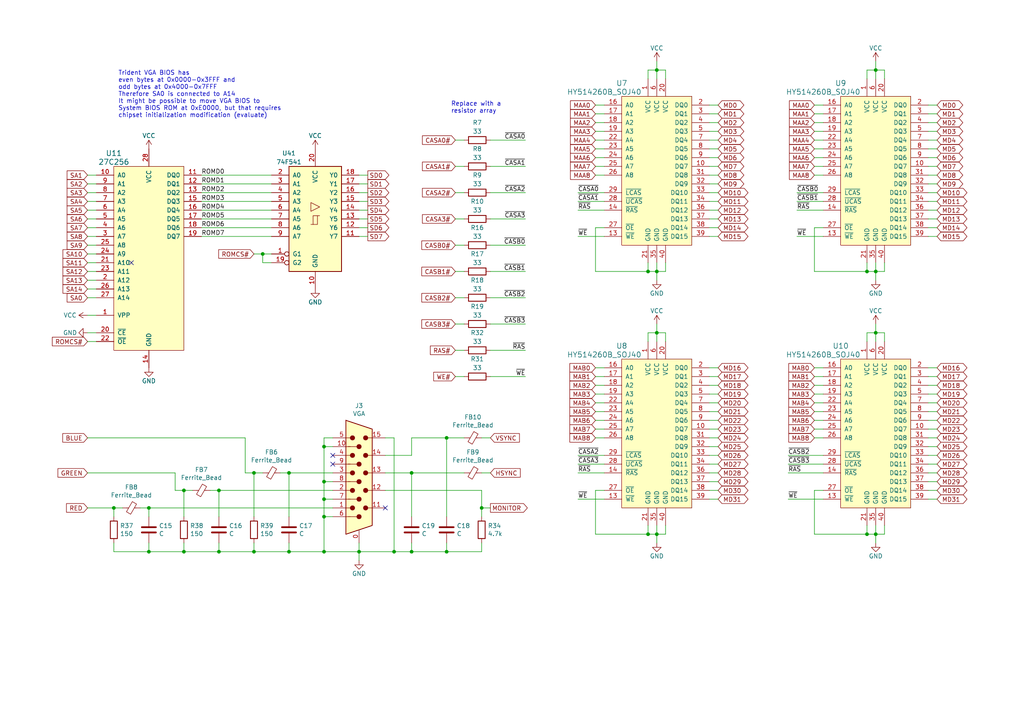
<source format=kicad_sch>
(kicad_sch (version 20211123) (generator eeschema)

  (uuid b40f7e0e-63a8-4843-8bd1-9c6ba9993089)

  (paper "A4")

  (title_block
    (title "486 Sandy River Motherboard")
  )

  (lib_symbols
    (symbol "74xx:74LS541" (pin_names (offset 1.016)) (in_bom yes) (on_board yes)
      (property "Reference" "U" (id 0) (at -7.62 16.51 0)
        (effects (font (size 1.27 1.27)))
      )
      (property "Value" "74LS541" (id 1) (at -7.62 -16.51 0)
        (effects (font (size 1.27 1.27)))
      )
      (property "Footprint" "" (id 2) (at 0 0 0)
        (effects (font (size 1.27 1.27)) hide)
      )
      (property "Datasheet" "http://www.ti.com/lit/gpn/sn74LS541" (id 3) (at 0 0 0)
        (effects (font (size 1.27 1.27)) hide)
      )
      (property "ki_locked" "" (id 4) (at 0 0 0)
        (effects (font (size 1.27 1.27)))
      )
      (property "ki_keywords" "TTL BUFFER 3State BUS" (id 5) (at 0 0 0)
        (effects (font (size 1.27 1.27)) hide)
      )
      (property "ki_description" "8-bit Buffer/Line Driver 3-state outputs" (id 6) (at 0 0 0)
        (effects (font (size 1.27 1.27)) hide)
      )
      (property "ki_fp_filters" "DIP?20*" (id 7) (at 0 0 0)
        (effects (font (size 1.27 1.27)) hide)
      )
      (symbol "74LS541_1_0"
        (polyline
          (pts
            (xy -0.635 -1.6002)
            (xy -0.635 0.9398)
            (xy 0.635 0.9398)
          )
          (stroke (width 0) (type default) (color 0 0 0 0))
          (fill (type none))
        )
        (polyline
          (pts
            (xy -1.27 -1.6002)
            (xy 0.635 -1.6002)
            (xy 0.635 0.9398)
            (xy 1.27 0.9398)
          )
          (stroke (width 0) (type default) (color 0 0 0 0))
          (fill (type none))
        )
        (polyline
          (pts
            (xy 1.27 3.4798)
            (xy -1.27 4.7498)
            (xy -1.27 2.2098)
            (xy 1.27 3.4798)
          )
          (stroke (width 0.1524) (type default) (color 0 0 0 0))
          (fill (type none))
        )
        (pin input inverted (at -12.7 -10.16 0) (length 5.08)
          (name "G1" (effects (font (size 1.27 1.27))))
          (number "1" (effects (font (size 1.27 1.27))))
        )
        (pin power_in line (at 0 -20.32 90) (length 5.08)
          (name "GND" (effects (font (size 1.27 1.27))))
          (number "10" (effects (font (size 1.27 1.27))))
        )
        (pin tri_state line (at 12.7 -5.08 180) (length 5.08)
          (name "Y7" (effects (font (size 1.27 1.27))))
          (number "11" (effects (font (size 1.27 1.27))))
        )
        (pin tri_state line (at 12.7 -2.54 180) (length 5.08)
          (name "Y6" (effects (font (size 1.27 1.27))))
          (number "12" (effects (font (size 1.27 1.27))))
        )
        (pin tri_state line (at 12.7 0 180) (length 5.08)
          (name "Y5" (effects (font (size 1.27 1.27))))
          (number "13" (effects (font (size 1.27 1.27))))
        )
        (pin tri_state line (at 12.7 2.54 180) (length 5.08)
          (name "Y4" (effects (font (size 1.27 1.27))))
          (number "14" (effects (font (size 1.27 1.27))))
        )
        (pin tri_state line (at 12.7 5.08 180) (length 5.08)
          (name "Y3" (effects (font (size 1.27 1.27))))
          (number "15" (effects (font (size 1.27 1.27))))
        )
        (pin tri_state line (at 12.7 7.62 180) (length 5.08)
          (name "Y2" (effects (font (size 1.27 1.27))))
          (number "16" (effects (font (size 1.27 1.27))))
        )
        (pin tri_state line (at 12.7 10.16 180) (length 5.08)
          (name "Y1" (effects (font (size 1.27 1.27))))
          (number "17" (effects (font (size 1.27 1.27))))
        )
        (pin tri_state line (at 12.7 12.7 180) (length 5.08)
          (name "Y0" (effects (font (size 1.27 1.27))))
          (number "18" (effects (font (size 1.27 1.27))))
        )
        (pin input inverted (at -12.7 -12.7 0) (length 5.08)
          (name "G2" (effects (font (size 1.27 1.27))))
          (number "19" (effects (font (size 1.27 1.27))))
        )
        (pin input line (at -12.7 12.7 0) (length 5.08)
          (name "A0" (effects (font (size 1.27 1.27))))
          (number "2" (effects (font (size 1.27 1.27))))
        )
        (pin power_in line (at 0 20.32 270) (length 5.08)
          (name "VCC" (effects (font (size 1.27 1.27))))
          (number "20" (effects (font (size 1.27 1.27))))
        )
        (pin input line (at -12.7 10.16 0) (length 5.08)
          (name "A1" (effects (font (size 1.27 1.27))))
          (number "3" (effects (font (size 1.27 1.27))))
        )
        (pin input line (at -12.7 7.62 0) (length 5.08)
          (name "A2" (effects (font (size 1.27 1.27))))
          (number "4" (effects (font (size 1.27 1.27))))
        )
        (pin input line (at -12.7 5.08 0) (length 5.08)
          (name "A3" (effects (font (size 1.27 1.27))))
          (number "5" (effects (font (size 1.27 1.27))))
        )
        (pin input line (at -12.7 2.54 0) (length 5.08)
          (name "A4" (effects (font (size 1.27 1.27))))
          (number "6" (effects (font (size 1.27 1.27))))
        )
        (pin input line (at -12.7 0 0) (length 5.08)
          (name "A5" (effects (font (size 1.27 1.27))))
          (number "7" (effects (font (size 1.27 1.27))))
        )
        (pin input line (at -12.7 -2.54 0) (length 5.08)
          (name "A6" (effects (font (size 1.27 1.27))))
          (number "8" (effects (font (size 1.27 1.27))))
        )
        (pin input line (at -12.7 -5.08 0) (length 5.08)
          (name "A7" (effects (font (size 1.27 1.27))))
          (number "9" (effects (font (size 1.27 1.27))))
        )
      )
      (symbol "74LS541_1_1"
        (rectangle (start -7.62 15.24) (end 7.62 -15.24)
          (stroke (width 0.254) (type default) (color 0 0 0 0))
          (fill (type background))
        )
      )
    )
    (symbol "Connector:DB15_Male_HighDensity_MountingHoles" (pin_names (offset 1.016) hide) (in_bom yes) (on_board yes)
      (property "Reference" "J" (id 0) (at 0 21.59 0)
        (effects (font (size 1.27 1.27)))
      )
      (property "Value" "DB15_Male_HighDensity_MountingHoles" (id 1) (at 0 19.05 0)
        (effects (font (size 1.27 1.27)))
      )
      (property "Footprint" "" (id 2) (at -24.13 10.16 0)
        (effects (font (size 1.27 1.27)) hide)
      )
      (property "Datasheet" " ~" (id 3) (at -24.13 10.16 0)
        (effects (font (size 1.27 1.27)) hide)
      )
      (property "ki_keywords" "connector male D-SUB VGA" (id 4) (at 0 0 0)
        (effects (font (size 1.27 1.27)) hide)
      )
      (property "ki_description" "15-pin male D-SUB connector, High density (3 columns), Triple Row, Generic, VGA-connector, Mounting Hole" (id 5) (at 0 0 0)
        (effects (font (size 1.27 1.27)) hide)
      )
      (property "ki_fp_filters" "DSUB*Male*" (id 6) (at 0 0 0)
        (effects (font (size 1.27 1.27)) hide)
      )
      (symbol "DB15_Male_HighDensity_MountingHoles_0_1"
        (circle (center -1.905 -7.62) (radius 0.635)
          (stroke (width 0) (type default) (color 0 0 0 0))
          (fill (type outline))
        )
        (circle (center -1.905 -2.54) (radius 0.635)
          (stroke (width 0) (type default) (color 0 0 0 0))
          (fill (type outline))
        )
        (circle (center -1.905 2.54) (radius 0.635)
          (stroke (width 0) (type default) (color 0 0 0 0))
          (fill (type outline))
        )
        (circle (center -1.905 7.62) (radius 0.635)
          (stroke (width 0) (type default) (color 0 0 0 0))
          (fill (type outline))
        )
        (circle (center -1.905 12.7) (radius 0.635)
          (stroke (width 0) (type default) (color 0 0 0 0))
          (fill (type outline))
        )
        (circle (center 0 -10.16) (radius 0.635)
          (stroke (width 0) (type default) (color 0 0 0 0))
          (fill (type outline))
        )
        (circle (center 0 -5.08) (radius 0.635)
          (stroke (width 0) (type default) (color 0 0 0 0))
          (fill (type outline))
        )
        (polyline
          (pts
            (xy -3.175 -5.08)
            (xy -0.635 -5.08)
          )
          (stroke (width 0) (type default) (color 0 0 0 0))
          (fill (type none))
        )
        (polyline
          (pts
            (xy -0.635 -10.16)
            (xy -3.175 -10.16)
          )
          (stroke (width 0) (type default) (color 0 0 0 0))
          (fill (type none))
        )
        (polyline
          (pts
            (xy -0.635 0)
            (xy -3.175 0)
          )
          (stroke (width 0) (type default) (color 0 0 0 0))
          (fill (type none))
        )
        (polyline
          (pts
            (xy -0.635 5.08)
            (xy -3.175 5.08)
          )
          (stroke (width 0) (type default) (color 0 0 0 0))
          (fill (type none))
        )
        (polyline
          (pts
            (xy -0.635 10.16)
            (xy -3.175 10.16)
          )
          (stroke (width 0) (type default) (color 0 0 0 0))
          (fill (type none))
        )
        (polyline
          (pts
            (xy -3.81 17.78)
            (xy -3.81 -15.24)
            (xy 3.81 -12.7)
            (xy 3.81 15.24)
            (xy -3.81 17.78)
          )
          (stroke (width 0.254) (type default) (color 0 0 0 0))
          (fill (type background))
        )
        (circle (center 0 0) (radius 0.635)
          (stroke (width 0) (type default) (color 0 0 0 0))
          (fill (type outline))
        )
        (circle (center 0 5.08) (radius 0.635)
          (stroke (width 0) (type default) (color 0 0 0 0))
          (fill (type outline))
        )
        (circle (center 0 10.16) (radius 0.635)
          (stroke (width 0) (type default) (color 0 0 0 0))
          (fill (type outline))
        )
        (circle (center 1.905 -7.62) (radius 0.635)
          (stroke (width 0) (type default) (color 0 0 0 0))
          (fill (type outline))
        )
        (circle (center 1.905 -2.54) (radius 0.635)
          (stroke (width 0) (type default) (color 0 0 0 0))
          (fill (type outline))
        )
        (circle (center 1.905 2.54) (radius 0.635)
          (stroke (width 0) (type default) (color 0 0 0 0))
          (fill (type outline))
        )
        (circle (center 1.905 7.62) (radius 0.635)
          (stroke (width 0) (type default) (color 0 0 0 0))
          (fill (type outline))
        )
        (circle (center 1.905 12.7) (radius 0.635)
          (stroke (width 0) (type default) (color 0 0 0 0))
          (fill (type outline))
        )
      )
      (symbol "DB15_Male_HighDensity_MountingHoles_1_1"
        (pin passive line (at 0 -17.78 90) (length 3.81)
          (name "~" (effects (font (size 1.27 1.27))))
          (number "0" (effects (font (size 1.27 1.27))))
        )
        (pin passive line (at -7.62 -7.62 0) (length 5.08)
          (name "~" (effects (font (size 1.27 1.27))))
          (number "1" (effects (font (size 1.27 1.27))))
        )
        (pin passive line (at -7.62 10.16 0) (length 5.08)
          (name "~" (effects (font (size 1.27 1.27))))
          (number "10" (effects (font (size 1.27 1.27))))
        )
        (pin passive line (at 7.62 -7.62 180) (length 5.08)
          (name "~" (effects (font (size 1.27 1.27))))
          (number "11" (effects (font (size 1.27 1.27))))
        )
        (pin passive line (at 7.62 -2.54 180) (length 5.08)
          (name "~" (effects (font (size 1.27 1.27))))
          (number "12" (effects (font (size 1.27 1.27))))
        )
        (pin passive line (at 7.62 2.54 180) (length 5.08)
          (name "~" (effects (font (size 1.27 1.27))))
          (number "13" (effects (font (size 1.27 1.27))))
        )
        (pin passive line (at 7.62 7.62 180) (length 5.08)
          (name "~" (effects (font (size 1.27 1.27))))
          (number "14" (effects (font (size 1.27 1.27))))
        )
        (pin passive line (at 7.62 12.7 180) (length 5.08)
          (name "~" (effects (font (size 1.27 1.27))))
          (number "15" (effects (font (size 1.27 1.27))))
        )
        (pin passive line (at -7.62 -2.54 0) (length 5.08)
          (name "~" (effects (font (size 1.27 1.27))))
          (number "2" (effects (font (size 1.27 1.27))))
        )
        (pin passive line (at -7.62 2.54 0) (length 5.08)
          (name "~" (effects (font (size 1.27 1.27))))
          (number "3" (effects (font (size 1.27 1.27))))
        )
        (pin passive line (at -7.62 7.62 0) (length 5.08)
          (name "~" (effects (font (size 1.27 1.27))))
          (number "4" (effects (font (size 1.27 1.27))))
        )
        (pin passive line (at -7.62 12.7 0) (length 5.08)
          (name "~" (effects (font (size 1.27 1.27))))
          (number "5" (effects (font (size 1.27 1.27))))
        )
        (pin passive line (at -7.62 -10.16 0) (length 5.08)
          (name "~" (effects (font (size 1.27 1.27))))
          (number "6" (effects (font (size 1.27 1.27))))
        )
        (pin passive line (at -7.62 -5.08 0) (length 5.08)
          (name "~" (effects (font (size 1.27 1.27))))
          (number "7" (effects (font (size 1.27 1.27))))
        )
        (pin passive line (at -7.62 0 0) (length 5.08)
          (name "~" (effects (font (size 1.27 1.27))))
          (number "8" (effects (font (size 1.27 1.27))))
        )
        (pin passive line (at -7.62 5.08 0) (length 5.08)
          (name "~" (effects (font (size 1.27 1.27))))
          (number "9" (effects (font (size 1.27 1.27))))
        )
      )
    )
    (symbol "Device:C" (pin_numbers hide) (pin_names (offset 0.254)) (in_bom yes) (on_board yes)
      (property "Reference" "C" (id 0) (at 0.635 2.54 0)
        (effects (font (size 1.27 1.27)) (justify left))
      )
      (property "Value" "C" (id 1) (at 0.635 -2.54 0)
        (effects (font (size 1.27 1.27)) (justify left))
      )
      (property "Footprint" "" (id 2) (at 0.9652 -3.81 0)
        (effects (font (size 1.27 1.27)) hide)
      )
      (property "Datasheet" "~" (id 3) (at 0 0 0)
        (effects (font (size 1.27 1.27)) hide)
      )
      (property "ki_keywords" "cap capacitor" (id 4) (at 0 0 0)
        (effects (font (size 1.27 1.27)) hide)
      )
      (property "ki_description" "Unpolarized capacitor" (id 5) (at 0 0 0)
        (effects (font (size 1.27 1.27)) hide)
      )
      (property "ki_fp_filters" "C_*" (id 6) (at 0 0 0)
        (effects (font (size 1.27 1.27)) hide)
      )
      (symbol "C_0_1"
        (polyline
          (pts
            (xy -2.032 -0.762)
            (xy 2.032 -0.762)
          )
          (stroke (width 0.508) (type default) (color 0 0 0 0))
          (fill (type none))
        )
        (polyline
          (pts
            (xy -2.032 0.762)
            (xy 2.032 0.762)
          )
          (stroke (width 0.508) (type default) (color 0 0 0 0))
          (fill (type none))
        )
      )
      (symbol "C_1_1"
        (pin passive line (at 0 3.81 270) (length 2.794)
          (name "~" (effects (font (size 1.27 1.27))))
          (number "1" (effects (font (size 1.27 1.27))))
        )
        (pin passive line (at 0 -3.81 90) (length 2.794)
          (name "~" (effects (font (size 1.27 1.27))))
          (number "2" (effects (font (size 1.27 1.27))))
        )
      )
    )
    (symbol "Device:Ferrite_Bead_Small" (pin_numbers hide) (pin_names (offset 0)) (in_bom yes) (on_board yes)
      (property "Reference" "FB" (id 0) (at 1.905 1.27 0)
        (effects (font (size 1.27 1.27)) (justify left))
      )
      (property "Value" "Device_Ferrite_Bead_Small" (id 1) (at 1.905 -1.27 0)
        (effects (font (size 1.27 1.27)) (justify left))
      )
      (property "Footprint" "" (id 2) (at -1.778 0 90)
        (effects (font (size 1.27 1.27)) hide)
      )
      (property "Datasheet" "" (id 3) (at 0 0 0)
        (effects (font (size 1.27 1.27)) hide)
      )
      (property "ki_fp_filters" "Inductor_* L_* *Ferrite*" (id 4) (at 0 0 0)
        (effects (font (size 1.27 1.27)) hide)
      )
      (symbol "Ferrite_Bead_Small_0_1"
        (polyline
          (pts
            (xy 0 -1.27)
            (xy 0 -0.7874)
          )
          (stroke (width 0) (type default) (color 0 0 0 0))
          (fill (type none))
        )
        (polyline
          (pts
            (xy 0 0.889)
            (xy 0 1.2954)
          )
          (stroke (width 0) (type default) (color 0 0 0 0))
          (fill (type none))
        )
        (polyline
          (pts
            (xy -1.8288 0.2794)
            (xy -1.1176 1.4986)
            (xy 1.8288 -0.2032)
            (xy 1.1176 -1.4224)
            (xy -1.8288 0.2794)
          )
          (stroke (width 0) (type default) (color 0 0 0 0))
          (fill (type none))
        )
      )
      (symbol "Ferrite_Bead_Small_1_1"
        (pin passive line (at 0 2.54 270) (length 1.27)
          (name "~" (effects (font (size 1.27 1.27))))
          (number "1" (effects (font (size 1.27 1.27))))
        )
        (pin passive line (at 0 -2.54 90) (length 1.27)
          (name "~" (effects (font (size 1.27 1.27))))
          (number "2" (effects (font (size 1.27 1.27))))
        )
      )
    )
    (symbol "Device:R" (pin_numbers hide) (pin_names (offset 0)) (in_bom yes) (on_board yes)
      (property "Reference" "R" (id 0) (at 2.032 0 90)
        (effects (font (size 1.27 1.27)))
      )
      (property "Value" "R" (id 1) (at 0 0 90)
        (effects (font (size 1.27 1.27)))
      )
      (property "Footprint" "" (id 2) (at -1.778 0 90)
        (effects (font (size 1.27 1.27)) hide)
      )
      (property "Datasheet" "~" (id 3) (at 0 0 0)
        (effects (font (size 1.27 1.27)) hide)
      )
      (property "ki_keywords" "R res resistor" (id 4) (at 0 0 0)
        (effects (font (size 1.27 1.27)) hide)
      )
      (property "ki_description" "Resistor" (id 5) (at 0 0 0)
        (effects (font (size 1.27 1.27)) hide)
      )
      (property "ki_fp_filters" "R_*" (id 6) (at 0 0 0)
        (effects (font (size 1.27 1.27)) hide)
      )
      (symbol "R_0_1"
        (rectangle (start -1.016 -2.54) (end 1.016 2.54)
          (stroke (width 0.254) (type default) (color 0 0 0 0))
          (fill (type none))
        )
      )
      (symbol "R_1_1"
        (pin passive line (at 0 3.81 270) (length 1.27)
          (name "~" (effects (font (size 1.27 1.27))))
          (number "1" (effects (font (size 1.27 1.27))))
        )
        (pin passive line (at 0 -3.81 90) (length 1.27)
          (name "~" (effects (font (size 1.27 1.27))))
          (number "2" (effects (font (size 1.27 1.27))))
        )
      )
    )
    (symbol "my_components:27C256" (pin_names (offset 1.016)) (in_bom yes) (on_board yes)
      (property "Reference" "U" (id 0) (at -10.16 30.48 0)
        (effects (font (size 1.524 1.524)))
      )
      (property "Value" "27C256" (id 1) (at -10.16 27.94 0)
        (effects (font (size 1.524 1.524)))
      )
      (property "Footprint" "" (id 2) (at 0 0 0)
        (effects (font (size 1.524 1.524)))
      )
      (property "Datasheet" "" (id 3) (at 0 0 0)
        (effects (font (size 1.524 1.524)))
      )
      (property "ki_keywords" "32Kx8 EPROM" (id 4) (at 0 0 0)
        (effects (font (size 1.27 1.27)) hide)
      )
      (property "ki_description" "32Kx8 EPROM" (id 5) (at 0 0 0)
        (effects (font (size 1.27 1.27)) hide)
      )
      (property "ki_fp_filters" "IC_DIP28_600*" (id 6) (at 0 0 0)
        (effects (font (size 1.27 1.27)) hide)
      )
      (symbol "27C256_0_1"
        (rectangle (start -10.16 26.67) (end 10.16 -26.67)
          (stroke (width 0) (type default) (color 0 0 0 0))
          (fill (type background))
        )
      )
      (symbol "27C256_1_1"
        (pin input line (at -15.24 -16.51 0) (length 5.08)
          (name "VPP" (effects (font (size 1.27 1.27))))
          (number "1" (effects (font (size 1.27 1.27))))
        )
        (pin input line (at -15.24 24.13 0) (length 5.08)
          (name "A0" (effects (font (size 1.27 1.27))))
          (number "10" (effects (font (size 1.27 1.27))))
        )
        (pin bidirectional line (at 15.24 24.13 180) (length 5.08)
          (name "DQ0" (effects (font (size 1.27 1.27))))
          (number "11" (effects (font (size 1.27 1.27))))
        )
        (pin bidirectional line (at 15.24 21.59 180) (length 5.08)
          (name "DQ1" (effects (font (size 1.27 1.27))))
          (number "12" (effects (font (size 1.27 1.27))))
        )
        (pin bidirectional line (at 15.24 19.05 180) (length 5.08)
          (name "DQ2" (effects (font (size 1.27 1.27))))
          (number "13" (effects (font (size 1.27 1.27))))
        )
        (pin power_in line (at 0 -31.75 90) (length 5.08)
          (name "GND" (effects (font (size 1.27 1.27))))
          (number "14" (effects (font (size 1.27 1.27))))
        )
        (pin bidirectional line (at 15.24 16.51 180) (length 5.08)
          (name "DQ3" (effects (font (size 1.27 1.27))))
          (number "15" (effects (font (size 1.27 1.27))))
        )
        (pin bidirectional line (at 15.24 13.97 180) (length 5.08)
          (name "DQ4" (effects (font (size 1.27 1.27))))
          (number "16" (effects (font (size 1.27 1.27))))
        )
        (pin bidirectional line (at 15.24 11.43 180) (length 5.08)
          (name "DQ5" (effects (font (size 1.27 1.27))))
          (number "17" (effects (font (size 1.27 1.27))))
        )
        (pin bidirectional line (at 15.24 8.89 180) (length 5.08)
          (name "DQ6" (effects (font (size 1.27 1.27))))
          (number "18" (effects (font (size 1.27 1.27))))
        )
        (pin bidirectional line (at 15.24 6.35 180) (length 5.08)
          (name "DQ7" (effects (font (size 1.27 1.27))))
          (number "19" (effects (font (size 1.27 1.27))))
        )
        (pin input line (at -15.24 -6.35 0) (length 5.08)
          (name "A12" (effects (font (size 1.27 1.27))))
          (number "2" (effects (font (size 1.27 1.27))))
        )
        (pin input line (at -15.24 -21.59 0) (length 5.08)
          (name "~{CE}" (effects (font (size 1.27 1.27))))
          (number "20" (effects (font (size 1.27 1.27))))
        )
        (pin input line (at -15.24 -1.27 0) (length 5.08)
          (name "A10" (effects (font (size 1.27 1.27))))
          (number "21" (effects (font (size 1.27 1.27))))
        )
        (pin input line (at -15.24 -24.13 0) (length 5.08)
          (name "~{OE}" (effects (font (size 1.27 1.27))))
          (number "22" (effects (font (size 1.27 1.27))))
        )
        (pin input line (at -15.24 -3.81 0) (length 5.08)
          (name "A11" (effects (font (size 1.27 1.27))))
          (number "23" (effects (font (size 1.27 1.27))))
        )
        (pin input line (at -15.24 1.27 0) (length 5.08)
          (name "A9" (effects (font (size 1.27 1.27))))
          (number "24" (effects (font (size 1.27 1.27))))
        )
        (pin input line (at -15.24 3.81 0) (length 5.08)
          (name "A8" (effects (font (size 1.27 1.27))))
          (number "25" (effects (font (size 1.27 1.27))))
        )
        (pin input line (at -15.24 -8.89 0) (length 5.08)
          (name "A13" (effects (font (size 1.27 1.27))))
          (number "26" (effects (font (size 1.27 1.27))))
        )
        (pin input line (at -15.24 -11.43 0) (length 5.08)
          (name "A14" (effects (font (size 1.27 1.27))))
          (number "27" (effects (font (size 1.27 1.27))))
        )
        (pin power_in line (at 0 31.75 270) (length 5.08)
          (name "VCC" (effects (font (size 1.27 1.27))))
          (number "28" (effects (font (size 1.27 1.27))))
        )
        (pin input line (at -15.24 6.35 0) (length 5.08)
          (name "A7" (effects (font (size 1.27 1.27))))
          (number "3" (effects (font (size 1.27 1.27))))
        )
        (pin input line (at -15.24 8.89 0) (length 5.08)
          (name "A6" (effects (font (size 1.27 1.27))))
          (number "4" (effects (font (size 1.27 1.27))))
        )
        (pin input line (at -15.24 11.43 0) (length 5.08)
          (name "A5" (effects (font (size 1.27 1.27))))
          (number "5" (effects (font (size 1.27 1.27))))
        )
        (pin input line (at -15.24 13.97 0) (length 5.08)
          (name "A4" (effects (font (size 1.27 1.27))))
          (number "6" (effects (font (size 1.27 1.27))))
        )
        (pin input line (at -15.24 16.51 0) (length 5.08)
          (name "A3" (effects (font (size 1.27 1.27))))
          (number "7" (effects (font (size 1.27 1.27))))
        )
        (pin input line (at -15.24 19.05 0) (length 5.08)
          (name "A2" (effects (font (size 1.27 1.27))))
          (number "8" (effects (font (size 1.27 1.27))))
        )
        (pin input line (at -15.24 21.59 0) (length 5.08)
          (name "A1" (effects (font (size 1.27 1.27))))
          (number "9" (effects (font (size 1.27 1.27))))
        )
      )
    )
    (symbol "my_components:HY514260B_SOJ40" (pin_names (offset 1.016)) (in_bom yes) (on_board yes)
      (property "Reference" "U" (id 0) (at -10.16 21.59 0)
        (effects (font (size 1.524 1.524)))
      )
      (property "Value" "HY514260B_SOJ40" (id 1) (at -15.24 19.05 0)
        (effects (font (size 1.524 1.524)))
      )
      (property "Footprint" "" (id 2) (at 0 0 0)
        (effects (font (size 1.524 1.524)))
      )
      (property "Datasheet" "" (id 3) (at 0 0 0)
        (effects (font (size 1.524 1.524)))
      )
      (property "ki_keywords" "DRAM 256Kx16 SOJ40" (id 4) (at 0 0 0)
        (effects (font (size 1.27 1.27)) hide)
      )
      (property "ki_description" "DRAM 256Kbit x 16 in SOJ40 package" (id 5) (at 0 0 0)
        (effects (font (size 1.27 1.27)) hide)
      )
      (property "ki_fp_filters" "*DIP*18*" (id 6) (at 0 0 0)
        (effects (font (size 1.27 1.27)) hide)
      )
      (symbol "HY514260B_SOJ40_0_1"
        (rectangle (start -10.16 17.78) (end 10.16 -25.4)
          (stroke (width 0) (type default) (color 0 0 0 0))
          (fill (type background))
        )
      )
      (symbol "HY514260B_SOJ40_1_1"
        (pin power_in line (at -2.54 22.86 270) (length 5.08)
          (name "VCC" (effects (font (size 1.27 1.27))))
          (number "1" (effects (font (size 1.27 1.27))))
        )
        (pin tri_state line (at 15.24 -2.54 180) (length 5.08)
          (name "DQ7" (effects (font (size 1.27 1.27))))
          (number "10" (effects (font (size 1.27 1.27))))
        )
        (pin input line (at -15.24 -22.86 0) (length 5.08)
          (name "~{WE}" (effects (font (size 1.27 1.27))))
          (number "13" (effects (font (size 1.27 1.27))))
        )
        (pin input line (at -15.24 -15.24 0) (length 5.08)
          (name "~{RAS}" (effects (font (size 1.27 1.27))))
          (number "14" (effects (font (size 1.27 1.27))))
        )
        (pin input line (at -15.24 15.24 0) (length 5.08)
          (name "A0" (effects (font (size 1.27 1.27))))
          (number "16" (effects (font (size 1.27 1.27))))
        )
        (pin input line (at -15.24 12.7 0) (length 5.08)
          (name "A1" (effects (font (size 1.27 1.27))))
          (number "17" (effects (font (size 1.27 1.27))))
        )
        (pin input line (at -15.24 10.16 0) (length 5.08)
          (name "A2" (effects (font (size 1.27 1.27))))
          (number "18" (effects (font (size 1.27 1.27))))
        )
        (pin input line (at -15.24 7.62 0) (length 5.08)
          (name "A3" (effects (font (size 1.27 1.27))))
          (number "19" (effects (font (size 1.27 1.27))))
        )
        (pin tri_state line (at 15.24 15.24 180) (length 5.08)
          (name "DQ0" (effects (font (size 1.27 1.27))))
          (number "2" (effects (font (size 1.27 1.27))))
        )
        (pin power_in line (at 2.54 22.86 270) (length 5.08)
          (name "VCC" (effects (font (size 1.27 1.27))))
          (number "20" (effects (font (size 1.27 1.27))))
        )
        (pin power_in line (at -2.54 -30.48 90) (length 5.08)
          (name "GND" (effects (font (size 1.27 1.27))))
          (number "21" (effects (font (size 1.27 1.27))))
        )
        (pin input line (at -15.24 5.08 0) (length 5.08)
          (name "A4" (effects (font (size 1.27 1.27))))
          (number "22" (effects (font (size 1.27 1.27))))
        )
        (pin input line (at -15.24 2.54 0) (length 5.08)
          (name "A5" (effects (font (size 1.27 1.27))))
          (number "23" (effects (font (size 1.27 1.27))))
        )
        (pin input line (at -15.24 0 0) (length 5.08)
          (name "A6" (effects (font (size 1.27 1.27))))
          (number "24" (effects (font (size 1.27 1.27))))
        )
        (pin input line (at -15.24 -2.54 0) (length 5.08)
          (name "A7" (effects (font (size 1.27 1.27))))
          (number "25" (effects (font (size 1.27 1.27))))
        )
        (pin input line (at -15.24 -5.08 0) (length 5.08)
          (name "A8" (effects (font (size 1.27 1.27))))
          (number "26" (effects (font (size 1.27 1.27))))
        )
        (pin input line (at -15.24 -20.32 0) (length 5.08)
          (name "~{OE}" (effects (font (size 1.27 1.27))))
          (number "27" (effects (font (size 1.27 1.27))))
        )
        (pin input line (at -15.24 -12.7 0) (length 5.08)
          (name "~{UCAS}" (effects (font (size 1.27 1.27))))
          (number "28" (effects (font (size 1.27 1.27))))
        )
        (pin input line (at -15.24 -10.16 0) (length 5.08)
          (name "~{LCAS}" (effects (font (size 1.27 1.27))))
          (number "29" (effects (font (size 1.27 1.27))))
        )
        (pin tri_state line (at 15.24 12.7 180) (length 5.08)
          (name "DQ1" (effects (font (size 1.27 1.27))))
          (number "3" (effects (font (size 1.27 1.27))))
        )
        (pin tri_state line (at 15.24 -5.08 180) (length 5.08)
          (name "DQ8" (effects (font (size 1.27 1.27))))
          (number "31" (effects (font (size 1.27 1.27))))
        )
        (pin tri_state line (at 15.24 -7.62 180) (length 5.08)
          (name "DQ9" (effects (font (size 1.27 1.27))))
          (number "32" (effects (font (size 1.27 1.27))))
        )
        (pin tri_state line (at 15.24 -10.16 180) (length 5.08)
          (name "DQ10" (effects (font (size 1.27 1.27))))
          (number "33" (effects (font (size 1.27 1.27))))
        )
        (pin tri_state line (at 15.24 -12.7 180) (length 5.08)
          (name "DQ11" (effects (font (size 1.27 1.27))))
          (number "34" (effects (font (size 1.27 1.27))))
        )
        (pin power_in line (at 0 -30.48 90) (length 5.08)
          (name "GND" (effects (font (size 1.27 1.27))))
          (number "35" (effects (font (size 1.27 1.27))))
        )
        (pin tri_state line (at 15.24 -15.24 180) (length 5.08)
          (name "DQ12" (effects (font (size 1.27 1.27))))
          (number "36" (effects (font (size 1.27 1.27))))
        )
        (pin tri_state line (at 15.24 -17.78 180) (length 5.08)
          (name "DQ13" (effects (font (size 1.27 1.27))))
          (number "37" (effects (font (size 1.27 1.27))))
        )
        (pin tri_state line (at 15.24 -20.32 180) (length 5.08)
          (name "DQ14" (effects (font (size 1.27 1.27))))
          (number "38" (effects (font (size 1.27 1.27))))
        )
        (pin tri_state line (at 15.24 -22.86 180) (length 5.08)
          (name "DQ15" (effects (font (size 1.27 1.27))))
          (number "39" (effects (font (size 1.27 1.27))))
        )
        (pin tri_state line (at 15.24 10.16 180) (length 5.08)
          (name "DQ2" (effects (font (size 1.27 1.27))))
          (number "4" (effects (font (size 1.27 1.27))))
        )
        (pin power_in line (at 2.54 -30.48 90) (length 5.08)
          (name "GND" (effects (font (size 1.27 1.27))))
          (number "40" (effects (font (size 1.27 1.27))))
        )
        (pin tri_state line (at 15.24 7.62 180) (length 5.08)
          (name "DQ3" (effects (font (size 1.27 1.27))))
          (number "5" (effects (font (size 1.27 1.27))))
        )
        (pin power_in line (at 0 22.86 270) (length 5.08)
          (name "VCC" (effects (font (size 1.27 1.27))))
          (number "6" (effects (font (size 1.27 1.27))))
        )
        (pin tri_state line (at 15.24 5.08 180) (length 5.08)
          (name "DQ4" (effects (font (size 1.27 1.27))))
          (number "7" (effects (font (size 1.27 1.27))))
        )
        (pin tri_state line (at 15.24 2.54 180) (length 5.08)
          (name "DQ5" (effects (font (size 1.27 1.27))))
          (number "8" (effects (font (size 1.27 1.27))))
        )
        (pin tri_state line (at 15.24 0 180) (length 5.08)
          (name "DQ6" (effects (font (size 1.27 1.27))))
          (number "9" (effects (font (size 1.27 1.27))))
        )
      )
    )
    (symbol "power:GND" (power) (pin_names (offset 0)) (in_bom yes) (on_board yes)
      (property "Reference" "#PWR" (id 0) (at 0 -6.35 0)
        (effects (font (size 1.27 1.27)) hide)
      )
      (property "Value" "GND" (id 1) (at 0 -3.81 0)
        (effects (font (size 1.27 1.27)))
      )
      (property "Footprint" "" (id 2) (at 0 0 0)
        (effects (font (size 1.27 1.27)) hide)
      )
      (property "Datasheet" "" (id 3) (at 0 0 0)
        (effects (font (size 1.27 1.27)) hide)
      )
      (property "ki_keywords" "power-flag" (id 4) (at 0 0 0)
        (effects (font (size 1.27 1.27)) hide)
      )
      (property "ki_description" "Power symbol creates a global label with name \"GND\" , ground" (id 5) (at 0 0 0)
        (effects (font (size 1.27 1.27)) hide)
      )
      (symbol "GND_0_1"
        (polyline
          (pts
            (xy 0 0)
            (xy 0 -1.27)
            (xy 1.27 -1.27)
            (xy 0 -2.54)
            (xy -1.27 -1.27)
            (xy 0 -1.27)
          )
          (stroke (width 0) (type default) (color 0 0 0 0))
          (fill (type none))
        )
      )
      (symbol "GND_1_1"
        (pin power_in line (at 0 0 270) (length 0) hide
          (name "GND" (effects (font (size 1.27 1.27))))
          (number "1" (effects (font (size 1.27 1.27))))
        )
      )
    )
    (symbol "power:VCC" (power) (pin_names (offset 0)) (in_bom yes) (on_board yes)
      (property "Reference" "#PWR" (id 0) (at 0 -3.81 0)
        (effects (font (size 1.27 1.27)) hide)
      )
      (property "Value" "VCC" (id 1) (at 0 3.81 0)
        (effects (font (size 1.27 1.27)))
      )
      (property "Footprint" "" (id 2) (at 0 0 0)
        (effects (font (size 1.27 1.27)) hide)
      )
      (property "Datasheet" "" (id 3) (at 0 0 0)
        (effects (font (size 1.27 1.27)) hide)
      )
      (property "ki_keywords" "power-flag" (id 4) (at 0 0 0)
        (effects (font (size 1.27 1.27)) hide)
      )
      (property "ki_description" "Power symbol creates a global label with name \"VCC\"" (id 5) (at 0 0 0)
        (effects (font (size 1.27 1.27)) hide)
      )
      (symbol "VCC_0_1"
        (polyline
          (pts
            (xy -0.762 1.27)
            (xy 0 2.54)
          )
          (stroke (width 0) (type default) (color 0 0 0 0))
          (fill (type none))
        )
        (polyline
          (pts
            (xy 0 0)
            (xy 0 2.54)
          )
          (stroke (width 0) (type default) (color 0 0 0 0))
          (fill (type none))
        )
        (polyline
          (pts
            (xy 0 2.54)
            (xy 0.762 1.27)
          )
          (stroke (width 0) (type default) (color 0 0 0 0))
          (fill (type none))
        )
      )
      (symbol "VCC_1_1"
        (pin power_in line (at 0 0 90) (length 0) hide
          (name "VCC" (effects (font (size 1.27 1.27))))
          (number "1" (effects (font (size 1.27 1.27))))
        )
      )
    )
  )

  (junction (at 53.34 160.02) (diameter 0) (color 0 0 0 0)
    (uuid 04748a16-5476-4809-b159-9184ff58426c)
  )
  (junction (at 104.14 160.02) (diameter 0) (color 0 0 0 0)
    (uuid 09932d00-40d2-44f7-a7a8-9b4da70484c9)
  )
  (junction (at 43.18 160.02) (diameter 0) (color 0 0 0 0)
    (uuid 0c24d40b-c736-4f1e-ba7b-5b05f603e868)
  )
  (junction (at 254 20.32) (diameter 0) (color 0 0 0 0)
    (uuid 184b2fad-24f5-4073-ae78-9c4ec35fa867)
  )
  (junction (at 254 78.74) (diameter 0) (color 0 0 0 0)
    (uuid 1d27c77d-c33f-442a-bd7b-7b44d10eb43c)
  )
  (junction (at 119.38 160.02) (diameter 0) (color 0 0 0 0)
    (uuid 2c10cbb6-bb66-42f5-8d9b-60929154543b)
  )
  (junction (at 190.5 96.52) (diameter 0) (color 0 0 0 0)
    (uuid 2ee514c3-8fe8-4bfc-bae8-2feff67b4a1c)
  )
  (junction (at 93.98 129.54) (diameter 0) (color 0 0 0 0)
    (uuid 38ab1f4f-649b-4964-b8f9-a4f320fd8fd4)
  )
  (junction (at 73.66 137.16) (diameter 0) (color 0 0 0 0)
    (uuid 3c44e781-1190-4e9e-8bbc-c825cbc80c09)
  )
  (junction (at 129.54 160.02) (diameter 0) (color 0 0 0 0)
    (uuid 4e382949-b4c3-41d4-b556-66ee3e494bfa)
  )
  (junction (at 190.5 154.94) (diameter 0) (color 0 0 0 0)
    (uuid 533e0349-e9bd-4e8f-92c0-75eac764bdf1)
  )
  (junction (at 53.34 142.24) (diameter 0) (color 0 0 0 0)
    (uuid 55ffb2eb-e7fb-4caf-be2c-f1ed2f30ec94)
  )
  (junction (at 187.96 78.74) (diameter 0) (color 0 0 0 0)
    (uuid 5bb1372f-fe7c-4101-958b-6333cd082f96)
  )
  (junction (at 73.66 160.02) (diameter 0) (color 0 0 0 0)
    (uuid 5ebea71b-f639-417d-b6fc-be1cb769bb6f)
  )
  (junction (at 43.18 147.32) (diameter 0) (color 0 0 0 0)
    (uuid 6755f669-82b7-4ff1-bfd2-0c84dbe58282)
  )
  (junction (at 251.46 154.94) (diameter 0) (color 0 0 0 0)
    (uuid 6b4ba03e-77fb-4ebb-bb93-e2bcd8fe7aec)
  )
  (junction (at 63.5 160.02) (diameter 0) (color 0 0 0 0)
    (uuid 6c1dc8fe-cd68-4d9d-b5d0-383668c0989d)
  )
  (junction (at 254 154.94) (diameter 0) (color 0 0 0 0)
    (uuid 74af2938-5aa5-43d4-bb52-2d07b4b7e88e)
  )
  (junction (at 93.98 144.78) (diameter 0) (color 0 0 0 0)
    (uuid 754b5411-6980-4296-853f-191c0eb30474)
  )
  (junction (at 251.46 78.74) (diameter 0) (color 0 0 0 0)
    (uuid 888059b3-2471-43ee-a2b4-3fd09f693b37)
  )
  (junction (at 63.5 142.24) (diameter 0) (color 0 0 0 0)
    (uuid 8f141cb6-d196-4940-89f8-4e8940598ec7)
  )
  (junction (at 76.2 73.66) (diameter 0) (color 0 0 0 0)
    (uuid 9f735f94-c12e-4d19-924f-16af0f881e41)
  )
  (junction (at 93.98 149.86) (diameter 0) (color 0 0 0 0)
    (uuid a3c7a0be-f018-44c9-b3c2-73fbc0d13b4a)
  )
  (junction (at 119.38 137.16) (diameter 0) (color 0 0 0 0)
    (uuid a5f84fe3-cad6-40da-b0df-7bfba5422c44)
  )
  (junction (at 93.98 139.7) (diameter 0) (color 0 0 0 0)
    (uuid af7e52d1-be2a-4da2-9768-453b8924e9cd)
  )
  (junction (at 93.98 160.02) (diameter 0) (color 0 0 0 0)
    (uuid b103f2ec-3c6b-4830-96f7-70d27dea761e)
  )
  (junction (at 129.54 127) (diameter 0) (color 0 0 0 0)
    (uuid b8e16f60-cf7a-442c-9536-5f2af8ffcced)
  )
  (junction (at 190.5 78.74) (diameter 0) (color 0 0 0 0)
    (uuid b9f93fb3-7ced-4059-90cb-aad416d993c2)
  )
  (junction (at 190.5 20.32) (diameter 0) (color 0 0 0 0)
    (uuid bb67cd1c-91b3-4ba9-a62d-4d4173d20f22)
  )
  (junction (at 114.3 160.02) (diameter 0) (color 0 0 0 0)
    (uuid cf686d81-9f88-4310-8cca-09c4155d1a81)
  )
  (junction (at 33.02 147.32) (diameter 0) (color 0 0 0 0)
    (uuid d188f1a0-ade4-4d69-ae1e-541e00700f3a)
  )
  (junction (at 83.82 137.16) (diameter 0) (color 0 0 0 0)
    (uuid d5eff103-a41e-48a6-8a4d-2e4bc46feaa5)
  )
  (junction (at 83.82 160.02) (diameter 0) (color 0 0 0 0)
    (uuid e0e1ca09-86a2-4a1e-91c7-9e30fee9ab8c)
  )
  (junction (at 187.96 154.94) (diameter 0) (color 0 0 0 0)
    (uuid eb9a0309-9ad7-454e-b1f6-0754790b2de6)
  )
  (junction (at 139.7 147.32) (diameter 0) (color 0 0 0 0)
    (uuid f3509610-03b3-4a5c-988c-cbd92bd1f824)
  )
  (junction (at 254 96.52) (diameter 0) (color 0 0 0 0)
    (uuid f573056c-87a1-403e-987f-f1dc1f10bd0b)
  )

  (no_connect (at 111.76 147.32) (uuid 7a34034d-827a-48d2-9ea5-ae8128e3a135))
  (no_connect (at 38.1 76.2) (uuid 8090f862-f6f6-4854-a7a7-f2ef12b13e56))
  (no_connect (at 96.52 132.08) (uuid 8a7f232f-ace6-406f-b920-9b02082b4d0d))
  (no_connect (at 96.52 134.62) (uuid f882fe15-e202-4444-a6f6-575412f1c9a6))

  (wire (pts (xy 142.24 93.98) (xy 152.4 93.98))
    (stroke (width 0) (type default) (color 0 0 0 0))
    (uuid 01c517db-db70-46d2-9618-e9aeac9589c3)
  )
  (wire (pts (xy 139.7 142.24) (xy 139.7 147.32))
    (stroke (width 0) (type default) (color 0 0 0 0))
    (uuid 02194d0f-938a-44ee-84f8-af9da96e20a6)
  )
  (wire (pts (xy 172.72 78.74) (xy 187.96 78.74))
    (stroke (width 0) (type default) (color 0 0 0 0))
    (uuid 02255283-2707-4e92-96ff-96f5779d9534)
  )
  (wire (pts (xy 254 81.28) (xy 254 78.74))
    (stroke (width 0) (type default) (color 0 0 0 0))
    (uuid 022a97fa-643b-4302-b44c-26a956146db7)
  )
  (wire (pts (xy 93.98 160.02) (xy 104.14 160.02))
    (stroke (width 0) (type default) (color 0 0 0 0))
    (uuid 059c55b9-3878-4a5d-8c36-f2e1ac20b66c)
  )
  (wire (pts (xy 254 22.86) (xy 254 20.32))
    (stroke (width 0) (type default) (color 0 0 0 0))
    (uuid 05c1c0ae-f846-4942-b9ca-9f0f8f62492d)
  )
  (wire (pts (xy 175.26 38.1) (xy 172.72 38.1))
    (stroke (width 0) (type default) (color 0 0 0 0))
    (uuid 067fb9a1-5278-4e90-ad48-93993d2ed931)
  )
  (wire (pts (xy 53.34 142.24) (xy 50.8 142.24))
    (stroke (width 0) (type default) (color 0 0 0 0))
    (uuid 07a6c6d8-e1c1-4f8f-af69-dfa81e0f4ba2)
  )
  (wire (pts (xy 175.26 58.42) (xy 167.64 58.42))
    (stroke (width 0) (type default) (color 0 0 0 0))
    (uuid 0851a28a-072d-4eb8-9eb6-9182523e5197)
  )
  (wire (pts (xy 269.24 134.62) (xy 271.78 134.62))
    (stroke (width 0) (type default) (color 0 0 0 0))
    (uuid 091e352a-dde1-4955-b710-a880d17c4919)
  )
  (wire (pts (xy 53.34 142.24) (xy 53.34 149.86))
    (stroke (width 0) (type default) (color 0 0 0 0))
    (uuid 09240223-5739-461a-b628-1fdf9b36eb2f)
  )
  (wire (pts (xy 187.96 96.52) (xy 190.5 96.52))
    (stroke (width 0) (type default) (color 0 0 0 0))
    (uuid 09660697-d5c8-4aef-8c5c-0260789058fc)
  )
  (wire (pts (xy 111.76 132.08) (xy 119.38 132.08))
    (stroke (width 0) (type default) (color 0 0 0 0))
    (uuid 0a48df92-b4d0-4159-8735-44ccb72b15cf)
  )
  (wire (pts (xy 96.52 139.7) (xy 93.98 139.7))
    (stroke (width 0) (type default) (color 0 0 0 0))
    (uuid 0a8229a4-9df7-43bb-a8d3-ff415d614cd1)
  )
  (wire (pts (xy 269.24 119.38) (xy 271.78 119.38))
    (stroke (width 0) (type default) (color 0 0 0 0))
    (uuid 0af77c4b-93ab-4a5f-a0dc-d745ce2ad9af)
  )
  (wire (pts (xy 238.76 33.02) (xy 236.22 33.02))
    (stroke (width 0) (type default) (color 0 0 0 0))
    (uuid 0b19eaa6-0683-4d7f-86d9-491c9b0ed27d)
  )
  (wire (pts (xy 190.5 93.98) (xy 190.5 96.52))
    (stroke (width 0) (type default) (color 0 0 0 0))
    (uuid 0b832a58-f83d-46d7-8219-03220e6bbced)
  )
  (wire (pts (xy 190.5 99.06) (xy 190.5 96.52))
    (stroke (width 0) (type default) (color 0 0 0 0))
    (uuid 0cdebb81-7707-4273-b91b-84c97256655a)
  )
  (wire (pts (xy 269.24 124.46) (xy 271.78 124.46))
    (stroke (width 0) (type default) (color 0 0 0 0))
    (uuid 0cf98fc2-f6b0-4092-b522-dce81950aae3)
  )
  (wire (pts (xy 134.62 71.12) (xy 132.08 71.12))
    (stroke (width 0) (type default) (color 0 0 0 0))
    (uuid 0eb948a8-05b7-4742-8179-6fa05bebcf8c)
  )
  (wire (pts (xy 93.98 139.7) (xy 93.98 144.78))
    (stroke (width 0) (type default) (color 0 0 0 0))
    (uuid 0ee88c70-b4a6-4a69-8494-c8cddbda5aef)
  )
  (wire (pts (xy 43.18 160.02) (xy 43.18 157.48))
    (stroke (width 0) (type default) (color 0 0 0 0))
    (uuid 0fc4267c-2119-444e-b3b2-d8a7bd88ec8a)
  )
  (wire (pts (xy 53.34 160.02) (xy 63.5 160.02))
    (stroke (width 0) (type default) (color 0 0 0 0))
    (uuid 101cf0e0-bff1-4683-8835-f5664c549143)
  )
  (wire (pts (xy 27.94 58.42) (xy 25.4 58.42))
    (stroke (width 0) (type default) (color 0 0 0 0))
    (uuid 11677706-5f63-43f7-ad71-df2b977f82fd)
  )
  (wire (pts (xy 190.5 78.74) (xy 193.04 78.74))
    (stroke (width 0) (type default) (color 0 0 0 0))
    (uuid 11a85d83-ca23-4a66-9a7a-3b010acc3da7)
  )
  (wire (pts (xy 269.24 106.68) (xy 271.78 106.68))
    (stroke (width 0) (type default) (color 0 0 0 0))
    (uuid 11c27008-7f57-4c97-8e78-104a00b57e21)
  )
  (wire (pts (xy 93.98 149.86) (xy 93.98 160.02))
    (stroke (width 0) (type default) (color 0 0 0 0))
    (uuid 11cda506-0128-4093-b8a5-7efe9e45a170)
  )
  (wire (pts (xy 93.98 129.54) (xy 93.98 139.7))
    (stroke (width 0) (type default) (color 0 0 0 0))
    (uuid 1422cffc-a6ff-4e64-b009-59da6be804dd)
  )
  (wire (pts (xy 251.46 152.4) (xy 251.46 154.94))
    (stroke (width 0) (type default) (color 0 0 0 0))
    (uuid 1427beee-3bac-4761-90c7-1d211b9ad51c)
  )
  (wire (pts (xy 27.94 66.04) (xy 25.4 66.04))
    (stroke (width 0) (type default) (color 0 0 0 0))
    (uuid 14d177e6-f355-4bb1-8f3c-ce81903ebacb)
  )
  (wire (pts (xy 96.52 144.78) (xy 93.98 144.78))
    (stroke (width 0) (type default) (color 0 0 0 0))
    (uuid 14ff9087-b8eb-4ee6-bbfe-2436601097d4)
  )
  (wire (pts (xy 269.24 139.7) (xy 271.78 139.7))
    (stroke (width 0) (type default) (color 0 0 0 0))
    (uuid 15f6edf6-ca99-4936-a366-b591ef4ffb27)
  )
  (wire (pts (xy 33.02 157.48) (xy 33.02 160.02))
    (stroke (width 0) (type default) (color 0 0 0 0))
    (uuid 165b2e7b-1b46-4d73-a3c9-4eda1d2e3f87)
  )
  (wire (pts (xy 205.74 116.84) (xy 208.28 116.84))
    (stroke (width 0) (type default) (color 0 0 0 0))
    (uuid 16b8eb60-80f0-442d-8743-a5c8fa03e869)
  )
  (wire (pts (xy 187.96 99.06) (xy 187.96 96.52))
    (stroke (width 0) (type default) (color 0 0 0 0))
    (uuid 1748450e-a8ca-4e49-95b9-4d9e086df7db)
  )
  (wire (pts (xy 104.14 53.34) (xy 106.68 53.34))
    (stroke (width 0) (type default) (color 0 0 0 0))
    (uuid 17e5b642-051d-4e1e-b1cb-f47871102246)
  )
  (wire (pts (xy 205.74 33.02) (xy 208.28 33.02))
    (stroke (width 0) (type default) (color 0 0 0 0))
    (uuid 185aac17-96a7-4ac3-861d-d0b921c4b0ba)
  )
  (wire (pts (xy 269.24 63.5) (xy 271.78 63.5))
    (stroke (width 0) (type default) (color 0 0 0 0))
    (uuid 18cf3d0e-decb-4baa-bbca-50180b40811e)
  )
  (wire (pts (xy 205.74 53.34) (xy 208.28 53.34))
    (stroke (width 0) (type default) (color 0 0 0 0))
    (uuid 192aebb2-2a75-4d6d-96cc-69a3c823b6c5)
  )
  (wire (pts (xy 251.46 96.52) (xy 254 96.52))
    (stroke (width 0) (type default) (color 0 0 0 0))
    (uuid 1a6cbd94-89ce-40b4-bf57-ce02cce2f2a0)
  )
  (wire (pts (xy 142.24 40.64) (xy 152.4 40.64))
    (stroke (width 0) (type default) (color 0 0 0 0))
    (uuid 1aec843b-19a3-464f-95d8-f41d1700a83b)
  )
  (wire (pts (xy 205.74 45.72) (xy 208.28 45.72))
    (stroke (width 0) (type default) (color 0 0 0 0))
    (uuid 1c43bb8e-759f-4135-b23d-5307782a8854)
  )
  (wire (pts (xy 27.94 96.52) (xy 25.4 96.52))
    (stroke (width 0) (type default) (color 0 0 0 0))
    (uuid 1f2dc288-4960-4a9d-8c0d-3474d8b43843)
  )
  (wire (pts (xy 104.14 68.58) (xy 106.68 68.58))
    (stroke (width 0) (type default) (color 0 0 0 0))
    (uuid 1f602866-ca0f-400b-8334-3410fa657b44)
  )
  (wire (pts (xy 236.22 78.74) (xy 251.46 78.74))
    (stroke (width 0) (type default) (color 0 0 0 0))
    (uuid 2086f1f4-059c-4ac4-858b-c6e65c5b1092)
  )
  (wire (pts (xy 76.2 76.2) (xy 78.74 76.2))
    (stroke (width 0) (type default) (color 0 0 0 0))
    (uuid 21d27098-69a5-4a06-96f8-ddc5527c30f5)
  )
  (wire (pts (xy 119.38 157.48) (xy 119.38 160.02))
    (stroke (width 0) (type default) (color 0 0 0 0))
    (uuid 2570aee6-6e18-4261-b22f-3d8d6a2e1ea5)
  )
  (wire (pts (xy 111.76 137.16) (xy 119.38 137.16))
    (stroke (width 0) (type default) (color 0 0 0 0))
    (uuid 280b0630-d0d3-42bc-a3bf-d42ba3faa203)
  )
  (wire (pts (xy 172.72 142.24) (xy 172.72 154.94))
    (stroke (width 0) (type default) (color 0 0 0 0))
    (uuid 2822bca8-30aa-4ab2-8bfe-35bd6bca2a80)
  )
  (wire (pts (xy 254 20.32) (xy 256.54 20.32))
    (stroke (width 0) (type default) (color 0 0 0 0))
    (uuid 28c42959-8e72-4709-83e0-fbb99eade23c)
  )
  (wire (pts (xy 63.5 142.24) (xy 96.52 142.24))
    (stroke (width 0) (type default) (color 0 0 0 0))
    (uuid 2a78e7b6-f2ac-4df8-839a-744e896c13f8)
  )
  (wire (pts (xy 205.74 111.76) (xy 208.28 111.76))
    (stroke (width 0) (type default) (color 0 0 0 0))
    (uuid 2ac7653f-9b43-4afe-929a-44fc7e2d6a22)
  )
  (wire (pts (xy 256.54 154.94) (xy 256.54 152.4))
    (stroke (width 0) (type default) (color 0 0 0 0))
    (uuid 2bc709a0-58c7-4027-bd09-68d5e2408c67)
  )
  (wire (pts (xy 104.14 63.5) (xy 106.68 63.5))
    (stroke (width 0) (type default) (color 0 0 0 0))
    (uuid 2bd2d474-3a38-4ffe-b461-01e9a7bfe422)
  )
  (wire (pts (xy 104.14 50.8) (xy 106.68 50.8))
    (stroke (width 0) (type default) (color 0 0 0 0))
    (uuid 2bd6b25f-a519-4224-8dd9-2e42d262ce2e)
  )
  (wire (pts (xy 251.46 76.2) (xy 251.46 78.74))
    (stroke (width 0) (type default) (color 0 0 0 0))
    (uuid 2efaba24-aee5-4bea-ae84-dbce9fb4b72e)
  )
  (wire (pts (xy 175.26 35.56) (xy 172.72 35.56))
    (stroke (width 0) (type default) (color 0 0 0 0))
    (uuid 2efb1d28-ca19-43e0-bfcb-4ebd8e6a220b)
  )
  (wire (pts (xy 83.82 149.86) (xy 83.82 137.16))
    (stroke (width 0) (type default) (color 0 0 0 0))
    (uuid 2f40c2ed-ea77-481a-b728-3e9572b94a99)
  )
  (wire (pts (xy 205.74 68.58) (xy 208.28 68.58))
    (stroke (width 0) (type default) (color 0 0 0 0))
    (uuid 2f988663-1a29-4f09-b2d7-92ad5d94794b)
  )
  (wire (pts (xy 205.74 38.1) (xy 208.28 38.1))
    (stroke (width 0) (type default) (color 0 0 0 0))
    (uuid 30134960-62b7-46de-97b1-73a11e3e05a7)
  )
  (wire (pts (xy 193.04 154.94) (xy 193.04 152.4))
    (stroke (width 0) (type default) (color 0 0 0 0))
    (uuid 30470147-1c1c-474c-b510-0051dbe7652d)
  )
  (wire (pts (xy 238.76 38.1) (xy 236.22 38.1))
    (stroke (width 0) (type default) (color 0 0 0 0))
    (uuid 30b67311-4a25-4ff6-b039-8b63a8d8435a)
  )
  (wire (pts (xy 172.72 66.04) (xy 172.72 78.74))
    (stroke (width 0) (type default) (color 0 0 0 0))
    (uuid 320090ba-4f6a-4f98-be3a-019d4a87b84a)
  )
  (wire (pts (xy 269.24 142.24) (xy 271.78 142.24))
    (stroke (width 0) (type default) (color 0 0 0 0))
    (uuid 334fe293-3e67-4319-8c33-ffefcb519490)
  )
  (wire (pts (xy 50.8 142.24) (xy 50.8 137.16))
    (stroke (width 0) (type default) (color 0 0 0 0))
    (uuid 33f197c7-472d-407b-a7c3-ca5bf645861f)
  )
  (wire (pts (xy 205.74 109.22) (xy 208.28 109.22))
    (stroke (width 0) (type default) (color 0 0 0 0))
    (uuid 34722f08-68eb-4fa8-be92-8cde264bcea3)
  )
  (wire (pts (xy 175.26 48.26) (xy 172.72 48.26))
    (stroke (width 0) (type default) (color 0 0 0 0))
    (uuid 3510a739-668e-4f11-83a1-6481b757b3f0)
  )
  (wire (pts (xy 134.62 78.74) (xy 132.08 78.74))
    (stroke (width 0) (type default) (color 0 0 0 0))
    (uuid 35bc867a-9c04-4f91-a36d-12dfdd2da01e)
  )
  (wire (pts (xy 238.76 114.3) (xy 236.22 114.3))
    (stroke (width 0) (type default) (color 0 0 0 0))
    (uuid 370a6913-8e45-4426-bb85-85426eb46db9)
  )
  (wire (pts (xy 236.22 66.04) (xy 236.22 78.74))
    (stroke (width 0) (type default) (color 0 0 0 0))
    (uuid 3745d030-b1db-42b3-88e5-5fb982cc9164)
  )
  (wire (pts (xy 175.26 106.68) (xy 172.72 106.68))
    (stroke (width 0) (type default) (color 0 0 0 0))
    (uuid 377684ca-b28e-4313-be43-a5b4d0d5b24e)
  )
  (wire (pts (xy 142.24 48.26) (xy 152.4 48.26))
    (stroke (width 0) (type default) (color 0 0 0 0))
    (uuid 37fcecfd-ba35-4df5-a71d-0e7a66bc74fb)
  )
  (wire (pts (xy 139.7 160.02) (xy 139.7 157.48))
    (stroke (width 0) (type default) (color 0 0 0 0))
    (uuid 3897df55-4e8e-4d33-b5e2-ac09206305eb)
  )
  (wire (pts (xy 73.66 157.48) (xy 73.66 160.02))
    (stroke (width 0) (type default) (color 0 0 0 0))
    (uuid 394ee05a-f63c-4046-8f7d-aa3eeeff066d)
  )
  (wire (pts (xy 76.2 73.66) (xy 76.2 76.2))
    (stroke (width 0) (type default) (color 0 0 0 0))
    (uuid 3b6c68ad-83f1-4a2b-98c7-df1fa569cc7b)
  )
  (wire (pts (xy 172.72 154.94) (xy 187.96 154.94))
    (stroke (width 0) (type default) (color 0 0 0 0))
    (uuid 3e92d65f-aa92-43fa-b45b-e0f93a36117e)
  )
  (wire (pts (xy 269.24 50.8) (xy 271.78 50.8))
    (stroke (width 0) (type default) (color 0 0 0 0))
    (uuid 3ee16bd1-f136-44b9-8ced-1b3969b2d15e)
  )
  (wire (pts (xy 238.76 30.48) (xy 236.22 30.48))
    (stroke (width 0) (type default) (color 0 0 0 0))
    (uuid 3faa37f9-f43e-4a39-a505-8dea3e4e48b1)
  )
  (wire (pts (xy 187.96 22.86) (xy 187.96 20.32))
    (stroke (width 0) (type default) (color 0 0 0 0))
    (uuid 40480825-a2e7-4339-bc0c-57c639418bad)
  )
  (wire (pts (xy 93.98 127) (xy 93.98 129.54))
    (stroke (width 0) (type default) (color 0 0 0 0))
    (uuid 41512000-8ddc-4c35-95f9-181a97b6f8de)
  )
  (wire (pts (xy 254 76.2) (xy 254 78.74))
    (stroke (width 0) (type default) (color 0 0 0 0))
    (uuid 4227d0f4-4162-4ece-9ec9-195feb76c6dd)
  )
  (wire (pts (xy 205.74 43.18) (xy 208.28 43.18))
    (stroke (width 0) (type default) (color 0 0 0 0))
    (uuid 43840adf-0035-4ada-a0ac-bd5446501e0d)
  )
  (wire (pts (xy 142.24 109.22) (xy 152.4 109.22))
    (stroke (width 0) (type default) (color 0 0 0 0))
    (uuid 455bb326-5646-4d14-ba77-60ba5f942a62)
  )
  (wire (pts (xy 40.64 147.32) (xy 43.18 147.32))
    (stroke (width 0) (type default) (color 0 0 0 0))
    (uuid 45a58a3c-0ae3-4319-9136-f718ae1af278)
  )
  (wire (pts (xy 190.5 76.2) (xy 190.5 78.74))
    (stroke (width 0) (type default) (color 0 0 0 0))
    (uuid 45d6e2c6-b846-4a31-b2e4-41223b271484)
  )
  (wire (pts (xy 119.38 132.08) (xy 119.38 127))
    (stroke (width 0) (type default) (color 0 0 0 0))
    (uuid 460fc9a8-446e-45a7-9d6c-c272be997294)
  )
  (wire (pts (xy 63.5 157.48) (xy 63.5 160.02))
    (stroke (width 0) (type default) (color 0 0 0 0))
    (uuid 46a31d9d-311e-4951-9580-8458ea12a084)
  )
  (wire (pts (xy 187.96 154.94) (xy 190.5 154.94))
    (stroke (width 0) (type default) (color 0 0 0 0))
    (uuid 46d408fa-dd49-4762-9c6e-4858cc3099bc)
  )
  (wire (pts (xy 254 152.4) (xy 254 154.94))
    (stroke (width 0) (type default) (color 0 0 0 0))
    (uuid 46f17238-8a86-42fa-a9fd-be51f506f7e6)
  )
  (wire (pts (xy 53.34 157.48) (xy 53.34 160.02))
    (stroke (width 0) (type default) (color 0 0 0 0))
    (uuid 476d457b-c549-4355-a12e-b5454fb7f25c)
  )
  (wire (pts (xy 205.74 114.3) (xy 208.28 114.3))
    (stroke (width 0) (type default) (color 0 0 0 0))
    (uuid 4780a920-b601-4f7f-a8a3-6f88eae2541d)
  )
  (wire (pts (xy 205.74 55.88) (xy 208.28 55.88))
    (stroke (width 0) (type default) (color 0 0 0 0))
    (uuid 4845d0a5-f5d0-459e-9846-f2e1a3b4cd3d)
  )
  (wire (pts (xy 96.52 149.86) (xy 93.98 149.86))
    (stroke (width 0) (type default) (color 0 0 0 0))
    (uuid 48c58df3-effd-400c-a749-bb7805bd9b54)
  )
  (wire (pts (xy 238.76 40.64) (xy 236.22 40.64))
    (stroke (width 0) (type default) (color 0 0 0 0))
    (uuid 48cc21ce-c00d-4b37-9243-62c970c20152)
  )
  (wire (pts (xy 175.26 132.08) (xy 167.64 132.08))
    (stroke (width 0) (type default) (color 0 0 0 0))
    (uuid 49dd41aa-f677-45d8-941f-226f9b63a72f)
  )
  (wire (pts (xy 114.3 160.02) (xy 114.3 127))
    (stroke (width 0) (type default) (color 0 0 0 0))
    (uuid 49e13fb6-9495-424e-bd9f-1ff5b065001b)
  )
  (wire (pts (xy 63.5 160.02) (xy 73.66 160.02))
    (stroke (width 0) (type default) (color 0 0 0 0))
    (uuid 4a1cfed3-30cf-4c54-9500-d2ce3443bf5d)
  )
  (wire (pts (xy 58.42 63.5) (xy 78.74 63.5))
    (stroke (width 0) (type default) (color 0 0 0 0))
    (uuid 4b350e10-f521-4ea2-b8db-8f9036604b5f)
  )
  (wire (pts (xy 25.4 91.44) (xy 27.94 91.44))
    (stroke (width 0) (type default) (color 0 0 0 0))
    (uuid 4c3e1426-c6e6-4301-880c-cd7d6c3cf37c)
  )
  (wire (pts (xy 251.46 154.94) (xy 254 154.94))
    (stroke (width 0) (type default) (color 0 0 0 0))
    (uuid 4c492959-c00a-430a-b92b-afb6f355a82a)
  )
  (wire (pts (xy 254 96.52) (xy 256.54 96.52))
    (stroke (width 0) (type default) (color 0 0 0 0))
    (uuid 4c7e0aa8-63d6-4bff-88aa-64f636f5b95e)
  )
  (wire (pts (xy 175.26 127) (xy 172.72 127))
    (stroke (width 0) (type default) (color 0 0 0 0))
    (uuid 4cf19d8f-ca41-49ab-87c3-8375eb220775)
  )
  (wire (pts (xy 175.26 55.88) (xy 167.64 55.88))
    (stroke (width 0) (type default) (color 0 0 0 0))
    (uuid 4e8df529-8d47-4e77-865b-b182783e5fc5)
  )
  (wire (pts (xy 175.26 114.3) (xy 172.72 114.3))
    (stroke (width 0) (type default) (color 0 0 0 0))
    (uuid 4eb78fcf-7f56-40a7-8796-9190989829e2)
  )
  (wire (pts (xy 73.66 149.86) (xy 73.66 137.16))
    (stroke (width 0) (type default) (color 0 0 0 0))
    (uuid 51a42fbb-e03a-42b8-8723-2ff8b13b7002)
  )
  (wire (pts (xy 175.26 111.76) (xy 172.72 111.76))
    (stroke (width 0) (type default) (color 0 0 0 0))
    (uuid 52cf6701-e0f8-4481-827c-0fbd4e9bec67)
  )
  (wire (pts (xy 175.26 116.84) (xy 172.72 116.84))
    (stroke (width 0) (type default) (color 0 0 0 0))
    (uuid 542d410e-d03c-4e63-aa72-b6520df4128b)
  )
  (wire (pts (xy 238.76 60.96) (xy 231.14 60.96))
    (stroke (width 0) (type default) (color 0 0 0 0))
    (uuid 56a51644-b55f-492b-aa38-d2c3e210984a)
  )
  (wire (pts (xy 71.12 137.16) (xy 73.66 137.16))
    (stroke (width 0) (type default) (color 0 0 0 0))
    (uuid 56f7eae0-0597-47f4-93b5-2f63bf3c7b84)
  )
  (wire (pts (xy 175.26 40.64) (xy 172.72 40.64))
    (stroke (width 0) (type default) (color 0 0 0 0))
    (uuid 5778953d-c3f1-4eab-88e0-47485d04ab27)
  )
  (wire (pts (xy 132.08 109.22) (xy 134.62 109.22))
    (stroke (width 0) (type default) (color 0 0 0 0))
    (uuid 585736d9-0c4d-4680-b9f1-4e1d167377d5)
  )
  (wire (pts (xy 238.76 124.46) (xy 236.22 124.46))
    (stroke (width 0) (type default) (color 0 0 0 0))
    (uuid 591e969d-7122-41e3-8c35-363e2a9714ca)
  )
  (wire (pts (xy 71.12 127) (xy 71.12 137.16))
    (stroke (width 0) (type default) (color 0 0 0 0))
    (uuid 59b42903-2dc7-4011-ab5b-d7b81bd233c3)
  )
  (wire (pts (xy 33.02 147.32) (xy 33.02 149.86))
    (stroke (width 0) (type default) (color 0 0 0 0))
    (uuid 5b1d9dd6-e256-4086-9ce7-efa87daa8a99)
  )
  (wire (pts (xy 238.76 68.58) (xy 231.14 68.58))
    (stroke (width 0) (type default) (color 0 0 0 0))
    (uuid 5be29995-ce72-4907-83d6-de89bfe201b7)
  )
  (wire (pts (xy 205.74 121.92) (xy 208.28 121.92))
    (stroke (width 0) (type default) (color 0 0 0 0))
    (uuid 5d2f3ae9-e953-4b8b-8ec2-7e1e969f3fae)
  )
  (wire (pts (xy 238.76 134.62) (xy 228.6 134.62))
    (stroke (width 0) (type default) (color 0 0 0 0))
    (uuid 5d78904d-6d60-4d3d-ae57-28c5f7a80ab6)
  )
  (wire (pts (xy 193.04 78.74) (xy 193.04 76.2))
    (stroke (width 0) (type default) (color 0 0 0 0))
    (uuid 5e79d815-3e66-452c-bc9d-447f9c537736)
  )
  (wire (pts (xy 175.26 60.96) (xy 167.64 60.96))
    (stroke (width 0) (type default) (color 0 0 0 0))
    (uuid 5eed351f-98f5-471e-9233-df27873867e0)
  )
  (wire (pts (xy 142.24 71.12) (xy 152.4 71.12))
    (stroke (width 0) (type default) (color 0 0 0 0))
    (uuid 600a126b-a6d3-4e08-b413-ce35e3c2d92f)
  )
  (wire (pts (xy 83.82 160.02) (xy 93.98 160.02))
    (stroke (width 0) (type default) (color 0 0 0 0))
    (uuid 61883613-061e-4067-9ab0-38640276cb65)
  )
  (wire (pts (xy 238.76 45.72) (xy 236.22 45.72))
    (stroke (width 0) (type default) (color 0 0 0 0))
    (uuid 621a4ecc-ab75-4d67-8f43-b240467c7c59)
  )
  (wire (pts (xy 205.74 66.04) (xy 208.28 66.04))
    (stroke (width 0) (type default) (color 0 0 0 0))
    (uuid 63800a5c-5070-4e17-84b3-b1e9d7317ddc)
  )
  (wire (pts (xy 129.54 160.02) (xy 139.7 160.02))
    (stroke (width 0) (type default) (color 0 0 0 0))
    (uuid 64955e90-795b-4570-8dbb-13ab629cef78)
  )
  (wire (pts (xy 27.94 71.12) (xy 25.4 71.12))
    (stroke (width 0) (type default) (color 0 0 0 0))
    (uuid 665122c6-5978-4523-b37b-0e50a2a66731)
  )
  (wire (pts (xy 269.24 68.58) (xy 271.78 68.58))
    (stroke (width 0) (type default) (color 0 0 0 0))
    (uuid 66ab6bde-fb3a-4560-ab6b-bd9f8fb34cc8)
  )
  (wire (pts (xy 81.28 137.16) (xy 83.82 137.16))
    (stroke (width 0) (type default) (color 0 0 0 0))
    (uuid 68d357fe-ef13-4a8c-b5b7-37c38f47c25e)
  )
  (wire (pts (xy 139.7 147.32) (xy 139.7 149.86))
    (stroke (width 0) (type default) (color 0 0 0 0))
    (uuid 69eb8847-3a16-4dc2-b290-73e92782f93c)
  )
  (wire (pts (xy 205.74 30.48) (xy 208.28 30.48))
    (stroke (width 0) (type default) (color 0 0 0 0))
    (uuid 6a3f7144-558f-4a3c-a5c5-c74bbe8cbaf0)
  )
  (wire (pts (xy 58.42 58.42) (xy 78.74 58.42))
    (stroke (width 0) (type default) (color 0 0 0 0))
    (uuid 6bfab902-8625-4b2e-8c24-5092d47d0de8)
  )
  (wire (pts (xy 205.74 48.26) (xy 208.28 48.26))
    (stroke (width 0) (type default) (color 0 0 0 0))
    (uuid 6da48a38-05d9-4d5b-a152-1cc97faab2a4)
  )
  (wire (pts (xy 142.24 78.74) (xy 152.4 78.74))
    (stroke (width 0) (type default) (color 0 0 0 0))
    (uuid 6e71b84d-ba93-46db-b655-09de6e7c8c28)
  )
  (wire (pts (xy 205.74 106.68) (xy 208.28 106.68))
    (stroke (width 0) (type default) (color 0 0 0 0))
    (uuid 6f402055-a193-42b8-8581-7045ce311d58)
  )
  (wire (pts (xy 205.74 129.54) (xy 208.28 129.54))
    (stroke (width 0) (type default) (color 0 0 0 0))
    (uuid 6f61730e-3460-4eab-9e34-d5e1af97bc34)
  )
  (wire (pts (xy 25.4 137.16) (xy 50.8 137.16))
    (stroke (width 0) (type default) (color 0 0 0 0))
    (uuid 6ff605c0-ff0e-408c-aa65-991dfa0817c9)
  )
  (wire (pts (xy 139.7 127) (xy 142.24 127))
    (stroke (width 0) (type default) (color 0 0 0 0))
    (uuid 7004b745-8e5c-4780-8ef3-3997612a270f)
  )
  (wire (pts (xy 238.76 109.22) (xy 236.22 109.22))
    (stroke (width 0) (type default) (color 0 0 0 0))
    (uuid 736ec575-72b6-45b5-94b5-96acf35c7142)
  )
  (wire (pts (xy 73.66 160.02) (xy 83.82 160.02))
    (stroke (width 0) (type default) (color 0 0 0 0))
    (uuid 73846744-8199-4c16-b04a-3244ef0b5a6a)
  )
  (wire (pts (xy 256.54 96.52) (xy 256.54 99.06))
    (stroke (width 0) (type default) (color 0 0 0 0))
    (uuid 73b3efd7-d2be-46cf-b06c-e91017a9877c)
  )
  (wire (pts (xy 205.74 139.7) (xy 208.28 139.7))
    (stroke (width 0) (type default) (color 0 0 0 0))
    (uuid 7441b785-8b51-49b7-ba9d-2b7f6108a68b)
  )
  (wire (pts (xy 134.62 63.5) (xy 132.08 63.5))
    (stroke (width 0) (type default) (color 0 0 0 0))
    (uuid 7484c77c-e105-4a67-8a28-565b967352a5)
  )
  (wire (pts (xy 96.52 129.54) (xy 93.98 129.54))
    (stroke (width 0) (type default) (color 0 0 0 0))
    (uuid 7514181d-4b93-44cc-9ca7-051e857346c5)
  )
  (wire (pts (xy 175.26 43.18) (xy 172.72 43.18))
    (stroke (width 0) (type default) (color 0 0 0 0))
    (uuid 76027acc-26e3-449a-ac06-42967bcb2137)
  )
  (wire (pts (xy 254 154.94) (xy 256.54 154.94))
    (stroke (width 0) (type default) (color 0 0 0 0))
    (uuid 773a22ae-c653-4f8d-930e-4149eabde637)
  )
  (wire (pts (xy 251.46 99.06) (xy 251.46 96.52))
    (stroke (width 0) (type default) (color 0 0 0 0))
    (uuid 7844fa1c-c2e9-46d4-aee9-55128915096f)
  )
  (wire (pts (xy 63.5 142.24) (xy 60.96 142.24))
    (stroke (width 0) (type default) (color 0 0 0 0))
    (uuid 79554df7-9d43-44f1-8fa6-0ceeb5d746bd)
  )
  (wire (pts (xy 269.24 40.64) (xy 271.78 40.64))
    (stroke (width 0) (type default) (color 0 0 0 0))
    (uuid 7992e7fa-d78e-4b15-9a5d-6ec09843cf51)
  )
  (wire (pts (xy 142.24 55.88) (xy 152.4 55.88))
    (stroke (width 0) (type default) (color 0 0 0 0))
    (uuid 7a194d1a-1282-4094-9dcc-620cb8f217b0)
  )
  (wire (pts (xy 175.26 66.04) (xy 172.72 66.04))
    (stroke (width 0) (type default) (color 0 0 0 0))
    (uuid 7d48fea1-5a07-43f0-9ab1-5fc2a66580c1)
  )
  (wire (pts (xy 205.74 60.96) (xy 208.28 60.96))
    (stroke (width 0) (type default) (color 0 0 0 0))
    (uuid 7d701962-e3b3-493d-b55f-77b1dcc5ae44)
  )
  (wire (pts (xy 205.74 142.24) (xy 208.28 142.24))
    (stroke (width 0) (type default) (color 0 0 0 0))
    (uuid 7de887d4-da14-4b22-b372-4b04f388a01c)
  )
  (wire (pts (xy 205.74 63.5) (xy 208.28 63.5))
    (stroke (width 0) (type default) (color 0 0 0 0))
    (uuid 7e4ade4d-f930-4ad3-894b-4ea6a9806a26)
  )
  (wire (pts (xy 35.56 147.32) (xy 33.02 147.32))
    (stroke (width 0) (type default) (color 0 0 0 0))
    (uuid 7f6efca1-2344-4f21-9408-2acae7613ef6)
  )
  (wire (pts (xy 58.42 66.04) (xy 78.74 66.04))
    (stroke (width 0) (type default) (color 0 0 0 0))
    (uuid 8080663a-b368-479b-b0c0-c970c95c620f)
  )
  (wire (pts (xy 205.74 132.08) (xy 208.28 132.08))
    (stroke (width 0) (type default) (color 0 0 0 0))
    (uuid 80da79d9-6872-439d-afed-989104769941)
  )
  (wire (pts (xy 27.94 81.28) (xy 25.4 81.28))
    (stroke (width 0) (type default) (color 0 0 0 0))
    (uuid 813ef75f-ec48-44cb-be47-ea5dce18d1d4)
  )
  (wire (pts (xy 254 99.06) (xy 254 96.52))
    (stroke (width 0) (type default) (color 0 0 0 0))
    (uuid 81c8ed7b-6f74-439b-b839-9329368f223c)
  )
  (wire (pts (xy 205.74 40.64) (xy 208.28 40.64))
    (stroke (width 0) (type default) (color 0 0 0 0))
    (uuid 81e76c84-5e2c-4882-83ea-73a677842c28)
  )
  (wire (pts (xy 269.24 48.26) (xy 271.78 48.26))
    (stroke (width 0) (type default) (color 0 0 0 0))
    (uuid 82d48399-c872-4b06-bf66-0bc84bdbbc33)
  )
  (wire (pts (xy 254 17.78) (xy 254 20.32))
    (stroke (width 0) (type default) (color 0 0 0 0))
    (uuid 83616a1b-53cb-4bc4-bfc7-a340c75ffaa4)
  )
  (wire (pts (xy 175.26 109.22) (xy 172.72 109.22))
    (stroke (width 0) (type default) (color 0 0 0 0))
    (uuid 8476e5bc-bf12-41f5-9358-6f231878f6db)
  )
  (wire (pts (xy 190.5 17.78) (xy 190.5 20.32))
    (stroke (width 0) (type default) (color 0 0 0 0))
    (uuid 850230a1-e985-4aec-bfc1-cca85f47f39d)
  )
  (wire (pts (xy 33.02 160.02) (xy 43.18 160.02))
    (stroke (width 0) (type default) (color 0 0 0 0))
    (uuid 8715f141-d743-43b2-ada1-88f322ec6115)
  )
  (wire (pts (xy 76.2 73.66) (xy 78.74 73.66))
    (stroke (width 0) (type default) (color 0 0 0 0))
    (uuid 87b9636d-970f-48ad-aeba-dc46a88c56f3)
  )
  (wire (pts (xy 83.82 157.48) (xy 83.82 160.02))
    (stroke (width 0) (type default) (color 0 0 0 0))
    (uuid 87c4c6cd-a743-45fa-8a20-56ccd5bd596e)
  )
  (wire (pts (xy 104.14 55.88) (xy 106.68 55.88))
    (stroke (width 0) (type default) (color 0 0 0 0))
    (uuid 87fb4618-ffba-4098-894c-2a108e97e5a6)
  )
  (wire (pts (xy 256.54 20.32) (xy 256.54 22.86))
    (stroke (width 0) (type default) (color 0 0 0 0))
    (uuid 8a51259a-0b00-485b-ae12-40bbbcbb1fbf)
  )
  (wire (pts (xy 238.76 35.56) (xy 236.22 35.56))
    (stroke (width 0) (type default) (color 0 0 0 0))
    (uuid 8a8fbe83-dafd-4a29-9543-267bbfa3cded)
  )
  (wire (pts (xy 269.24 55.88) (xy 271.78 55.88))
    (stroke (width 0) (type default) (color 0 0 0 0))
    (uuid 8b6cdbf8-21f4-4048-9aa4-5e699f9f7818)
  )
  (wire (pts (xy 129.54 127) (xy 134.62 127))
    (stroke (width 0) (type default) (color 0 0 0 0))
    (uuid 8c412f01-bba7-48e8-b847-df07ecccd1d3)
  )
  (wire (pts (xy 254 93.98) (xy 254 96.52))
    (stroke (width 0) (type default) (color 0 0 0 0))
    (uuid 8c875065-be0e-41c1-a837-74699c7ba035)
  )
  (wire (pts (xy 175.26 119.38) (xy 172.72 119.38))
    (stroke (width 0) (type default) (color 0 0 0 0))
    (uuid 8d5f01ef-0b95-4d49-8a56-4edab785359d)
  )
  (wire (pts (xy 269.24 116.84) (xy 271.78 116.84))
    (stroke (width 0) (type default) (color 0 0 0 0))
    (uuid 8df555a8-8fbe-4a70-abf3-a1df61d9b519)
  )
  (wire (pts (xy 269.24 132.08) (xy 271.78 132.08))
    (stroke (width 0) (type default) (color 0 0 0 0))
    (uuid 8f83e7e3-f3a2-4d64-8dcf-30acf74c6e09)
  )
  (wire (pts (xy 27.94 83.82) (xy 25.4 83.82))
    (stroke (width 0) (type default) (color 0 0 0 0))
    (uuid 908dbf48-cf2c-4c24-af60-15eaa604ddbb)
  )
  (wire (pts (xy 175.26 45.72) (xy 172.72 45.72))
    (stroke (width 0) (type default) (color 0 0 0 0))
    (uuid 91ab3f4d-d809-4607-a1fa-cd4bd6a0726c)
  )
  (wire (pts (xy 27.94 68.58) (xy 25.4 68.58))
    (stroke (width 0) (type default) (color 0 0 0 0))
    (uuid 91fab6d6-ef29-432f-80f4-5191a25f896a)
  )
  (wire (pts (xy 269.24 45.72) (xy 271.78 45.72))
    (stroke (width 0) (type default) (color 0 0 0 0))
    (uuid 93388e75-5aae-4c60-aafc-c00b24e05047)
  )
  (wire (pts (xy 83.82 137.16) (xy 96.52 137.16))
    (stroke (width 0) (type default) (color 0 0 0 0))
    (uuid 93f0c4e8-9d67-428c-9664-8fa4164531ef)
  )
  (wire (pts (xy 238.76 66.04) (xy 236.22 66.04))
    (stroke (width 0) (type default) (color 0 0 0 0))
    (uuid 94cbfc13-d61a-4fdd-b97d-9f86f3a34f14)
  )
  (wire (pts (xy 104.14 60.96) (xy 106.68 60.96))
    (stroke (width 0) (type default) (color 0 0 0 0))
    (uuid 9ad2314c-ff31-4f4e-a43b-9ec9245e0852)
  )
  (wire (pts (xy 254 157.48) (xy 254 154.94))
    (stroke (width 0) (type default) (color 0 0 0 0))
    (uuid 9ae7e107-47c3-4f43-acc6-d14899796c06)
  )
  (wire (pts (xy 43.18 149.86) (xy 43.18 147.32))
    (stroke (width 0) (type default) (color 0 0 0 0))
    (uuid 9b2c3896-c54b-4cf2-8fa5-0036fca2d447)
  )
  (wire (pts (xy 269.24 58.42) (xy 271.78 58.42))
    (stroke (width 0) (type default) (color 0 0 0 0))
    (uuid 9b341d0d-a566-494e-9992-b55027cf4044)
  )
  (wire (pts (xy 142.24 101.6) (xy 152.4 101.6))
    (stroke (width 0) (type default) (color 0 0 0 0))
    (uuid 9c3944cd-af5e-4177-a216-36500543154a)
  )
  (wire (pts (xy 175.26 50.8) (xy 172.72 50.8))
    (stroke (width 0) (type default) (color 0 0 0 0))
    (uuid 9c3da690-2fa9-46db-8a28-a3110e00961e)
  )
  (wire (pts (xy 114.3 127) (xy 111.76 127))
    (stroke (width 0) (type default) (color 0 0 0 0))
    (uuid 9caa825e-43a9-45d3-8dad-ce1e46623c13)
  )
  (wire (pts (xy 205.74 58.42) (xy 208.28 58.42))
    (stroke (width 0) (type default) (color 0 0 0 0))
    (uuid 9d86002a-4404-4832-bfc8-aaaacfcac63c)
  )
  (wire (pts (xy 43.18 160.02) (xy 53.34 160.02))
    (stroke (width 0) (type default) (color 0 0 0 0))
    (uuid 9e6297e3-595a-45e9-bd9b-72048fbe738d)
  )
  (wire (pts (xy 142.24 63.5) (xy 152.4 63.5))
    (stroke (width 0) (type default) (color 0 0 0 0))
    (uuid 9ec1c8c3-cc5a-45f3-bea9-696588128a47)
  )
  (wire (pts (xy 190.5 154.94) (xy 193.04 154.94))
    (stroke (width 0) (type default) (color 0 0 0 0))
    (uuid 9fe6b1ab-b272-4c55-88f3-15c955c8b1f3)
  )
  (wire (pts (xy 134.62 86.36) (xy 132.08 86.36))
    (stroke (width 0) (type default) (color 0 0 0 0))
    (uuid a05b7b41-d584-47db-9de6-426482000335)
  )
  (wire (pts (xy 175.26 137.16) (xy 167.64 137.16))
    (stroke (width 0) (type default) (color 0 0 0 0))
    (uuid a0ab9177-0e2f-40ac-818c-a802f61c017e)
  )
  (wire (pts (xy 190.5 20.32) (xy 193.04 20.32))
    (stroke (width 0) (type default) (color 0 0 0 0))
    (uuid a174da27-94f5-429b-8d08-28d0331b42e5)
  )
  (wire (pts (xy 269.24 127) (xy 271.78 127))
    (stroke (width 0) (type default) (color 0 0 0 0))
    (uuid a20106a5-7c6c-476e-9e8e-7784d2dfd43d)
  )
  (wire (pts (xy 205.74 137.16) (xy 208.28 137.16))
    (stroke (width 0) (type default) (color 0 0 0 0))
    (uuid a2411a62-1912-4b28-b601-8bbd80c7b3cc)
  )
  (wire (pts (xy 269.24 129.54) (xy 271.78 129.54))
    (stroke (width 0) (type default) (color 0 0 0 0))
    (uuid a2bb9bb3-7b79-4460-84fb-890b1c1622a7)
  )
  (wire (pts (xy 269.24 33.02) (xy 271.78 33.02))
    (stroke (width 0) (type default) (color 0 0 0 0))
    (uuid a42ea6ad-a447-49fc-9906-7fcad9b38814)
  )
  (wire (pts (xy 53.34 142.24) (xy 55.88 142.24))
    (stroke (width 0) (type default) (color 0 0 0 0))
    (uuid a4e2b28f-5b19-4d32-91bd-2099770d0ca1)
  )
  (wire (pts (xy 187.96 20.32) (xy 190.5 20.32))
    (stroke (width 0) (type default) (color 0 0 0 0))
    (uuid a523695c-35b4-4859-b781-154824ab5ca9)
  )
  (wire (pts (xy 254 78.74) (xy 256.54 78.74))
    (stroke (width 0) (type default) (color 0 0 0 0))
    (uuid a61b8793-ec96-4e3b-97b0-2185f1c8bd47)
  )
  (wire (pts (xy 119.38 127) (xy 129.54 127))
    (stroke (width 0) (type default) (color 0 0 0 0))
    (uuid a6234708-f271-498d-a64f-24d32f758b07)
  )
  (wire (pts (xy 251.46 22.86) (xy 251.46 20.32))
    (stroke (width 0) (type default) (color 0 0 0 0))
    (uuid a756a3d8-e7f6-433b-b40a-4f16e0acf771)
  )
  (wire (pts (xy 119.38 160.02) (xy 114.3 160.02))
    (stroke (width 0) (type default) (color 0 0 0 0))
    (uuid a7e4ce5c-98fb-48d0-9ff3-cdec8a457bcf)
  )
  (wire (pts (xy 190.5 22.86) (xy 190.5 20.32))
    (stroke (width 0) (type default) (color 0 0 0 0))
    (uuid a80899eb-c281-402c-81c0-5d5b22336f45)
  )
  (wire (pts (xy 269.24 35.56) (xy 271.78 35.56))
    (stroke (width 0) (type default) (color 0 0 0 0))
    (uuid aa0ce9b9-e072-46d6-baab-d92c3c3ccc38)
  )
  (wire (pts (xy 205.74 144.78) (xy 208.28 144.78))
    (stroke (width 0) (type default) (color 0 0 0 0))
    (uuid aa579943-6256-421f-99a1-5324cbab689c)
  )
  (wire (pts (xy 238.76 132.08) (xy 228.6 132.08))
    (stroke (width 0) (type default) (color 0 0 0 0))
    (uuid ab31a2ed-32be-4673-85c4-0890d6200220)
  )
  (wire (pts (xy 269.24 53.34) (xy 271.78 53.34))
    (stroke (width 0) (type default) (color 0 0 0 0))
    (uuid ab8f9fbb-f2f4-4c37-a683-74ad001db8c6)
  )
  (wire (pts (xy 205.74 50.8) (xy 208.28 50.8))
    (stroke (width 0) (type default) (color 0 0 0 0))
    (uuid afb1784a-238f-485e-8c91-a30ea453f9c5)
  )
  (wire (pts (xy 175.26 124.46) (xy 172.72 124.46))
    (stroke (width 0) (type default) (color 0 0 0 0))
    (uuid b17afead-77f6-4856-a39f-5e144a23bcd9)
  )
  (wire (pts (xy 142.24 86.36) (xy 152.4 86.36))
    (stroke (width 0) (type default) (color 0 0 0 0))
    (uuid b199093d-fc35-4a57-84d4-9203d9dc1821)
  )
  (wire (pts (xy 27.94 78.74) (xy 25.4 78.74))
    (stroke (width 0) (type default) (color 0 0 0 0))
    (uuid b3d7b958-bb22-4eab-8d78-ea0d69d46d8d)
  )
  (wire (pts (xy 104.14 160.02) (xy 104.14 162.56))
    (stroke (width 0) (type default) (color 0 0 0 0))
    (uuid b3e6123a-0f64-4e83-8feb-91055195c388)
  )
  (wire (pts (xy 269.24 38.1) (xy 271.78 38.1))
    (stroke (width 0) (type default) (color 0 0 0 0))
    (uuid b45e6c1a-b0eb-4b35-a6a8-4ad1e09e2922)
  )
  (wire (pts (xy 205.74 124.46) (xy 208.28 124.46))
    (stroke (width 0) (type default) (color 0 0 0 0))
    (uuid b477ea08-8de0-4172-99c0-8de7d4429a1d)
  )
  (wire (pts (xy 193.04 20.32) (xy 193.04 22.86))
    (stroke (width 0) (type default) (color 0 0 0 0))
    (uuid b5e21c8b-4f23-470f-94c9-40687ea53ea2)
  )
  (wire (pts (xy 269.24 60.96) (xy 271.78 60.96))
    (stroke (width 0) (type default) (color 0 0 0 0))
    (uuid b6049450-f12f-4eca-adfb-237ec3a8e84f)
  )
  (wire (pts (xy 119.38 137.16) (xy 119.38 149.86))
    (stroke (width 0) (type default) (color 0 0 0 0))
    (uuid b792c3af-5c6c-418d-97ec-1a789decb76c)
  )
  (wire (pts (xy 175.26 142.24) (xy 172.72 142.24))
    (stroke (width 0) (type default) (color 0 0 0 0))
    (uuid b7e9f297-3fb5-418f-84af-374d9e1234d2)
  )
  (wire (pts (xy 238.76 48.26) (xy 236.22 48.26))
    (stroke (width 0) (type default) (color 0 0 0 0))
    (uuid b80b6596-4fbd-40ff-ac5c-6709b32c0242)
  )
  (wire (pts (xy 238.76 58.42) (xy 231.14 58.42))
    (stroke (width 0) (type default) (color 0 0 0 0))
    (uuid b9c3387d-aead-45c5-a28c-bc48d72a0777)
  )
  (wire (pts (xy 175.26 30.48) (xy 172.72 30.48))
    (stroke (width 0) (type default) (color 0 0 0 0))
    (uuid bc67e8e3-b72d-401c-a508-235d91d69b71)
  )
  (wire (pts (xy 27.94 53.34) (xy 25.4 53.34))
    (stroke (width 0) (type default) (color 0 0 0 0))
    (uuid bca23259-1e07-44fa-b682-a10aa954435a)
  )
  (wire (pts (xy 58.42 50.8) (xy 78.74 50.8))
    (stroke (width 0) (type default) (color 0 0 0 0))
    (uuid be9206a0-1e3f-464c-b99b-a19991c12874)
  )
  (wire (pts (xy 269.24 43.18) (xy 271.78 43.18))
    (stroke (width 0) (type default) (color 0 0 0 0))
    (uuid bec6e4e8-f492-4d4d-99a3-c79b3906d702)
  )
  (wire (pts (xy 111.76 142.24) (xy 139.7 142.24))
    (stroke (width 0) (type default) (color 0 0 0 0))
    (uuid bfb1d728-5367-4e16-a311-9bc76f3c8670)
  )
  (wire (pts (xy 193.04 96.52) (xy 193.04 99.06))
    (stroke (width 0) (type default) (color 0 0 0 0))
    (uuid c04eca05-a0f9-4bc2-a3af-c428ab1358bc)
  )
  (wire (pts (xy 190.5 152.4) (xy 190.5 154.94))
    (stroke (width 0) (type default) (color 0 0 0 0))
    (uuid c1212456-d2b9-440c-9946-508c16588497)
  )
  (wire (pts (xy 269.24 111.76) (xy 271.78 111.76))
    (stroke (width 0) (type default) (color 0 0 0 0))
    (uuid c3b42dfd-ce96-4628-b908-9d21e2397845)
  )
  (wire (pts (xy 236.22 154.94) (xy 251.46 154.94))
    (stroke (width 0) (type default) (color 0 0 0 0))
    (uuid c5a264c8-44bb-476b-be97-40b7df78e32c)
  )
  (wire (pts (xy 43.18 147.32) (xy 96.52 147.32))
    (stroke (width 0) (type default) (color 0 0 0 0))
    (uuid c5f0e625-91e0-4e3b-82aa-8bf5701eb728)
  )
  (wire (pts (xy 238.76 55.88) (xy 231.14 55.88))
    (stroke (width 0) (type default) (color 0 0 0 0))
    (uuid c6572db3-53c6-44c0-87ba-0d5a5981aa0d)
  )
  (wire (pts (xy 58.42 53.34) (xy 78.74 53.34))
    (stroke (width 0) (type default) (color 0 0 0 0))
    (uuid c99a02fb-bd2d-4c4f-9631-abc3ea7dd88e)
  )
  (wire (pts (xy 119.38 137.16) (xy 134.62 137.16))
    (stroke (width 0) (type default) (color 0 0 0 0))
    (uuid c9e56185-f336-4312-a98e-d42d46197976)
  )
  (wire (pts (xy 269.24 121.92) (xy 271.78 121.92))
    (stroke (width 0) (type default) (color 0 0 0 0))
    (uuid ca45b514-6983-4efd-a95c-b42f4f0187dc)
  )
  (wire (pts (xy 33.02 147.32) (xy 25.4 147.32))
    (stroke (width 0) (type default) (color 0 0 0 0))
    (uuid ccc541eb-5a09-4582-af39-bd9fa3d454f7)
  )
  (wire (pts (xy 134.62 55.88) (xy 132.08 55.88))
    (stroke (width 0) (type default) (color 0 0 0 0))
    (uuid ce89592b-25ef-4249-9dbd-039fc52a7c45)
  )
  (wire (pts (xy 187.96 152.4) (xy 187.96 154.94))
    (stroke (width 0) (type default) (color 0 0 0 0))
    (uuid cf0a08fc-a7e1-4e2e-b77b-d5d82ed08115)
  )
  (wire (pts (xy 134.62 93.98) (xy 132.08 93.98))
    (stroke (width 0) (type default) (color 0 0 0 0))
    (uuid d012688b-7a14-45be-8853-ccc0dc10dc71)
  )
  (wire (pts (xy 27.94 86.36) (xy 25.4 86.36))
    (stroke (width 0) (type default) (color 0 0 0 0))
    (uuid d059ffa8-9d81-4f40-b0c7-ef6c05c002ef)
  )
  (wire (pts (xy 190.5 157.48) (xy 190.5 154.94))
    (stroke (width 0) (type default) (color 0 0 0 0))
    (uuid d070d92e-528b-4236-9018-11247fadff60)
  )
  (wire (pts (xy 104.14 58.42) (xy 106.68 58.42))
    (stroke (width 0) (type default) (color 0 0 0 0))
    (uuid d0e004d1-b1b1-462b-bad1-8511c9cab91d)
  )
  (wire (pts (xy 238.76 142.24) (xy 236.22 142.24))
    (stroke (width 0) (type default) (color 0 0 0 0))
    (uuid d178c3af-8898-4af4-a6d3-7a15fb4da7ca)
  )
  (wire (pts (xy 104.14 160.02) (xy 114.3 160.02))
    (stroke (width 0) (type default) (color 0 0 0 0))
    (uuid d17a8152-3efa-4cbc-b6d7-fac93119bd8f)
  )
  (wire (pts (xy 76.2 137.16) (xy 73.66 137.16))
    (stroke (width 0) (type default) (color 0 0 0 0))
    (uuid d205a3ef-6fc7-4793-884a-a92f50059f45)
  )
  (wire (pts (xy 205.74 127) (xy 208.28 127))
    (stroke (width 0) (type default) (color 0 0 0 0))
    (uuid d30845ee-4a41-400f-befd-0997b98a1421)
  )
  (wire (pts (xy 63.5 149.86) (xy 63.5 142.24))
    (stroke (width 0) (type default) (color 0 0 0 0))
    (uuid d32b960b-36c8-46d0-9686-73cb0b40a548)
  )
  (wire (pts (xy 269.24 137.16) (xy 271.78 137.16))
    (stroke (width 0) (type default) (color 0 0 0 0))
    (uuid d3512588-edde-4735-a9a1-be9f02a7cc04)
  )
  (wire (pts (xy 238.76 43.18) (xy 236.22 43.18))
    (stroke (width 0) (type default) (color 0 0 0 0))
    (uuid d3d3b61e-72a7-4ced-b048-77694ef8fa81)
  )
  (wire (pts (xy 58.42 60.96) (xy 78.74 60.96))
    (stroke (width 0) (type default) (color 0 0 0 0))
    (uuid d3ffbaf8-6b20-4c43-96f7-9b88cf0a305f)
  )
  (wire (pts (xy 96.52 127) (xy 93.98 127))
    (stroke (width 0) (type default) (color 0 0 0 0))
    (uuid d47cd15e-87a5-4fca-ba12-29ea14d72c4e)
  )
  (wire (pts (xy 175.26 68.58) (xy 167.64 68.58))
    (stroke (width 0) (type default) (color 0 0 0 0))
    (uuid d4d1bd68-a9e6-402c-9443-93b1d7dcbad3)
  )
  (wire (pts (xy 205.74 134.62) (xy 208.28 134.62))
    (stroke (width 0) (type default) (color 0 0 0 0))
    (uuid d6eee875-e381-49cd-b08f-4e1175c3c84e)
  )
  (wire (pts (xy 238.76 50.8) (xy 236.22 50.8))
    (stroke (width 0) (type default) (color 0 0 0 0))
    (uuid d74f7fae-7a50-40eb-bb78-aad3d94a03cc)
  )
  (wire (pts (xy 269.24 30.48) (xy 271.78 30.48))
    (stroke (width 0) (type default) (color 0 0 0 0))
    (uuid d792aec0-aee7-4228-a679-0b33947e4320)
  )
  (wire (pts (xy 93.98 144.78) (xy 93.98 149.86))
    (stroke (width 0) (type default) (color 0 0 0 0))
    (uuid d978c51f-73a6-4c68-a2f0-34685b94acb5)
  )
  (wire (pts (xy 175.26 134.62) (xy 167.64 134.62))
    (stroke (width 0) (type default) (color 0 0 0 0))
    (uuid da24dc07-eed2-4940-92b1-4171ce93a6eb)
  )
  (wire (pts (xy 238.76 137.16) (xy 228.6 137.16))
    (stroke (width 0) (type default) (color 0 0 0 0))
    (uuid da2ed981-b137-4b7d-9461-d29cd9991155)
  )
  (wire (pts (xy 238.76 127) (xy 236.22 127))
    (stroke (width 0) (type default) (color 0 0 0 0))
    (uuid da583fd8-297c-45d1-a802-ffe1e43db9b6)
  )
  (wire (pts (xy 104.14 160.02) (xy 104.14 157.48))
    (stroke (width 0) (type default) (color 0 0 0 0))
    (uuid dc7fe6ab-e2e1-48c0-b2af-0f1c6ebb04ac)
  )
  (wire (pts (xy 71.12 127) (xy 25.4 127))
    (stroke (width 0) (type default) (color 0 0 0 0))
    (uuid dd10163f-a041-4080-beea-991cfe918582)
  )
  (wire (pts (xy 238.76 121.92) (xy 236.22 121.92))
    (stroke (width 0) (type default) (color 0 0 0 0))
    (uuid dd4c734f-379a-44f0-b625-376dcffe44ea)
  )
  (wire (pts (xy 134.62 40.64) (xy 132.08 40.64))
    (stroke (width 0) (type default) (color 0 0 0 0))
    (uuid de164944-e0ff-4245-95cd-3a1fe8a54ea1)
  )
  (wire (pts (xy 187.96 78.74) (xy 190.5 78.74))
    (stroke (width 0) (type default) (color 0 0 0 0))
    (uuid df68d577-4fdb-42a9-a618-f997c5cb205b)
  )
  (wire (pts (xy 269.24 109.22) (xy 271.78 109.22))
    (stroke (width 0) (type default) (color 0 0 0 0))
    (uuid df69d4e4-80df-4941-9e37-c1292de22a0e)
  )
  (wire (pts (xy 129.54 160.02) (xy 119.38 160.02))
    (stroke (width 0) (type default) (color 0 0 0 0))
    (uuid e0b2e383-60c6-4fac-9ee5-cb930796bb4b)
  )
  (wire (pts (xy 238.76 144.78) (xy 228.6 144.78))
    (stroke (width 0) (type default) (color 0 0 0 0))
    (uuid e0c3cfb6-c1df-42ef-b490-624c6637e557)
  )
  (wire (pts (xy 256.54 78.74) (xy 256.54 76.2))
    (stroke (width 0) (type default) (color 0 0 0 0))
    (uuid e0e4f26b-9768-45ce-836e-303c9ffcd23d)
  )
  (wire (pts (xy 236.22 142.24) (xy 236.22 154.94))
    (stroke (width 0) (type default) (color 0 0 0 0))
    (uuid e0ff723e-9da4-419a-9b7c-537137a1c661)
  )
  (wire (pts (xy 251.46 20.32) (xy 254 20.32))
    (stroke (width 0) (type default) (color 0 0 0 0))
    (uuid e196416c-d4d1-42d4-979d-990a370627ba)
  )
  (wire (pts (xy 238.76 106.68) (xy 236.22 106.68))
    (stroke (width 0) (type default) (color 0 0 0 0))
    (uuid e48c6b79-23e7-490e-8d34-0153e7625f18)
  )
  (wire (pts (xy 58.42 68.58) (xy 78.74 68.58))
    (stroke (width 0) (type default) (color 0 0 0 0))
    (uuid e4e15119-ae70-490d-80a8-8a2039342a2a)
  )
  (wire (pts (xy 27.94 73.66) (xy 25.4 73.66))
    (stroke (width 0) (type default) (color 0 0 0 0))
    (uuid e52d8b1b-2191-4fb3-8f27-d0b11b3d5574)
  )
  (wire (pts (xy 175.26 33.02) (xy 172.72 33.02))
    (stroke (width 0) (type default) (color 0 0 0 0))
    (uuid e5e86bc8-314d-423c-9f02-0d544472aacf)
  )
  (wire (pts (xy 238.76 116.84) (xy 236.22 116.84))
    (stroke (width 0) (type default) (color 0 0 0 0))
    (uuid e6de03b0-04a7-49d0-b345-b86e80b226d9)
  )
  (wire (pts (xy 27.94 63.5) (xy 25.4 63.5))
    (stroke (width 0) (type default) (color 0 0 0 0))
    (uuid e6f87877-896c-4e2e-b547-e5d4a90af9a1)
  )
  (wire (pts (xy 27.94 60.96) (xy 25.4 60.96))
    (stroke (width 0) (type default) (color 0 0 0 0))
    (uuid e7aab7d4-78fb-4484-9ae2-48039fdcd717)
  )
  (wire (pts (xy 139.7 147.32) (xy 142.24 147.32))
    (stroke (width 0) (type default) (color 0 0 0 0))
    (uuid e82a6e2d-1a74-4e83-87b6-27ce032478fa)
  )
  (wire (pts (xy 132.08 101.6) (xy 134.62 101.6))
    (stroke (width 0) (type default) (color 0 0 0 0))
    (uuid e94c8831-dc7c-42f3-8bce-1f08d86449eb)
  )
  (wire (pts (xy 25.4 99.06) (xy 27.94 99.06))
    (stroke (width 0) (type default) (color 0 0 0 0))
    (uuid ebea7d0f-62f1-4ebf-9c05-3f94e70a3b04)
  )
  (wire (pts (xy 104.14 66.04) (xy 106.68 66.04))
    (stroke (width 0) (type default) (color 0 0 0 0))
    (uuid edc7f88c-adf7-4cda-8c33-e16d801826cd)
  )
  (wire (pts (xy 269.24 114.3) (xy 271.78 114.3))
    (stroke (width 0) (type default) (color 0 0 0 0))
    (uuid edf1a077-1088-4990-81c3-c25e6cc707f4)
  )
  (wire (pts (xy 251.46 78.74) (xy 254 78.74))
    (stroke (width 0) (type default) (color 0 0 0 0))
    (uuid edff7200-18c6-4e0c-99f9-a118fc24b63a)
  )
  (wire (pts (xy 139.7 137.16) (xy 142.24 137.16))
    (stroke (width 0) (type default) (color 0 0 0 0))
    (uuid eebb738b-731b-4116-9d82-911722ba4406)
  )
  (wire (pts (xy 175.26 144.78) (xy 167.64 144.78))
    (stroke (width 0) (type default) (color 0 0 0 0))
    (uuid ef6a70d3-add1-4d98-a58f-79ea51ef1e0c)
  )
  (wire (pts (xy 190.5 81.28) (xy 190.5 78.74))
    (stroke (width 0) (type default) (color 0 0 0 0))
    (uuid f178515b-b448-485d-b4f3-17f976e8a7a0)
  )
  (wire (pts (xy 129.54 149.86) (xy 129.54 127))
    (stroke (width 0) (type default) (color 0 0 0 0))
    (uuid f1bf644e-4d5f-4687-800c-1d45ba8aee3e)
  )
  (wire (pts (xy 73.66 73.66) (xy 76.2 73.66))
    (stroke (width 0) (type default) (color 0 0 0 0))
    (uuid f24ea7b2-ebfa-4ea1-8cae-6634f89d1c67)
  )
  (wire (pts (xy 205.74 119.38) (xy 208.28 119.38))
    (stroke (width 0) (type default) (color 0 0 0 0))
    (uuid f2d201ea-d050-4595-9ca9-725c46100429)
  )
  (wire (pts (xy 27.94 50.8) (xy 25.4 50.8))
    (stroke (width 0) (type default) (color 0 0 0 0))
    (uuid f33443d6-9ce0-4906-9dc6-ee5820aacaec)
  )
  (wire (pts (xy 27.94 76.2) (xy 25.4 76.2))
    (stroke (width 0) (type default) (color 0 0 0 0))
    (uuid f468e3bd-802f-4a5b-8b3e-9d656cb4dfb7)
  )
  (wire (pts (xy 58.42 55.88) (xy 78.74 55.88))
    (stroke (width 0) (type default) (color 0 0 0 0))
    (uuid f4d909b8-5edf-4dd6-9511-73e19112e600)
  )
  (wire (pts (xy 134.62 48.26) (xy 132.08 48.26))
    (stroke (width 0) (type default) (color 0 0 0 0))
    (uuid f5825cc6-95a9-4e27-8336-4f8229fc1924)
  )
  (wire (pts (xy 129.54 157.48) (xy 129.54 160.02))
    (stroke (width 0) (type default) (color 0 0 0 0))
    (uuid f5ec4301-2f32-46c4-8f0d-2c5a15cb6fc4)
  )
  (wire (pts (xy 269.24 144.78) (xy 271.78 144.78))
    (stroke (width 0) (type default) (color 0 0 0 0))
    (uuid f768c20f-2a32-4fea-a800-b4a82a15d553)
  )
  (wire (pts (xy 27.94 55.88) (xy 25.4 55.88))
    (stroke (width 0) (type default) (color 0 0 0 0))
    (uuid f8702d64-093e-4b28-9543-c6dd1a57ed73)
  )
  (wire (pts (xy 205.74 35.56) (xy 208.28 35.56))
    (stroke (width 0) (type default) (color 0 0 0 0))
    (uuid fa79abb7-df1b-43f8-b136-f19ec7e0d640)
  )
  (wire (pts (xy 238.76 119.38) (xy 236.22 119.38))
    (stroke (width 0) (type default) (color 0 0 0 0))
    (uuid fabcdf52-b758-43bb-a760-cb0bfaea8957)
  )
  (wire (pts (xy 190.5 96.52) (xy 193.04 96.52))
    (stroke (width 0) (type default) (color 0 0 0 0))
    (uuid fde990cb-bef7-4857-b479-4a747f3020bc)
  )
  (wire (pts (xy 175.26 121.92) (xy 172.72 121.92))
    (stroke (width 0) (type default) (color 0 0 0 0))
    (uuid fe55d0af-9e3d-44b0-a017-d02aa2b5afd1)
  )
  (wire (pts (xy 269.24 66.04) (xy 271.78 66.04))
    (stroke (width 0) (type default) (color 0 0 0 0))
    (uuid ff3b343d-c6c2-4244-b3b8-4dc87ac76365)
  )
  (wire (pts (xy 187.96 76.2) (xy 187.96 78.74))
    (stroke (width 0) (type default) (color 0 0 0 0))
    (uuid ff54cdc2-4b40-4994-8140-ac296a31bdc0)
  )
  (wire (pts (xy 238.76 111.76) (xy 236.22 111.76))
    (stroke (width 0) (type default) (color 0 0 0 0))
    (uuid ffb7f592-c2f7-48ee-8e65-c3d73c901745)
  )

  (text "Trident VGA BIOS has\neven bytes at 0x0000-0x3FFF and\nodd bytes at 0x4000-0x7FFF\nTherefore SA0 is connected to A14\nIt might be possible to move VGA BIOS to\nSystem BIOS ROM at 0xE0000, but that requires\nchipset initialization modification (evaluate)"
    (at 34.29 34.29 0)
    (effects (font (size 1.27 1.27)) (justify left bottom))
    (uuid 1c88bb54-d17f-4ae7-94df-1e365f367fbd)
  )
  (text "Replace with a\nresistor array" (at 130.81 33.02 0)
    (effects (font (size 1.27 1.27)) (justify left bottom))
    (uuid 54d50405-241d-4e78-88f6-83e047880581)
  )

  (label "ROMD0" (at 58.42 50.8 0)
    (effects (font (size 1.27 1.27)) (justify left bottom))
    (uuid 0e0f2da0-e61d-4dc5-bcff-5743a2af4d46)
  )
  (label "~{CASA0}" (at 167.64 55.88 0)
    (effects (font (size 1.27 1.27)) (justify left bottom))
    (uuid 11596021-3101-4865-a32f-e8bda3438fc6)
  )
  (label "~{CASB0}" (at 231.14 55.88 0)
    (effects (font (size 1.27 1.27)) (justify left bottom))
    (uuid 11ec77c4-ba99-45b0-907a-173e45347d10)
  )
  (label "ROMD1" (at 58.42 53.34 0)
    (effects (font (size 1.27 1.27)) (justify left bottom))
    (uuid 1723c4f9-402d-4f9f-b8a2-4e2982b91e05)
  )
  (label "~{CASB1}" (at 152.4 78.74 180)
    (effects (font (size 1.27 1.27)) (justify right bottom))
    (uuid 2416b761-64cf-46de-a335-39e84b411ea4)
  )
  (label "~{WE}" (at 231.14 68.58 0)
    (effects (font (size 1.27 1.27)) (justify left bottom))
    (uuid 3a02cedd-724f-40d8-bbef-61e3b75cada0)
  )
  (label "ROMD4" (at 58.42 60.96 0)
    (effects (font (size 1.27 1.27)) (justify left bottom))
    (uuid 42cc1569-bc07-4b3c-aa19-1ff89972468d)
  )
  (label "~{WE}" (at 228.6 144.78 0)
    (effects (font (size 1.27 1.27)) (justify left bottom))
    (uuid 4b80a0c2-a6b8-4a3a-946d-9c751151a81a)
  )
  (label "~{CASA0}" (at 152.4 40.64 180)
    (effects (font (size 1.27 1.27)) (justify right bottom))
    (uuid 4c728ffb-f86b-4b12-90f5-72928eba4635)
  )
  (label "~{WE}" (at 167.64 144.78 0)
    (effects (font (size 1.27 1.27)) (justify left bottom))
    (uuid 4efbfedb-0d6a-488e-863f-1beaaa36ba93)
  )
  (label "~{CASB1}" (at 231.14 58.42 0)
    (effects (font (size 1.27 1.27)) (justify left bottom))
    (uuid 5827dae2-8d8c-4f89-84c9-2b4c97f9f78f)
  )
  (label "ROMD3" (at 58.42 58.42 0)
    (effects (font (size 1.27 1.27)) (justify left bottom))
    (uuid 5af15f77-9ad4-4313-9a9a-129da0422f84)
  )
  (label "~{RAS}" (at 231.14 60.96 0)
    (effects (font (size 1.27 1.27)) (justify left bottom))
    (uuid 5cdbfe3a-6a6c-490c-b6b3-60a00241230b)
  )
  (label "~{CASA3}" (at 167.64 134.62 0)
    (effects (font (size 1.27 1.27)) (justify left bottom))
    (uuid 6f8b6e75-4ad5-4b67-aeaa-581ac81efbdc)
  )
  (label "~{WE}" (at 167.64 68.58 0)
    (effects (font (size 1.27 1.27)) (justify left bottom))
    (uuid 7345a5a6-65ff-44a1-addd-120a34bb25dc)
  )
  (label "ROMD5" (at 58.42 63.5 0)
    (effects (font (size 1.27 1.27)) (justify left bottom))
    (uuid 791c38a7-3faa-4b20-911e-7bc58d8d0bcb)
  )
  (label "~{CASB3}" (at 152.4 93.98 180)
    (effects (font (size 1.27 1.27)) (justify right bottom))
    (uuid 880d94e0-447e-413a-a558-cee4b897ff70)
  )
  (label "~{RAS}" (at 167.64 137.16 0)
    (effects (font (size 1.27 1.27)) (justify left bottom))
    (uuid 8b92f201-07d8-4821-a7c1-053fe8198e60)
  )
  (label "~{CASA1}" (at 167.64 58.42 0)
    (effects (font (size 1.27 1.27)) (justify left bottom))
    (uuid 9e7f6823-c792-4b1a-9c33-e92f86382381)
  )
  (label "~{CASA3}" (at 152.4 63.5 180)
    (effects (font (size 1.27 1.27)) (justify right bottom))
    (uuid a0179d36-a12b-48cd-8026-953a422b4036)
  )
  (label "~{CASB3}" (at 228.6 134.62 0)
    (effects (font (size 1.27 1.27)) (justify left bottom))
    (uuid ac02b2f8-c056-4302-8a70-922401ce745e)
  )
  (label "~{RAS}" (at 228.6 137.16 0)
    (effects (font (size 1.27 1.27)) (justify left bottom))
    (uuid af955edb-4849-4b65-b9d3-15c31dc09130)
  )
  (label "ROMD2" (at 58.42 55.88 0)
    (effects (font (size 1.27 1.27)) (justify left bottom))
    (uuid b82267cb-6ca9-4610-b2a5-a7ecbb1510d1)
  )
  (label "~{CASB0}" (at 152.4 71.12 180)
    (effects (font (size 1.27 1.27)) (justify right bottom))
    (uuid c11bad25-a9cf-44c7-a96e-564f6c19521c)
  )
  (label "~{RAS}" (at 167.64 60.96 0)
    (effects (font (size 1.27 1.27)) (justify left bottom))
    (uuid c31fb822-2ed0-43a7-a405-1e3d0205cd17)
  )
  (label "~{CASA1}" (at 152.4 48.26 180)
    (effects (font (size 1.27 1.27)) (justify right bottom))
    (uuid cb7a5af0-8d51-414d-8e4c-5f9db1141b2f)
  )
  (label "~{CASB2}" (at 228.6 132.08 0)
    (effects (font (size 1.27 1.27)) (justify left bottom))
    (uuid ce5b66e8-b710-4452-b68c-9cd786041b99)
  )
  (label "ROMD7" (at 58.42 68.58 0)
    (effects (font (size 1.27 1.27)) (justify left bottom))
    (uuid cfac8b7e-1e41-47ee-8f09-44d931e7ee9a)
  )
  (label "~{CASB2}" (at 152.4 86.36 180)
    (effects (font (size 1.27 1.27)) (justify right bottom))
    (uuid df6b5968-848c-4920-8f3e-400c3b00eb75)
  )
  (label "~{WE}" (at 152.4 109.22 180)
    (effects (font (size 1.27 1.27)) (justify right bottom))
    (uuid e891b433-8f8c-451a-9a1f-eebc6bd34030)
  )
  (label "ROMD6" (at 58.42 66.04 0)
    (effects (font (size 1.27 1.27)) (justify left bottom))
    (uuid f1e5486a-9d07-4cc8-a57f-292620c7f9d8)
  )
  (label "~{RAS}" (at 152.4 101.6 180)
    (effects (font (size 1.27 1.27)) (justify right bottom))
    (uuid f5eefedd-0db6-4b1a-9794-8335a9efcb3e)
  )
  (label "~{CASA2}" (at 167.64 132.08 0)
    (effects (font (size 1.27 1.27)) (justify left bottom))
    (uuid f66e7f65-5501-4321-8ccd-03563508f0c3)
  )
  (label "~{CASA2}" (at 152.4 55.88 180)
    (effects (font (size 1.27 1.27)) (justify right bottom))
    (uuid f9cb99d2-037a-4225-bd3a-68863e2a34af)
  )

  (global_label "MAB7" (shape input) (at 172.72 124.46 180) (fields_autoplaced)
    (effects (font (size 1.27 1.27)) (justify right))
    (uuid 01d2f9bc-2a40-45e2-aace-1a8287a77613)
    (property "Intersheet References" "${INTERSHEET_REFS}" (id 0) (at 0 0 0)
      (effects (font (size 1.27 1.27)) hide)
    )
  )
  (global_label "MAB0" (shape input) (at 236.22 106.68 180) (fields_autoplaced)
    (effects (font (size 1.27 1.27)) (justify right))
    (uuid 026eb23b-a059-48fb-a705-445100e5df17)
    (property "Intersheet References" "${INTERSHEET_REFS}" (id 0) (at 0 0 0)
      (effects (font (size 1.27 1.27)) hide)
    )
  )
  (global_label "MD28" (shape bidirectional) (at 208.28 137.16 0) (fields_autoplaced)
    (effects (font (size 1.27 1.27)) (justify left))
    (uuid 02c86f21-caef-4fbc-95b0-d828a7114318)
    (property "Intersheet References" "${INTERSHEET_REFS}" (id 0) (at 0 0 0)
      (effects (font (size 1.27 1.27)) hide)
    )
  )
  (global_label "MAA3" (shape input) (at 172.72 38.1 180) (fields_autoplaced)
    (effects (font (size 1.27 1.27)) (justify right))
    (uuid 0721f147-3ec4-43cf-9f27-709ea322fb67)
    (property "Intersheet References" "${INTERSHEET_REFS}" (id 0) (at 0 0 0)
      (effects (font (size 1.27 1.27)) hide)
    )
  )
  (global_label "SD6" (shape output) (at 106.68 66.04 0) (fields_autoplaced)
    (effects (font (size 1.27 1.27)) (justify left))
    (uuid 0778d228-2b23-458f-a853-33dfe5d5d4fb)
    (property "Intersheet References" "${INTERSHEET_REFS}" (id 0) (at 0 0 0)
      (effects (font (size 1.27 1.27)) hide)
    )
  )
  (global_label "MAA8" (shape input) (at 236.22 50.8 180) (fields_autoplaced)
    (effects (font (size 1.27 1.27)) (justify right))
    (uuid 077c7713-5f8a-46ad-9e1e-0a158b076dfa)
    (property "Intersheet References" "${INTERSHEET_REFS}" (id 0) (at 0 0 0)
      (effects (font (size 1.27 1.27)) hide)
    )
  )
  (global_label "RAS#" (shape input) (at 132.08 101.6 180) (fields_autoplaced)
    (effects (font (size 1.27 1.27)) (justify right))
    (uuid 0839ce8d-bc94-4a18-9387-0ce4b277e1aa)
    (property "Intersheet References" "${INTERSHEET_REFS}" (id 0) (at 0 0 0)
      (effects (font (size 1.27 1.27)) hide)
    )
  )
  (global_label "MAB6" (shape input) (at 172.72 121.92 180) (fields_autoplaced)
    (effects (font (size 1.27 1.27)) (justify right))
    (uuid 097c0309-c6c3-4ba8-be84-f8e75f093831)
    (property "Intersheet References" "${INTERSHEET_REFS}" (id 0) (at 0 0 0)
      (effects (font (size 1.27 1.27)) hide)
    )
  )
  (global_label "MD16" (shape bidirectional) (at 208.28 106.68 0) (fields_autoplaced)
    (effects (font (size 1.27 1.27)) (justify left))
    (uuid 0a6b5814-2972-4ec4-8bea-46828fb75039)
    (property "Intersheet References" "${INTERSHEET_REFS}" (id 0) (at 0 0 0)
      (effects (font (size 1.27 1.27)) hide)
    )
  )
  (global_label "MAA7" (shape input) (at 236.22 48.26 180) (fields_autoplaced)
    (effects (font (size 1.27 1.27)) (justify right))
    (uuid 0c7c12ca-6132-4301-a870-d65994808e03)
    (property "Intersheet References" "${INTERSHEET_REFS}" (id 0) (at 0 0 0)
      (effects (font (size 1.27 1.27)) hide)
    )
  )
  (global_label "MAA4" (shape input) (at 172.72 40.64 180) (fields_autoplaced)
    (effects (font (size 1.27 1.27)) (justify right))
    (uuid 11f13304-bd4b-4b91-bb72-2e84ab0b85a5)
    (property "Intersheet References" "${INTERSHEET_REFS}" (id 0) (at 0 0 0)
      (effects (font (size 1.27 1.27)) hide)
    )
  )
  (global_label "MD18" (shape bidirectional) (at 208.28 111.76 0) (fields_autoplaced)
    (effects (font (size 1.27 1.27)) (justify left))
    (uuid 1401aaf2-7f13-48d0-8a1f-1a41703e0721)
    (property "Intersheet References" "${INTERSHEET_REFS}" (id 0) (at 0 0 0)
      (effects (font (size 1.27 1.27)) hide)
    )
  )
  (global_label "MD3" (shape bidirectional) (at 208.28 38.1 0) (fields_autoplaced)
    (effects (font (size 1.27 1.27)) (justify left))
    (uuid 1525535f-a14f-4148-bf1a-2c1a2802f16c)
    (property "Intersheet References" "${INTERSHEET_REFS}" (id 0) (at 0 0 0)
      (effects (font (size 1.27 1.27)) hide)
    )
  )
  (global_label "MD11" (shape bidirectional) (at 271.78 58.42 0) (fields_autoplaced)
    (effects (font (size 1.27 1.27)) (justify left))
    (uuid 1754779f-f1ea-4e4f-9a64-93d7ee7943e3)
    (property "Intersheet References" "${INTERSHEET_REFS}" (id 0) (at 0 0 0)
      (effects (font (size 1.27 1.27)) hide)
    )
  )
  (global_label "MD24" (shape bidirectional) (at 271.78 127 0) (fields_autoplaced)
    (effects (font (size 1.27 1.27)) (justify left))
    (uuid 17fe3b89-79e8-4a30-906a-b7ddedec1f39)
    (property "Intersheet References" "${INTERSHEET_REFS}" (id 0) (at 0 0 0)
      (effects (font (size 1.27 1.27)) hide)
    )
  )
  (global_label "MAB4" (shape input) (at 172.72 116.84 180) (fields_autoplaced)
    (effects (font (size 1.27 1.27)) (justify right))
    (uuid 189c54ec-05be-46a0-93fa-42df75545856)
    (property "Intersheet References" "${INTERSHEET_REFS}" (id 0) (at 0 0 0)
      (effects (font (size 1.27 1.27)) hide)
    )
  )
  (global_label "MD29" (shape bidirectional) (at 271.78 139.7 0) (fields_autoplaced)
    (effects (font (size 1.27 1.27)) (justify left))
    (uuid 19255830-03be-4aca-880c-0f68e7ccf512)
    (property "Intersheet References" "${INTERSHEET_REFS}" (id 0) (at 0 0 0)
      (effects (font (size 1.27 1.27)) hide)
    )
  )
  (global_label "SA1" (shape input) (at 25.4 50.8 180) (fields_autoplaced)
    (effects (font (size 1.27 1.27)) (justify right))
    (uuid 1a52c975-2989-40aa-8d45-ddfa7f62da20)
    (property "Intersheet References" "${INTERSHEET_REFS}" (id 0) (at 0 0 0)
      (effects (font (size 1.27 1.27)) hide)
    )
  )
  (global_label "MD23" (shape bidirectional) (at 208.28 124.46 0) (fields_autoplaced)
    (effects (font (size 1.27 1.27)) (justify left))
    (uuid 1a9e2b11-80b9-435f-a9bf-a5b45e4a1043)
    (property "Intersheet References" "${INTERSHEET_REFS}" (id 0) (at 0 0 0)
      (effects (font (size 1.27 1.27)) hide)
    )
  )
  (global_label "MD31" (shape bidirectional) (at 208.28 144.78 0) (fields_autoplaced)
    (effects (font (size 1.27 1.27)) (justify left))
    (uuid 1b77c8f9-b0fa-45ba-a726-522a68924cf1)
    (property "Intersheet References" "${INTERSHEET_REFS}" (id 0) (at 0 0 0)
      (effects (font (size 1.27 1.27)) hide)
    )
  )
  (global_label "MAA6" (shape input) (at 172.72 45.72 180) (fields_autoplaced)
    (effects (font (size 1.27 1.27)) (justify right))
    (uuid 1bb09192-a617-4d89-aa89-2f67303cf870)
    (property "Intersheet References" "${INTERSHEET_REFS}" (id 0) (at 0 0 0)
      (effects (font (size 1.27 1.27)) hide)
    )
  )
  (global_label "MD27" (shape bidirectional) (at 208.28 134.62 0) (fields_autoplaced)
    (effects (font (size 1.27 1.27)) (justify left))
    (uuid 1c6434d3-2eb4-45c4-919b-76bc5df93b2a)
    (property "Intersheet References" "${INTERSHEET_REFS}" (id 0) (at 0 0 0)
      (effects (font (size 1.27 1.27)) hide)
    )
  )
  (global_label "MD25" (shape bidirectional) (at 208.28 129.54 0) (fields_autoplaced)
    (effects (font (size 1.27 1.27)) (justify left))
    (uuid 1d901cb2-360a-4708-b3ed-e4b172d3996f)
    (property "Intersheet References" "${INTERSHEET_REFS}" (id 0) (at 0 0 0)
      (effects (font (size 1.27 1.27)) hide)
    )
  )
  (global_label "MD2" (shape bidirectional) (at 208.28 35.56 0) (fields_autoplaced)
    (effects (font (size 1.27 1.27)) (justify left))
    (uuid 1dfbb08e-4502-4041-b288-07dbab29f6fa)
    (property "Intersheet References" "${INTERSHEET_REFS}" (id 0) (at 0 0 0)
      (effects (font (size 1.27 1.27)) hide)
    )
  )
  (global_label "MAA1" (shape input) (at 172.72 33.02 180) (fields_autoplaced)
    (effects (font (size 1.27 1.27)) (justify right))
    (uuid 1e5f9687-68da-4fa7-a5ab-d249bf5e99b3)
    (property "Intersheet References" "${INTERSHEET_REFS}" (id 0) (at 0 0 0)
      (effects (font (size 1.27 1.27)) hide)
    )
  )
  (global_label "MD20" (shape bidirectional) (at 208.28 116.84 0) (fields_autoplaced)
    (effects (font (size 1.27 1.27)) (justify left))
    (uuid 1eff450e-d239-4e31-9c3f-596e83e33a69)
    (property "Intersheet References" "${INTERSHEET_REFS}" (id 0) (at 0 0 0)
      (effects (font (size 1.27 1.27)) hide)
    )
  )
  (global_label "SD1" (shape output) (at 106.68 53.34 0) (fields_autoplaced)
    (effects (font (size 1.27 1.27)) (justify left))
    (uuid 1f9baa42-e71d-4974-9dd7-8602eb2c7b95)
    (property "Intersheet References" "${INTERSHEET_REFS}" (id 0) (at 0 0 0)
      (effects (font (size 1.27 1.27)) hide)
    )
  )
  (global_label "RED" (shape input) (at 25.4 147.32 180) (fields_autoplaced)
    (effects (font (size 1.27 1.27)) (justify right))
    (uuid 201a0ca7-5d89-410f-baa8-63fe4094eb66)
    (property "Intersheet References" "${INTERSHEET_REFS}" (id 0) (at 0 0 0)
      (effects (font (size 1.27 1.27)) hide)
    )
  )
  (global_label "SD0" (shape output) (at 106.68 50.8 0) (fields_autoplaced)
    (effects (font (size 1.27 1.27)) (justify left))
    (uuid 215758b7-a6fb-4570-97eb-4cb848bf40d9)
    (property "Intersheet References" "${INTERSHEET_REFS}" (id 0) (at 0 0 0)
      (effects (font (size 1.27 1.27)) hide)
    )
  )
  (global_label "MD10" (shape bidirectional) (at 271.78 55.88 0) (fields_autoplaced)
    (effects (font (size 1.27 1.27)) (justify left))
    (uuid 22a8e1bc-22fb-4e62-add4-2ae0c07ce05c)
    (property "Intersheet References" "${INTERSHEET_REFS}" (id 0) (at 0 0 0)
      (effects (font (size 1.27 1.27)) hide)
    )
  )
  (global_label "MD28" (shape bidirectional) (at 271.78 137.16 0) (fields_autoplaced)
    (effects (font (size 1.27 1.27)) (justify left))
    (uuid 272de00d-7b70-4755-8eb2-294619ac59a5)
    (property "Intersheet References" "${INTERSHEET_REFS}" (id 0) (at 0 0 0)
      (effects (font (size 1.27 1.27)) hide)
    )
  )
  (global_label "MD17" (shape bidirectional) (at 271.78 109.22 0) (fields_autoplaced)
    (effects (font (size 1.27 1.27)) (justify left))
    (uuid 2a396d2f-1519-47b1-a6f7-3489c517a4a7)
    (property "Intersheet References" "${INTERSHEET_REFS}" (id 0) (at 0 0 0)
      (effects (font (size 1.27 1.27)) hide)
    )
  )
  (global_label "MD13" (shape bidirectional) (at 271.78 63.5 0) (fields_autoplaced)
    (effects (font (size 1.27 1.27)) (justify left))
    (uuid 2a6753e8-f9e7-4c11-a472-dc9c7e1759c8)
    (property "Intersheet References" "${INTERSHEET_REFS}" (id 0) (at 0 0 0)
      (effects (font (size 1.27 1.27)) hide)
    )
  )
  (global_label "CASB3#" (shape input) (at 132.08 93.98 180) (fields_autoplaced)
    (effects (font (size 1.27 1.27)) (justify right))
    (uuid 2a97cbc6-fb8b-4756-bd26-62b27062d964)
    (property "Intersheet References" "${INTERSHEET_REFS}" (id 0) (at 0 0 0)
      (effects (font (size 1.27 1.27)) hide)
    )
  )
  (global_label "CASA1#" (shape input) (at 132.08 48.26 180) (fields_autoplaced)
    (effects (font (size 1.27 1.27)) (justify right))
    (uuid 2c1b22e6-07d6-40b5-ba5a-538b240bceca)
    (property "Intersheet References" "${INTERSHEET_REFS}" (id 0) (at 0 0 0)
      (effects (font (size 1.27 1.27)) hide)
    )
  )
  (global_label "MD15" (shape bidirectional) (at 208.28 68.58 0) (fields_autoplaced)
    (effects (font (size 1.27 1.27)) (justify left))
    (uuid 2d1e82de-24cd-4f1a-ad1f-20dda2d54b43)
    (property "Intersheet References" "${INTERSHEET_REFS}" (id 0) (at 0 0 0)
      (effects (font (size 1.27 1.27)) hide)
    )
  )
  (global_label "MD18" (shape bidirectional) (at 271.78 111.76 0) (fields_autoplaced)
    (effects (font (size 1.27 1.27)) (justify left))
    (uuid 2d51710a-5034-4125-a1c4-2645789501a1)
    (property "Intersheet References" "${INTERSHEET_REFS}" (id 0) (at 0 0 0)
      (effects (font (size 1.27 1.27)) hide)
    )
  )
  (global_label "MD5" (shape bidirectional) (at 271.78 43.18 0) (fields_autoplaced)
    (effects (font (size 1.27 1.27)) (justify left))
    (uuid 32f708e0-df94-44e7-a6ae-cda54a0cd338)
    (property "Intersheet References" "${INTERSHEET_REFS}" (id 0) (at 0 0 0)
      (effects (font (size 1.27 1.27)) hide)
    )
  )
  (global_label "MD29" (shape bidirectional) (at 208.28 139.7 0) (fields_autoplaced)
    (effects (font (size 1.27 1.27)) (justify left))
    (uuid 3406438b-af44-4c6b-93b5-d0d24ae94a91)
    (property "Intersheet References" "${INTERSHEET_REFS}" (id 0) (at 0 0 0)
      (effects (font (size 1.27 1.27)) hide)
    )
  )
  (global_label "CASB2#" (shape input) (at 132.08 86.36 180) (fields_autoplaced)
    (effects (font (size 1.27 1.27)) (justify right))
    (uuid 357049db-c668-4a77-9a25-ce8b90dfd32b)
    (property "Intersheet References" "${INTERSHEET_REFS}" (id 0) (at 0 0 0)
      (effects (font (size 1.27 1.27)) hide)
    )
  )
  (global_label "MAB6" (shape input) (at 236.22 121.92 180) (fields_autoplaced)
    (effects (font (size 1.27 1.27)) (justify right))
    (uuid 36d12c11-edfd-4a90-8686-995da7ce1748)
    (property "Intersheet References" "${INTERSHEET_REFS}" (id 0) (at 0 0 0)
      (effects (font (size 1.27 1.27)) hide)
    )
  )
  (global_label "WE#" (shape input) (at 132.08 109.22 180) (fields_autoplaced)
    (effects (font (size 1.27 1.27)) (justify right))
    (uuid 37d1dfa4-5d65-41f6-b95b-52682d6e97aa)
    (property "Intersheet References" "${INTERSHEET_REFS}" (id 0) (at 0 0 0)
      (effects (font (size 1.27 1.27)) hide)
    )
  )
  (global_label "MAB1" (shape input) (at 236.22 109.22 180) (fields_autoplaced)
    (effects (font (size 1.27 1.27)) (justify right))
    (uuid 3e9fa01f-48e9-4c58-997e-0bab5b5694a8)
    (property "Intersheet References" "${INTERSHEET_REFS}" (id 0) (at 0 0 0)
      (effects (font (size 1.27 1.27)) hide)
    )
  )
  (global_label "SD5" (shape output) (at 106.68 63.5 0) (fields_autoplaced)
    (effects (font (size 1.27 1.27)) (justify left))
    (uuid 41b2f027-a9f8-44ee-9a65-3f24b6354ad8)
    (property "Intersheet References" "${INTERSHEET_REFS}" (id 0) (at 0 0 0)
      (effects (font (size 1.27 1.27)) hide)
    )
  )
  (global_label "MD4" (shape bidirectional) (at 208.28 40.64 0) (fields_autoplaced)
    (effects (font (size 1.27 1.27)) (justify left))
    (uuid 4371cedd-a894-45a7-8f2e-b664b567a667)
    (property "Intersheet References" "${INTERSHEET_REFS}" (id 0) (at 0 0 0)
      (effects (font (size 1.27 1.27)) hide)
    )
  )
  (global_label "SA2" (shape input) (at 25.4 53.34 180) (fields_autoplaced)
    (effects (font (size 1.27 1.27)) (justify right))
    (uuid 438bd43d-22e5-4570-965f-181e769703d4)
    (property "Intersheet References" "${INTERSHEET_REFS}" (id 0) (at 0 0 0)
      (effects (font (size 1.27 1.27)) hide)
    )
  )
  (global_label "SA12" (shape input) (at 25.4 78.74 180) (fields_autoplaced)
    (effects (font (size 1.27 1.27)) (justify right))
    (uuid 4392324d-9081-4a90-a8f8-034039c26428)
    (property "Intersheet References" "${INTERSHEET_REFS}" (id 0) (at 0 0 0)
      (effects (font (size 1.27 1.27)) hide)
    )
  )
  (global_label "MD8" (shape bidirectional) (at 208.28 50.8 0) (fields_autoplaced)
    (effects (font (size 1.27 1.27)) (justify left))
    (uuid 439a0826-2a4b-4f2a-9a85-b9cbf2766a09)
    (property "Intersheet References" "${INTERSHEET_REFS}" (id 0) (at 0 0 0)
      (effects (font (size 1.27 1.27)) hide)
    )
  )
  (global_label "MAA6" (shape input) (at 236.22 45.72 180) (fields_autoplaced)
    (effects (font (size 1.27 1.27)) (justify right))
    (uuid 43e0cf57-aac5-427c-996d-14e52f36da40)
    (property "Intersheet References" "${INTERSHEET_REFS}" (id 0) (at 0 0 0)
      (effects (font (size 1.27 1.27)) hide)
    )
  )
  (global_label "SD4" (shape output) (at 106.68 60.96 0) (fields_autoplaced)
    (effects (font (size 1.27 1.27)) (justify left))
    (uuid 45428425-fb0f-4d83-8cf8-877871e2f14c)
    (property "Intersheet References" "${INTERSHEET_REFS}" (id 0) (at 0 0 0)
      (effects (font (size 1.27 1.27)) hide)
    )
  )
  (global_label "MAA3" (shape input) (at 236.22 38.1 180) (fields_autoplaced)
    (effects (font (size 1.27 1.27)) (justify right))
    (uuid 49772ec2-b234-4a8d-ac9a-dfc43e3dd4d3)
    (property "Intersheet References" "${INTERSHEET_REFS}" (id 0) (at 0 0 0)
      (effects (font (size 1.27 1.27)) hide)
    )
  )
  (global_label "MD12" (shape bidirectional) (at 271.78 60.96 0) (fields_autoplaced)
    (effects (font (size 1.27 1.27)) (justify left))
    (uuid 4c3becc9-79e1-4d4a-a3fd-a6e8750302a2)
    (property "Intersheet References" "${INTERSHEET_REFS}" (id 0) (at 0 0 0)
      (effects (font (size 1.27 1.27)) hide)
    )
  )
  (global_label "MD21" (shape bidirectional) (at 208.28 119.38 0) (fields_autoplaced)
    (effects (font (size 1.27 1.27)) (justify left))
    (uuid 4d4b0af0-8c15-45ad-960b-edd8bf430df4)
    (property "Intersheet References" "${INTERSHEET_REFS}" (id 0) (at 0 0 0)
      (effects (font (size 1.27 1.27)) hide)
    )
  )
  (global_label "MD24" (shape bidirectional) (at 208.28 127 0) (fields_autoplaced)
    (effects (font (size 1.27 1.27)) (justify left))
    (uuid 4d9c5bb1-1a0b-4685-9b64-9623bdfa6e36)
    (property "Intersheet References" "${INTERSHEET_REFS}" (id 0) (at 0 0 0)
      (effects (font (size 1.27 1.27)) hide)
    )
  )
  (global_label "MAA0" (shape input) (at 172.72 30.48 180) (fields_autoplaced)
    (effects (font (size 1.27 1.27)) (justify right))
    (uuid 4fa7e0c7-23bb-40fb-beb5-e8a2140224b0)
    (property "Intersheet References" "${INTERSHEET_REFS}" (id 0) (at 0 0 0)
      (effects (font (size 1.27 1.27)) hide)
    )
  )
  (global_label "BLUE" (shape input) (at 25.4 127 180) (fields_autoplaced)
    (effects (font (size 1.27 1.27)) (justify right))
    (uuid 50cd2860-5a3b-49f4-b0e5-143db7d397c7)
    (property "Intersheet References" "${INTERSHEET_REFS}" (id 0) (at 0 0 0)
      (effects (font (size 1.27 1.27)) hide)
    )
  )
  (global_label "MD23" (shape bidirectional) (at 271.78 124.46 0) (fields_autoplaced)
    (effects (font (size 1.27 1.27)) (justify left))
    (uuid 51109312-7d0a-421f-b3e2-aba2dc60cdef)
    (property "Intersheet References" "${INTERSHEET_REFS}" (id 0) (at 0 0 0)
      (effects (font (size 1.27 1.27)) hide)
    )
  )
  (global_label "CASA2#" (shape input) (at 132.08 55.88 180) (fields_autoplaced)
    (effects (font (size 1.27 1.27)) (justify right))
    (uuid 51306f00-a514-4657-981d-b3b78519adca)
    (property "Intersheet References" "${INTERSHEET_REFS}" (id 0) (at 0 0 0)
      (effects (font (size 1.27 1.27)) hide)
    )
  )
  (global_label "MD7" (shape bidirectional) (at 271.78 48.26 0) (fields_autoplaced)
    (effects (font (size 1.27 1.27)) (justify left))
    (uuid 5683492a-389e-4ac4-9c32-25f197b682fd)
    (property "Intersheet References" "${INTERSHEET_REFS}" (id 0) (at 0 0 0)
      (effects (font (size 1.27 1.27)) hide)
    )
  )
  (global_label "MAB4" (shape input) (at 236.22 116.84 180) (fields_autoplaced)
    (effects (font (size 1.27 1.27)) (justify right))
    (uuid 56f55bb6-4eed-416b-b118-9d46bea66843)
    (property "Intersheet References" "${INTERSHEET_REFS}" (id 0) (at 0 0 0)
      (effects (font (size 1.27 1.27)) hide)
    )
  )
  (global_label "MAB5" (shape input) (at 236.22 119.38 180) (fields_autoplaced)
    (effects (font (size 1.27 1.27)) (justify right))
    (uuid 59ed5280-2b07-4e66-a7e0-df21615d622c)
    (property "Intersheet References" "${INTERSHEET_REFS}" (id 0) (at 0 0 0)
      (effects (font (size 1.27 1.27)) hide)
    )
  )
  (global_label "MD1" (shape bidirectional) (at 271.78 33.02 0) (fields_autoplaced)
    (effects (font (size 1.27 1.27)) (justify left))
    (uuid 5c43dd51-b673-40c0-86bf-6d45aa01dce3)
    (property "Intersheet References" "${INTERSHEET_REFS}" (id 0) (at 0 0 0)
      (effects (font (size 1.27 1.27)) hide)
    )
  )
  (global_label "SA13" (shape input) (at 25.4 81.28 180) (fields_autoplaced)
    (effects (font (size 1.27 1.27)) (justify right))
    (uuid 5f734aaa-2969-44ca-8f3a-d5537c454e57)
    (property "Intersheet References" "${INTERSHEET_REFS}" (id 0) (at 0 0 0)
      (effects (font (size 1.27 1.27)) hide)
    )
  )
  (global_label "MD0" (shape bidirectional) (at 271.78 30.48 0) (fields_autoplaced)
    (effects (font (size 1.27 1.27)) (justify left))
    (uuid 60e87dc7-656f-4705-b8d6-ece6cbaf41c3)
    (property "Intersheet References" "${INTERSHEET_REFS}" (id 0) (at 0 0 0)
      (effects (font (size 1.27 1.27)) hide)
    )
  )
  (global_label "MD2" (shape bidirectional) (at 271.78 35.56 0) (fields_autoplaced)
    (effects (font (size 1.27 1.27)) (justify left))
    (uuid 6174394f-bb9b-4752-bb81-4ff9404b9295)
    (property "Intersheet References" "${INTERSHEET_REFS}" (id 0) (at 0 0 0)
      (effects (font (size 1.27 1.27)) hide)
    )
  )
  (global_label "MD9" (shape bidirectional) (at 271.78 53.34 0) (fields_autoplaced)
    (effects (font (size 1.27 1.27)) (justify left))
    (uuid 675cfbd2-e790-4842-b368-f626e1795786)
    (property "Intersheet References" "${INTERSHEET_REFS}" (id 0) (at 0 0 0)
      (effects (font (size 1.27 1.27)) hide)
    )
  )
  (global_label "MAB0" (shape input) (at 172.72 106.68 180) (fields_autoplaced)
    (effects (font (size 1.27 1.27)) (justify right))
    (uuid 6a277219-bb06-41a3-9db9-d19bf10eb337)
    (property "Intersheet References" "${INTERSHEET_REFS}" (id 0) (at 0 0 0)
      (effects (font (size 1.27 1.27)) hide)
    )
  )
  (global_label "SA4" (shape input) (at 25.4 58.42 180) (fields_autoplaced)
    (effects (font (size 1.27 1.27)) (justify right))
    (uuid 6a3aac14-e57c-49cd-ac67-e411212cffbe)
    (property "Intersheet References" "${INTERSHEET_REFS}" (id 0) (at 0 0 0)
      (effects (font (size 1.27 1.27)) hide)
    )
  )
  (global_label "MD11" (shape bidirectional) (at 208.28 58.42 0) (fields_autoplaced)
    (effects (font (size 1.27 1.27)) (justify left))
    (uuid 70396b64-ba42-4955-ac7d-aeff65748330)
    (property "Intersheet References" "${INTERSHEET_REFS}" (id 0) (at 0 0 0)
      (effects (font (size 1.27 1.27)) hide)
    )
  )
  (global_label "MD31" (shape bidirectional) (at 271.78 144.78 0) (fields_autoplaced)
    (effects (font (size 1.27 1.27)) (justify left))
    (uuid 73ab14e9-397f-49ba-a215-d4e47b9667d7)
    (property "Intersheet References" "${INTERSHEET_REFS}" (id 0) (at 0 0 0)
      (effects (font (size 1.27 1.27)) hide)
    )
  )
  (global_label "SA3" (shape input) (at 25.4 55.88 180) (fields_autoplaced)
    (effects (font (size 1.27 1.27)) (justify right))
    (uuid 73b24033-4198-48bf-a619-45de6ea04481)
    (property "Intersheet References" "${INTERSHEET_REFS}" (id 0) (at 0 0 0)
      (effects (font (size 1.27 1.27)) hide)
    )
  )
  (global_label "SA10" (shape input) (at 25.4 73.66 180) (fields_autoplaced)
    (effects (font (size 1.27 1.27)) (justify right))
    (uuid 74723815-ff24-4751-bdf7-c3366d66938c)
    (property "Intersheet References" "${INTERSHEET_REFS}" (id 0) (at 0 0 0)
      (effects (font (size 1.27 1.27)) hide)
    )
  )
  (global_label "MAA8" (shape input) (at 172.72 50.8 180) (fields_autoplaced)
    (effects (font (size 1.27 1.27)) (justify right))
    (uuid 756c4d9d-af44-437f-a135-c09675b4bdd2)
    (property "Intersheet References" "${INTERSHEET_REFS}" (id 0) (at 0 0 0)
      (effects (font (size 1.27 1.27)) hide)
    )
  )
  (global_label "MD26" (shape bidirectional) (at 208.28 132.08 0) (fields_autoplaced)
    (effects (font (size 1.27 1.27)) (justify left))
    (uuid 7bd6a5a6-975a-47f2-9ae0-724cced216ae)
    (property "Intersheet References" "${INTERSHEET_REFS}" (id 0) (at 0 0 0)
      (effects (font (size 1.27 1.27)) hide)
    )
  )
  (global_label "MD22" (shape bidirectional) (at 208.28 121.92 0) (fields_autoplaced)
    (effects (font (size 1.27 1.27)) (justify left))
    (uuid 7e98c7bb-1d59-4b79-8dd7-3fc856d94f6e)
    (property "Intersheet References" "${INTERSHEET_REFS}" (id 0) (at 0 0 0)
      (effects (font (size 1.27 1.27)) hide)
    )
  )
  (global_label "MD6" (shape bidirectional) (at 208.28 45.72 0) (fields_autoplaced)
    (effects (font (size 1.27 1.27)) (justify left))
    (uuid 815e38da-4e8a-4d91-9c77-2aa0746d5639)
    (property "Intersheet References" "${INTERSHEET_REFS}" (id 0) (at 0 0 0)
      (effects (font (size 1.27 1.27)) hide)
    )
  )
  (global_label "SA9" (shape input) (at 25.4 71.12 180) (fields_autoplaced)
    (effects (font (size 1.27 1.27)) (justify right))
    (uuid 8500fa94-7ae2-45c3-be6b-d12542c9287e)
    (property "Intersheet References" "${INTERSHEET_REFS}" (id 0) (at 0 0 0)
      (effects (font (size 1.27 1.27)) hide)
    )
  )
  (global_label "MAB8" (shape input) (at 236.22 127 180) (fields_autoplaced)
    (effects (font (size 1.27 1.27)) (justify right))
    (uuid 87e411ae-3114-4a62-90e0-49212cb778c5)
    (property "Intersheet References" "${INTERSHEET_REFS}" (id 0) (at 0 0 0)
      (effects (font (size 1.27 1.27)) hide)
    )
  )
  (global_label "SD2" (shape output) (at 106.68 55.88 0) (fields_autoplaced)
    (effects (font (size 1.27 1.27)) (justify left))
    (uuid 88b744be-f31d-4958-bcaf-424b08bdf839)
    (property "Intersheet References" "${INTERSHEET_REFS}" (id 0) (at 0 0 0)
      (effects (font (size 1.27 1.27)) hide)
    )
  )
  (global_label "SA5" (shape input) (at 25.4 60.96 180) (fields_autoplaced)
    (effects (font (size 1.27 1.27)) (justify right))
    (uuid 8aa5a6c9-21fe-4028-b30e-4c4ffeeb7a27)
    (property "Intersheet References" "${INTERSHEET_REFS}" (id 0) (at 0 0 0)
      (effects (font (size 1.27 1.27)) hide)
    )
  )
  (global_label "MAB3" (shape input) (at 172.72 114.3 180) (fields_autoplaced)
    (effects (font (size 1.27 1.27)) (justify right))
    (uuid 8adcd312-ab4a-4413-b6a5-effc7c373c70)
    (property "Intersheet References" "${INTERSHEET_REFS}" (id 0) (at 0 0 0)
      (effects (font (size 1.27 1.27)) hide)
    )
  )
  (global_label "MD3" (shape bidirectional) (at 271.78 38.1 0) (fields_autoplaced)
    (effects (font (size 1.27 1.27)) (justify left))
    (uuid 8b6d23e1-36db-42f1-8a08-9f4ec1369434)
    (property "Intersheet References" "${INTERSHEET_REFS}" (id 0) (at 0 0 0)
      (effects (font (size 1.27 1.27)) hide)
    )
  )
  (global_label "MD4" (shape bidirectional) (at 271.78 40.64 0) (fields_autoplaced)
    (effects (font (size 1.27 1.27)) (justify left))
    (uuid 8d461b4d-62dc-488b-8977-3c95555f9343)
    (property "Intersheet References" "${INTERSHEET_REFS}" (id 0) (at 0 0 0)
      (effects (font (size 1.27 1.27)) hide)
    )
  )
  (global_label "SD3" (shape output) (at 106.68 58.42 0) (fields_autoplaced)
    (effects (font (size 1.27 1.27)) (justify left))
    (uuid 8ff96613-5ef2-4d3b-a3d6-dd6f490d1fbe)
    (property "Intersheet References" "${INTERSHEET_REFS}" (id 0) (at 0 0 0)
      (effects (font (size 1.27 1.27)) hide)
    )
  )
  (global_label "MD30" (shape bidirectional) (at 271.78 142.24 0) (fields_autoplaced)
    (effects (font (size 1.27 1.27)) (justify left))
    (uuid 9124d28b-b335-4013-a30f-8fe9c53e5b12)
    (property "Intersheet References" "${INTERSHEET_REFS}" (id 0) (at 0 0 0)
      (effects (font (size 1.27 1.27)) hide)
    )
  )
  (global_label "MD22" (shape bidirectional) (at 271.78 121.92 0) (fields_autoplaced)
    (effects (font (size 1.27 1.27)) (justify left))
    (uuid 96374473-4362-411d-b4dc-bccaa7bf9f33)
    (property "Intersheet References" "${INTERSHEET_REFS}" (id 0) (at 0 0 0)
      (effects (font (size 1.27 1.27)) hide)
    )
  )
  (global_label "MAA2" (shape input) (at 236.22 35.56 180) (fields_autoplaced)
    (effects (font (size 1.27 1.27)) (justify right))
    (uuid 97353067-49c7-424b-b0c3-9e3cd462b0d3)
    (property "Intersheet References" "${INTERSHEET_REFS}" (id 0) (at 0 0 0)
      (effects (font (size 1.27 1.27)) hide)
    )
  )
  (global_label "MD25" (shape bidirectional) (at 271.78 129.54 0) (fields_autoplaced)
    (effects (font (size 1.27 1.27)) (justify left))
    (uuid 98601396-516b-4f99-b971-aae10874eaa3)
    (property "Intersheet References" "${INTERSHEET_REFS}" (id 0) (at 0 0 0)
      (effects (font (size 1.27 1.27)) hide)
    )
  )
  (global_label "MAB5" (shape input) (at 172.72 119.38 180) (fields_autoplaced)
    (effects (font (size 1.27 1.27)) (justify right))
    (uuid 9918c5b5-1c15-4ec9-ae58-aee6884a34b0)
    (property "Intersheet References" "${INTERSHEET_REFS}" (id 0) (at 0 0 0)
      (effects (font (size 1.27 1.27)) hide)
    )
  )
  (global_label "SA7" (shape input) (at 25.4 66.04 180) (fields_autoplaced)
    (effects (font (size 1.27 1.27)) (justify right))
    (uuid 99446c26-c494-4068-8c98-2bf574bd0ecd)
    (property "Intersheet References" "${INTERSHEET_REFS}" (id 0) (at 0 0 0)
      (effects (font (size 1.27 1.27)) hide)
    )
  )
  (global_label "MAA2" (shape input) (at 172.72 35.56 180) (fields_autoplaced)
    (effects (font (size 1.27 1.27)) (justify right))
    (uuid 99b50a70-a0e7-4449-a39d-2391a4bbe067)
    (property "Intersheet References" "${INTERSHEET_REFS}" (id 0) (at 0 0 0)
      (effects (font (size 1.27 1.27)) hide)
    )
  )
  (global_label "MD14" (shape bidirectional) (at 208.28 66.04 0) (fields_autoplaced)
    (effects (font (size 1.27 1.27)) (justify left))
    (uuid 9a6294f5-83f2-423d-91c2-6cfd1df081e7)
    (property "Intersheet References" "${INTERSHEET_REFS}" (id 0) (at 0 0 0)
      (effects (font (size 1.27 1.27)) hide)
    )
  )
  (global_label "MD21" (shape bidirectional) (at 271.78 119.38 0) (fields_autoplaced)
    (effects (font (size 1.27 1.27)) (justify left))
    (uuid 9c4e822b-59e6-4808-bedf-05acf18c6f94)
    (property "Intersheet References" "${INTERSHEET_REFS}" (id 0) (at 0 0 0)
      (effects (font (size 1.27 1.27)) hide)
    )
  )
  (global_label "MD14" (shape bidirectional) (at 271.78 66.04 0) (fields_autoplaced)
    (effects (font (size 1.27 1.27)) (justify left))
    (uuid 9e0599fe-97ee-4f13-a349-762a8f42c861)
    (property "Intersheet References" "${INTERSHEET_REFS}" (id 0) (at 0 0 0)
      (effects (font (size 1.27 1.27)) hide)
    )
  )
  (global_label "MONITOR" (shape output) (at 142.24 147.32 0) (fields_autoplaced)
    (effects (font (size 1.27 1.27)) (justify left))
    (uuid a062f88f-2948-4763-b6d1-5678e6b9e205)
    (property "Intersheet References" "${INTERSHEET_REFS}" (id 0) (at 0 0 0)
      (effects (font (size 1.27 1.27)) hide)
    )
  )
  (global_label "MAA5" (shape input) (at 172.72 43.18 180) (fields_autoplaced)
    (effects (font (size 1.27 1.27)) (justify right))
    (uuid a199448e-aaff-46f6-b21d-e01219dfab4b)
    (property "Intersheet References" "${INTERSHEET_REFS}" (id 0) (at 0 0 0)
      (effects (font (size 1.27 1.27)) hide)
    )
  )
  (global_label "ROMCS#" (shape input) (at 25.4 99.06 180) (fields_autoplaced)
    (effects (font (size 1.27 1.27)) (justify right))
    (uuid a21946e4-4c39-4737-801b-2250133670ba)
    (property "Intersheet References" "${INTERSHEET_REFS}" (id 0) (at 0 0 0)
      (effects (font (size 1.27 1.27)) hide)
    )
  )
  (global_label "SA14" (shape input) (at 25.4 83.82 180) (fields_autoplaced)
    (effects (font (size 1.27 1.27)) (justify right))
    (uuid a5aada8c-cdfc-4e6b-8825-10a5f618ff45)
    (property "Intersheet References" "${INTERSHEET_REFS}" (id 0) (at 0 0 0)
      (effects (font (size 1.27 1.27)) hide)
    )
  )
  (global_label "CASB0#" (shape input) (at 132.08 71.12 180) (fields_autoplaced)
    (effects (font (size 1.27 1.27)) (justify right))
    (uuid a9cb1444-eba6-4ddf-88fb-081d86707002)
    (property "Intersheet References" "${INTERSHEET_REFS}" (id 0) (at 0 0 0)
      (effects (font (size 1.27 1.27)) hide)
    )
  )
  (global_label "MD26" (shape bidirectional) (at 271.78 132.08 0) (fields_autoplaced)
    (effects (font (size 1.27 1.27)) (justify left))
    (uuid aa76f3ed-6f50-4f29-b290-276b3f3318d1)
    (property "Intersheet References" "${INTERSHEET_REFS}" (id 0) (at 0 0 0)
      (effects (font (size 1.27 1.27)) hide)
    )
  )
  (global_label "MAB7" (shape input) (at 236.22 124.46 180) (fields_autoplaced)
    (effects (font (size 1.27 1.27)) (justify right))
    (uuid aade9b49-ca5a-42a0-aec3-2c819e72c349)
    (property "Intersheet References" "${INTERSHEET_REFS}" (id 0) (at 0 0 0)
      (effects (font (size 1.27 1.27)) hide)
    )
  )
  (global_label "MAA7" (shape input) (at 172.72 48.26 180) (fields_autoplaced)
    (effects (font (size 1.27 1.27)) (justify right))
    (uuid ab8e2811-db35-4b77-9a03-4dc781cfe928)
    (property "Intersheet References" "${INTERSHEET_REFS}" (id 0) (at 0 0 0)
      (effects (font (size 1.27 1.27)) hide)
    )
  )
  (global_label "MD27" (shape bidirectional) (at 271.78 134.62 0) (fields_autoplaced)
    (effects (font (size 1.27 1.27)) (justify left))
    (uuid ac05fe0d-7b9e-49ce-ba14-25572d5d0e43)
    (property "Intersheet References" "${INTERSHEET_REFS}" (id 0) (at 0 0 0)
      (effects (font (size 1.27 1.27)) hide)
    )
  )
  (global_label "MD20" (shape bidirectional) (at 271.78 116.84 0) (fields_autoplaced)
    (effects (font (size 1.27 1.27)) (justify left))
    (uuid acd3eed8-82ea-477a-b50a-3a7848551491)
    (property "Intersheet References" "${INTERSHEET_REFS}" (id 0) (at 0 0 0)
      (effects (font (size 1.27 1.27)) hide)
    )
  )
  (global_label "MD1" (shape bidirectional) (at 208.28 33.02 0) (fields_autoplaced)
    (effects (font (size 1.27 1.27)) (justify left))
    (uuid adae0e75-68d2-4a2b-98da-d0b9556bd126)
    (property "Intersheet References" "${INTERSHEET_REFS}" (id 0) (at 0 0 0)
      (effects (font (size 1.27 1.27)) hide)
    )
  )
  (global_label "SA8" (shape input) (at 25.4 68.58 180) (fields_autoplaced)
    (effects (font (size 1.27 1.27)) (justify right))
    (uuid af666baa-7bde-462f-9d4f-35385ecdb0d8)
    (property "Intersheet References" "${INTERSHEET_REFS}" (id 0) (at 0 0 0)
      (effects (font (size 1.27 1.27)) hide)
    )
  )
  (global_label "MD15" (shape bidirectional) (at 271.78 68.58 0) (fields_autoplaced)
    (effects (font (size 1.27 1.27)) (justify left))
    (uuid b1074f14-d9b1-488c-9ce1-52a2bed8b998)
    (property "Intersheet References" "${INTERSHEET_REFS}" (id 0) (at 0 0 0)
      (effects (font (size 1.27 1.27)) hide)
    )
  )
  (global_label "MD19" (shape bidirectional) (at 271.78 114.3 0) (fields_autoplaced)
    (effects (font (size 1.27 1.27)) (justify left))
    (uuid b5e42dbc-1969-4137-a800-eaea7a44fee4)
    (property "Intersheet References" "${INTERSHEET_REFS}" (id 0) (at 0 0 0)
      (effects (font (size 1.27 1.27)) hide)
    )
  )
  (global_label "GREEN" (shape input) (at 25.4 137.16 180) (fields_autoplaced)
    (effects (font (size 1.27 1.27)) (justify right))
    (uuid b9288ffb-24d0-402b-b179-78cd1bd46e32)
    (property "Intersheet References" "${INTERSHEET_REFS}" (id 0) (at 0 0 0)
      (effects (font (size 1.27 1.27)) hide)
    )
  )
  (global_label "MD13" (shape bidirectional) (at 208.28 63.5 0) (fields_autoplaced)
    (effects (font (size 1.27 1.27)) (justify left))
    (uuid ba1f0967-2682-40e7-8282-722799674775)
    (property "Intersheet References" "${INTERSHEET_REFS}" (id 0) (at 0 0 0)
      (effects (font (size 1.27 1.27)) hide)
    )
  )
  (global_label "MD30" (shape bidirectional) (at 208.28 142.24 0) (fields_autoplaced)
    (effects (font (size 1.27 1.27)) (justify left))
    (uuid bdc5ca11-10e5-4600-9ef9-bb85404d6bea)
    (property "Intersheet References" "${INTERSHEET_REFS}" (id 0) (at 0 0 0)
      (effects (font (size 1.27 1.27)) hide)
    )
  )
  (global_label "MAA0" (shape input) (at 236.22 30.48 180) (fields_autoplaced)
    (effects (font (size 1.27 1.27)) (justify right))
    (uuid c2dc9cfd-c5ea-4d25-bc89-e7c48837663d)
    (property "Intersheet References" "${INTERSHEET_REFS}" (id 0) (at 0 0 0)
      (effects (font (size 1.27 1.27)) hide)
    )
  )
  (global_label "MD10" (shape bidirectional) (at 208.28 55.88 0) (fields_autoplaced)
    (effects (font (size 1.27 1.27)) (justify left))
    (uuid c2f385f2-7a78-4f82-b8fd-1151e835fc14)
    (property "Intersheet References" "${INTERSHEET_REFS}" (id 0) (at 0 0 0)
      (effects (font (size 1.27 1.27)) hide)
    )
  )
  (global_label "MD16" (shape bidirectional) (at 271.78 106.68 0) (fields_autoplaced)
    (effects (font (size 1.27 1.27)) (justify left))
    (uuid c4c70c0e-f519-4592-adc2-f00b1054ec15)
    (property "Intersheet References" "${INTERSHEET_REFS}" (id 0) (at 0 0 0)
      (effects (font (size 1.27 1.27)) hide)
    )
  )
  (global_label "MAB1" (shape input) (at 172.72 109.22 180) (fields_autoplaced)
    (effects (font (size 1.27 1.27)) (justify right))
    (uuid c5659d85-4e68-4ee7-aea7-324cee125bb2)
    (property "Intersheet References" "${INTERSHEET_REFS}" (id 0) (at 0 0 0)
      (effects (font (size 1.27 1.27)) hide)
    )
  )
  (global_label "MD7" (shape bidirectional) (at 208.28 48.26 0) (fields_autoplaced)
    (effects (font (size 1.27 1.27)) (justify left))
    (uuid c9293921-3f4d-4839-bf8f-cb50bb7c5431)
    (property "Intersheet References" "${INTERSHEET_REFS}" (id 0) (at 0 0 0)
      (effects (font (size 1.27 1.27)) hide)
    )
  )
  (global_label "MAB2" (shape input) (at 172.72 111.76 180) (fields_autoplaced)
    (effects (font (size 1.27 1.27)) (justify right))
    (uuid caaac10f-fff3-4567-8b4f-23e44ea7421b)
    (property "Intersheet References" "${INTERSHEET_REFS}" (id 0) (at 0 0 0)
      (effects (font (size 1.27 1.27)) hide)
    )
  )
  (global_label "MD6" (shape bidirectional) (at 271.78 45.72 0) (fields_autoplaced)
    (effects (font (size 1.27 1.27)) (justify left))
    (uuid cd8ed60e-d385-4272-94f7-c73fbc71c4e7)
    (property "Intersheet References" "${INTERSHEET_REFS}" (id 0) (at 0 0 0)
      (effects (font (size 1.27 1.27)) hide)
    )
  )
  (global_label "MD0" (shape bidirectional) (at 208.28 30.48 0) (fields_autoplaced)
    (effects (font (size 1.27 1.27)) (justify left))
    (uuid cf03ad8f-66ef-45f9-8345-2635d0d3edd5)
    (property "Intersheet References" "${INTERSHEET_REFS}" (id 0) (at 0 0 0)
      (effects (font (size 1.27 1.27)) hide)
    )
  )
  (global_label "MD8" (shape bidirectional) (at 271.78 50.8 0) (fields_autoplaced)
    (effects (font (size 1.27 1.27)) (justify left))
    (uuid d239e1a3-08c8-45e2-9959-7e4e5303b2cf)
    (property "Intersheet References" "${INTERSHEET_REFS}" (id 0) (at 0 0 0)
      (effects (font (size 1.27 1.27)) hide)
    )
  )
  (global_label "CASB1#" (shape input) (at 132.08 78.74 180) (fields_autoplaced)
    (effects (font (size 1.27 1.27)) (justify right))
    (uuid d33c5df5-b20b-4d7e-94bb-ebafd74441c3)
    (property "Intersheet References" "${INTERSHEET_REFS}" (id 0) (at 0 0 0)
      (effects (font (size 1.27 1.27)) hide)
    )
  )
  (global_label "MD19" (shape bidirectional) (at 208.28 114.3 0) (fields_autoplaced)
    (effects (font (size 1.27 1.27)) (justify left))
    (uuid d35150b0-2eb6-4157-85e4-9498d87dce2c)
    (property "Intersheet References" "${INTERSHEET_REFS}" (id 0) (at 0 0 0)
      (effects (font (size 1.27 1.27)) hide)
    )
  )
  (global_label "MD5" (shape bidirectional) (at 208.28 43.18 0) (fields_autoplaced)
    (effects (font (size 1.27 1.27)) (justify left))
    (uuid d3a64311-031c-492b-817d-d8c8c6fedbb6)
    (property "Intersheet References" "${INTERSHEET_REFS}" (id 0) (at 0 0 0)
      (effects (font (size 1.27 1.27)) hide)
    )
  )
  (global_label "SA6" (shape input) (at 25.4 63.5 180) (fields_autoplaced)
    (effects (font (size 1.27 1.27)) (justify right))
    (uuid d7a34f6a-64e4-4184-8b8e-74ea9a437afb)
    (property "Intersheet References" "${INTERSHEET_REFS}" (id 0) (at 0 0 0)
      (effects (font (size 1.27 1.27)) hide)
    )
  )
  (global_label "MAB2" (shape input) (at 236.22 111.76 180) (fields_autoplaced)
    (effects (font (size 1.27 1.27)) (justify right))
    (uuid d7be9a91-16f0-4839-a91f-250dcabde07e)
    (property "Intersheet References" "${INTERSHEET_REFS}" (id 0) (at 0 0 0)
      (effects (font (size 1.27 1.27)) hide)
    )
  )
  (global_label "SA0" (shape input) (at 25.4 86.36 180) (fields_autoplaced)
    (effects (font (size 1.27 1.27)) (justify right))
    (uuid d98937cd-28a5-40ae-ab04-40417579821b)
    (property "Intersheet References" "${INTERSHEET_REFS}" (id 0) (at 0 0 0)
      (effects (font (size 1.27 1.27)) hide)
    )
  )
  (global_label "MAA5" (shape input) (at 236.22 43.18 180) (fields_autoplaced)
    (effects (font (size 1.27 1.27)) (justify right))
    (uuid df0456f5-9234-4080-ae65-72a31d473a34)
    (property "Intersheet References" "${INTERSHEET_REFS}" (id 0) (at 0 0 0)
      (effects (font (size 1.27 1.27)) hide)
    )
  )
  (global_label "MAB8" (shape input) (at 172.72 127 180) (fields_autoplaced)
    (effects (font (size 1.27 1.27)) (justify right))
    (uuid e50f3aa8-ce7d-480b-8970-ce974ebb6ef9)
    (property "Intersheet References" "${INTERSHEET_REFS}" (id 0) (at 0 0 0)
      (effects (font (size 1.27 1.27)) hide)
    )
  )
  (global_label "SD7" (shape output) (at 106.68 68.58 0) (fields_autoplaced)
    (effects (font (size 1.27 1.27)) (justify left))
    (uuid e5eefe7d-2a10-4c3b-9e1c-df66b6da8816)
    (property "Intersheet References" "${INTERSHEET_REFS}" (id 0) (at 0 0 0)
      (effects (font (size 1.27 1.27)) hide)
    )
  )
  (global_label "MD17" (shape bidirectional) (at 208.28 109.22 0) (fields_autoplaced)
    (effects (font (size 1.27 1.27)) (justify left))
    (uuid e65cdd4f-d044-4664-ac08-106160a06115)
    (property "Intersheet References" "${INTERSHEET_REFS}" (id 0) (at 0 0 0)
      (effects (font (size 1.27 1.27)) hide)
    )
  )
  (global_label "MD9" (shape bidirectional) (at 208.28 53.34 0) (fields_autoplaced)
    (effects (font (size 1.27 1.27)) (justify left))
    (uuid e74c1c14-2c10-4ed2-af66-d46451b14517)
    (property "Intersheet References" "${INTERSHEET_REFS}" (id 0) (at 0 0 0)
      (effects (font (size 1.27 1.27)) hide)
    )
  )
  (global_label "HSYNC" (shape input) (at 142.24 137.16 0) (fields_autoplaced)
    (effects (font (size 1.27 1.27)) (justify left))
    (uuid e8858172-31ad-4b9d-9cff-5ab15d2d3f69)
    (property "Intersheet References" "${INTERSHEET_REFS}" (id 0) (at 0 0 0)
      (effects (font (size 1.27 1.27)) hide)
    )
  )
  (global_label "SA11" (shape input) (at 25.4 76.2 180) (fields_autoplaced)
    (effects (font (size 1.27 1.27)) (justify right))
    (uuid ebf88075-73e2-4b25-844b-28376450bdd6)
    (property "Intersheet References" "${INTERSHEET_REFS}" (id 0) (at 0 0 0)
      (effects (font (size 1.27 1.27)) hide)
    )
  )
  (global_label "MAB3" (shape input) (at 236.22 114.3 180) (fields_autoplaced)
    (effects (font (size 1.27 1.27)) (justify right))
    (uuid ee4c6544-dcb2-4120-b150-5c4d1c49c47d)
    (property "Intersheet References" "${INTERSHEET_REFS}" (id 0) (at 0 0 0)
      (effects (font (size 1.27 1.27)) hide)
    )
  )
  (global_label "CASA3#" (shape input) (at 132.08 63.5 180) (fields_autoplaced)
    (effects (font (size 1.27 1.27)) (justify right))
    (uuid f0309d13-8efe-436d-8475-3c44be07c0fd)
    (property "Intersheet References" "${INTERSHEET_REFS}" (id 0) (at 0 0 0)
      (effects (font (size 1.27 1.27)) hide)
    )
  )
  (global_label "CASA0#" (shape input) (at 132.08 40.64 180) (fields_autoplaced)
    (effects (font (size 1.27 1.27)) (justify right))
    (uuid f47048df-2904-4c85-bea3-7bd8cc19d1c2)
    (property "Intersheet References" "${INTERSHEET_REFS}" (id 0) (at 0 0 0)
      (effects (font (size 1.27 1.27)) hide)
    )
  )
  (global_label "VSYNC" (shape input) (at 142.24 127 0) (fields_autoplaced)
    (effects (font (size 1.27 1.27)) (justify left))
    (uuid f4edeaa1-4cc0-4360-b5b4-a3eea7e42791)
    (property "Intersheet References" "${INTERSHEET_REFS}" (id 0) (at 0 0 0)
      (effects (font (size 1.27 1.27)) hide)
    )
  )
  (global_label "MD12" (shape bidirectional) (at 208.28 60.96 0) (fields_autoplaced)
    (effects (font (size 1.27 1.27)) (justify left))
    (uuid f6429ab2-213c-4030-a705-9f073170a98c)
    (property "Intersheet References" "${INTERSHEET_REFS}" (id 0) (at 0 0 0)
      (effects (font (size 1.27 1.27)) hide)
    )
  )
  (global_label "MAA1" (shape input) (at 236.22 33.02 180) (fields_autoplaced)
    (effects (font (size 1.27 1.27)) (justify right))
    (uuid fb56868c-b19c-4212-a841-9013b46ee67d)
    (property "Intersheet References" "${INTERSHEET_REFS}" (id 0) (at 0 0 0)
      (effects (font (size 1.27 1.27)) hide)
    )
  )
  (global_label "ROMCS#" (shape input) (at 73.66 73.66 180) (fields_autoplaced)
    (effects (font (size 1.27 1.27)) (justify right))
    (uuid fe6083ad-2b4f-43c9-b95a-28723ffda0c4)
    (property "Intersheet References" "${INTERSHEET_REFS}" (id 0) (at 0 0 0)
      (effects (font (size 1.27 1.27)) hide)
    )
  )
  (global_label "MAA4" (shape input) (at 236.22 40.64 180) (fields_autoplaced)
    (effects (font (size 1.27 1.27)) (justify right))
    (uuid ff2c165b-fcf1-4e49-a130-75315ee7c31f)
    (property "Intersheet References" "${INTERSHEET_REFS}" (id 0) (at 0 0 0)
      (effects (font (size 1.27 1.27)) hide)
    )
  )

  (symbol (lib_id "my_components:HY514260B_SOJ40") (at 190.5 45.72 0) (unit 1)
    (in_bom yes) (on_board yes)
    (uuid 00000000-0000-0000-0000-000066ef90ce)
    (property "Reference" "U7" (id 0) (at 180.34 24.13 0)
      (effects (font (size 1.524 1.524)))
    )
    (property "Value" "HY514260B_SOJ40" (id 1) (at 175.26 26.67 0)
      (effects (font (size 1.524 1.524)))
    )
    (property "Footprint" "" (id 2) (at 190.5 45.72 0)
      (effects (font (size 1.524 1.524)) hide)
    )
    (property "Datasheet" "" (id 3) (at 190.5 45.72 0)
      (effects (font (size 1.524 1.524)))
    )
    (pin "1" (uuid da3a0f0b-3d33-45b4-a2fd-de416eb9ba2b))
    (pin "10" (uuid 6e17d258-8fc3-42bf-a184-b946a8118156))
    (pin "13" (uuid 6fd61f98-f0f8-4e44-9e7c-674a0b97b5a1))
    (pin "14" (uuid 37e6f5c6-585d-46be-a64c-0e016d76b148))
    (pin "16" (uuid c9e3dc39-cc66-49ff-ad93-6ce10707c987))
    (pin "17" (uuid 57cfac7b-ebde-4a94-b1b0-a3936e54fd36))
    (pin "18" (uuid e2bbfc45-5c95-48a9-856a-664ba045a2ea))
    (pin "19" (uuid 77e4894e-e09a-4597-a702-294c26ac92ad))
    (pin "2" (uuid 6c3be24e-6bcc-4401-9c0e-d3aed9ac1c99))
    (pin "20" (uuid 9e3c7c20-0c4c-468b-8067-67a9d6db2907))
    (pin "21" (uuid 810fa292-18f8-457d-a965-58436cc56032))
    (pin "22" (uuid 4a942033-4cea-4308-b87e-ca01166e0994))
    (pin "23" (uuid efae95cd-76b8-42c4-9a3d-9f03147ab08f))
    (pin "24" (uuid affb7b83-6e10-4d55-9f01-00aaba20df39))
    (pin "25" (uuid 8b258289-09c8-4d03-bbd3-5dc2dea76559))
    (pin "26" (uuid a1448256-d781-463a-93fe-ee904271778f))
    (pin "27" (uuid a7703835-d4fd-48a5-9bf7-24198319a91e))
    (pin "28" (uuid 2e6c1599-d49d-43f0-9765-bdc3ea20b425))
    (pin "29" (uuid 3b701093-5d0c-42d1-8f36-7bd009e4e011))
    (pin "3" (uuid a4baf7ba-cdb0-46e7-ad11-f8be41e8f33f))
    (pin "31" (uuid aa87a8ec-9ad4-4eac-b7df-8ebadf5deb8a))
    (pin "32" (uuid ae7be130-f8fe-4112-ac76-5e1a9ebc3fee))
    (pin "33" (uuid 77dd2531-44ed-4076-907e-f3ef740e7e68))
    (pin "34" (uuid 3502fda8-b99b-4daf-8aa5-f8708e6813e1))
    (pin "35" (uuid 2cae894e-137d-4fe0-9f9c-90d3b4555262))
    (pin "36" (uuid 1df14d1b-ee1d-4144-8cbe-197035ecce35))
    (pin "37" (uuid b1f9472c-a237-4e8d-adac-91aadd518aee))
    (pin "38" (uuid e079ffb4-ec08-40ae-956e-52516490aaa4))
    (pin "39" (uuid 7945e782-5515-4081-8567-9d6bc264f58f))
    (pin "4" (uuid e5196726-90a1-459c-aa37-e9a8963dd776))
    (pin "40" (uuid 83a02567-d160-40c8-8fe1-6fa440e8bcdf))
    (pin "5" (uuid 1870a849-c3a0-4173-a5f0-90e41838d7d1))
    (pin "6" (uuid 24e84aec-5000-4c0b-86f9-eb02f3ce2eb9))
    (pin "7" (uuid 465a8224-31a0-463f-a8c2-b033d08fffdc))
    (pin "8" (uuid 39faf5e3-e539-4b16-8cce-d8f173ff3751))
    (pin "9" (uuid 70f4e5f5-67a6-4c73-bddf-d7dac252e8ec))
  )

  (symbol (lib_id "power:VCC") (at 190.5 17.78 0) (unit 1)
    (in_bom yes) (on_board yes)
    (uuid 00000000-0000-0000-0000-000066efaabc)
    (property "Reference" "#PWR0322" (id 0) (at 190.5 21.59 0)
      (effects (font (size 1.27 1.27)) hide)
    )
    (property "Value" "VCC" (id 1) (at 190.5 13.97 0))
    (property "Footprint" "" (id 2) (at 190.5 17.78 0)
      (effects (font (size 1.27 1.27)) hide)
    )
    (property "Datasheet" "" (id 3) (at 190.5 17.78 0)
      (effects (font (size 1.27 1.27)) hide)
    )
    (pin "1" (uuid 7ec0a6fe-a19b-4013-846d-6778e178b932))
  )

  (symbol (lib_id "power:GND") (at 190.5 81.28 0) (unit 1)
    (in_bom yes) (on_board yes)
    (uuid 00000000-0000-0000-0000-000066efafab)
    (property "Reference" "#PWR0323" (id 0) (at 190.5 87.63 0)
      (effects (font (size 1.27 1.27)) hide)
    )
    (property "Value" "GND" (id 1) (at 190.5 85.09 0))
    (property "Footprint" "" (id 2) (at 190.5 81.28 0)
      (effects (font (size 1.27 1.27)) hide)
    )
    (property "Datasheet" "" (id 3) (at 190.5 81.28 0)
      (effects (font (size 1.27 1.27)) hide)
    )
    (pin "1" (uuid aa3fdbfb-6d19-438e-a76c-eb55d99a8c1d))
  )

  (symbol (lib_id "my_components:HY514260B_SOJ40") (at 190.5 121.92 0) (unit 1)
    (in_bom yes) (on_board yes)
    (uuid 00000000-0000-0000-0000-000067133ec7)
    (property "Reference" "U8" (id 0) (at 180.34 100.33 0)
      (effects (font (size 1.524 1.524)))
    )
    (property "Value" "HY514260B_SOJ40" (id 1) (at 175.26 102.87 0)
      (effects (font (size 1.524 1.524)))
    )
    (property "Footprint" "" (id 2) (at 190.5 121.92 0)
      (effects (font (size 1.524 1.524)) hide)
    )
    (property "Datasheet" "" (id 3) (at 190.5 121.92 0)
      (effects (font (size 1.524 1.524)))
    )
    (pin "1" (uuid ea98d696-16cc-48fa-a87a-1bd27a733aa5))
    (pin "10" (uuid bfc0036b-6fd6-4c30-becf-23e565a2d0ab))
    (pin "13" (uuid df1fde8f-11fe-430b-bd34-1bb94dca29a3))
    (pin "14" (uuid ec547db6-1c34-4c64-9801-799007c99259))
    (pin "16" (uuid 16f06f43-e9f3-4608-a64b-c52581a0c9f6))
    (pin "17" (uuid 9af41102-c409-4597-8e19-d3cc07cb64a8))
    (pin "18" (uuid 4c2d7477-bff2-4ec7-8daa-81f4dc51076e))
    (pin "19" (uuid 7f1f71ce-d49b-4250-90c7-e3dfbea92b4f))
    (pin "2" (uuid de32799e-b3ce-40b6-802f-1ee536387fbf))
    (pin "20" (uuid 817e5190-ebd5-494e-ad17-04fe825c57f0))
    (pin "21" (uuid f8adaaae-fe15-42f0-b482-78dbd9e7edcd))
    (pin "22" (uuid ae05633a-c1f7-4b5a-b3af-512a8729943c))
    (pin "23" (uuid 1fbde6a8-392e-4624-a4e6-31258ae4d0c1))
    (pin "24" (uuid f583cf42-b46c-47a9-8323-a41ae913e70e))
    (pin "25" (uuid 64764464-c2cd-40f7-9237-bd0f8570f627))
    (pin "26" (uuid c3dbdba5-3e56-4299-83ff-5921a869a30b))
    (pin "27" (uuid d83301ad-f178-4e0b-9ed8-494b53f89d2d))
    (pin "28" (uuid 827e5418-97f5-4533-a4ae-c96ca8b3ef28))
    (pin "29" (uuid 61012a56-be03-4f80-9bd1-d89edc28b714))
    (pin "3" (uuid 3f5d8bcf-ac80-4c89-bad2-abb7c5718049))
    (pin "31" (uuid 024f8dc4-9c66-4bc8-913f-c3c34293ebea))
    (pin "32" (uuid 106039c6-51f1-4655-a3a0-349d855cfabe))
    (pin "33" (uuid 2f4a10cb-7eac-4034-8782-acd432501c33))
    (pin "34" (uuid c70f312f-d000-486a-a74c-201a9055124f))
    (pin "35" (uuid 44ad77b3-d4d7-4833-b5e2-fb4a6759e142))
    (pin "36" (uuid 595e474e-f55b-46a1-9b89-8c58c8ab6ae0))
    (pin "37" (uuid 36ad3489-b32e-4543-a5e4-8f338286c53e))
    (pin "38" (uuid e47cebf1-f165-4489-8621-a295e2f112d2))
    (pin "39" (uuid 84da72ba-b446-4e5d-96cd-c03c24621654))
    (pin "4" (uuid 1ad5a991-0c45-4e20-bae9-65088f7ab57d))
    (pin "40" (uuid 99d62c77-db75-4888-85e2-73a6b151a621))
    (pin "5" (uuid 374b8c9d-ea9f-4440-a38c-62161da63722))
    (pin "6" (uuid 9fd3a05e-f848-46dc-8048-77494b66072e))
    (pin "7" (uuid 2f900f6b-8bfe-42ab-bbc6-ee39e3921303))
    (pin "8" (uuid 4cad975b-a107-49b2-ac74-b12f5f721876))
    (pin "9" (uuid 184600a7-a5e7-4d4a-88e8-5478e7df7502))
  )

  (symbol (lib_id "power:VCC") (at 190.5 93.98 0) (unit 1)
    (in_bom yes) (on_board yes)
    (uuid 00000000-0000-0000-0000-000067133f91)
    (property "Reference" "#PWR0324" (id 0) (at 190.5 97.79 0)
      (effects (font (size 1.27 1.27)) hide)
    )
    (property "Value" "VCC" (id 1) (at 190.5 90.17 0))
    (property "Footprint" "" (id 2) (at 190.5 93.98 0)
      (effects (font (size 1.27 1.27)) hide)
    )
    (property "Datasheet" "" (id 3) (at 190.5 93.98 0)
      (effects (font (size 1.27 1.27)) hide)
    )
    (pin "1" (uuid 624a6e46-e534-48a8-88f6-cec9835982b0))
  )

  (symbol (lib_id "power:GND") (at 190.5 157.48 0) (unit 1)
    (in_bom yes) (on_board yes)
    (uuid 00000000-0000-0000-0000-000067133f9b)
    (property "Reference" "#PWR0325" (id 0) (at 190.5 163.83 0)
      (effects (font (size 1.27 1.27)) hide)
    )
    (property "Value" "GND" (id 1) (at 190.5 161.29 0))
    (property "Footprint" "" (id 2) (at 190.5 157.48 0)
      (effects (font (size 1.27 1.27)) hide)
    )
    (property "Datasheet" "" (id 3) (at 190.5 157.48 0)
      (effects (font (size 1.27 1.27)) hide)
    )
    (pin "1" (uuid b759df11-4941-4258-8a42-ac83eeea8a0e))
  )

  (symbol (lib_id "my_components:HY514260B_SOJ40") (at 254 45.72 0) (unit 1)
    (in_bom yes) (on_board yes)
    (uuid 00000000-0000-0000-0000-00006713b7b6)
    (property "Reference" "U9" (id 0) (at 243.84 24.13 0)
      (effects (font (size 1.524 1.524)))
    )
    (property "Value" "HY514260B_SOJ40" (id 1) (at 238.76 26.67 0)
      (effects (font (size 1.524 1.524)))
    )
    (property "Footprint" "" (id 2) (at 254 45.72 0)
      (effects (font (size 1.524 1.524)) hide)
    )
    (property "Datasheet" "" (id 3) (at 254 45.72 0)
      (effects (font (size 1.524 1.524)))
    )
    (pin "1" (uuid c19ab472-a7c1-4867-bd31-95d6a71144c5))
    (pin "10" (uuid 9af1b86a-f78e-43ad-8e83-a8341e9747cf))
    (pin "13" (uuid 2195e933-086a-4520-8929-d984be700f20))
    (pin "14" (uuid 329542ff-97e6-4e74-b1d8-a2f2d86b7890))
    (pin "16" (uuid 98bacaed-5efa-47c0-9980-7217b30429cb))
    (pin "17" (uuid 21031c41-4b04-48c6-bcea-17f44e4fa8cf))
    (pin "18" (uuid c71e3f01-de98-45c5-b95e-881adde5457e))
    (pin "19" (uuid d9b3d084-95c4-4f46-b7df-e09317f07f23))
    (pin "2" (uuid 84abc596-eb84-4327-8ff3-7c345faf83f7))
    (pin "20" (uuid 1547a7da-b6cf-42df-beb6-c7b82db9a76b))
    (pin "21" (uuid 682fe458-3645-4fd1-b9b3-23d7cff7f88e))
    (pin "22" (uuid 0654b055-9f1b-41ee-899d-119a58948a5d))
    (pin "23" (uuid 35b3c5ab-173b-43af-816e-d5ab8a7c881d))
    (pin "24" (uuid 533cfb76-c118-430e-ba55-957f27e3c759))
    (pin "25" (uuid dfbc26b3-0137-48ac-a64d-f1f79fa9ee6e))
    (pin "26" (uuid 41ac50ed-8bdc-4ae5-9914-01e0193fac0b))
    (pin "27" (uuid e321d67d-0523-4629-beb3-cd80e4d384ff))
    (pin "28" (uuid 77ee32f5-614d-4fd3-93f8-018e45195194))
    (pin "29" (uuid 6da32ef0-681d-42cf-9c1c-f0342a80d262))
    (pin "3" (uuid bfac71d8-7129-42a7-b95a-f5c53a6993a3))
    (pin "31" (uuid a31ccc24-7d73-459c-a1d7-970970c73307))
    (pin "32" (uuid 13b66f68-d552-401a-a521-332cda752072))
    (pin "33" (uuid c53f5cfc-511a-4c01-a3a1-6f7bd7c9f460))
    (pin "34" (uuid d9356df9-83e3-4e8c-883b-5c83fa76cc63))
    (pin "35" (uuid 5d840475-d9f0-4bf2-b0e4-8743ec09fd27))
    (pin "36" (uuid 4ff9aec9-e19f-44be-8b84-9779b65bed39))
    (pin "37" (uuid fa0ce756-9f55-45e2-9dbf-004e9bb7291b))
    (pin "38" (uuid 667a8b3c-e37d-42eb-b24f-e362d491ecc2))
    (pin "39" (uuid 5ff2c0b1-90b4-464d-a3fa-1341ae11e089))
    (pin "4" (uuid 4873e157-ed30-4784-9ec6-cbdfdf626906))
    (pin "40" (uuid a1ee4e11-58df-4d80-b848-d3a86f79a40f))
    (pin "5" (uuid b20937b4-d6fe-459c-a885-e154a2fb9123))
    (pin "6" (uuid 3af25c20-8295-41f4-a2c6-0dc506cf5f1e))
    (pin "7" (uuid 34aab5de-d9cf-410a-b4e1-10a621087511))
    (pin "8" (uuid 9d8b69e8-0bf8-4ac0-acf7-54fac40bc23d))
    (pin "9" (uuid 1de744ab-f2af-4db9-9e27-4f77a46b3f47))
  )

  (symbol (lib_id "power:VCC") (at 254 17.78 0) (unit 1)
    (in_bom yes) (on_board yes)
    (uuid 00000000-0000-0000-0000-00006713b8f0)
    (property "Reference" "#PWR0326" (id 0) (at 254 21.59 0)
      (effects (font (size 1.27 1.27)) hide)
    )
    (property "Value" "VCC" (id 1) (at 254 13.97 0))
    (property "Footprint" "" (id 2) (at 254 17.78 0)
      (effects (font (size 1.27 1.27)) hide)
    )
    (property "Datasheet" "" (id 3) (at 254 17.78 0)
      (effects (font (size 1.27 1.27)) hide)
    )
    (pin "1" (uuid 4111cca0-974a-41f4-bac1-4f051c31b023))
  )

  (symbol (lib_id "power:GND") (at 254 81.28 0) (unit 1)
    (in_bom yes) (on_board yes)
    (uuid 00000000-0000-0000-0000-00006713b8fa)
    (property "Reference" "#PWR0329" (id 0) (at 254 87.63 0)
      (effects (font (size 1.27 1.27)) hide)
    )
    (property "Value" "GND" (id 1) (at 254 85.09 0))
    (property "Footprint" "" (id 2) (at 254 81.28 0)
      (effects (font (size 1.27 1.27)) hide)
    )
    (property "Datasheet" "" (id 3) (at 254 81.28 0)
      (effects (font (size 1.27 1.27)) hide)
    )
    (pin "1" (uuid 40b01c54-4db9-4fdc-a1da-dfc29ba28808))
  )

  (symbol (lib_id "my_components:HY514260B_SOJ40") (at 254 121.92 0) (unit 1)
    (in_bom yes) (on_board yes)
    (uuid 00000000-0000-0000-0000-00006713b912)
    (property "Reference" "U10" (id 0) (at 243.84 100.33 0)
      (effects (font (size 1.524 1.524)))
    )
    (property "Value" "HY514260B_SOJ40" (id 1) (at 238.76 102.87 0)
      (effects (font (size 1.524 1.524)))
    )
    (property "Footprint" "" (id 2) (at 254 121.92 0)
      (effects (font (size 1.524 1.524)) hide)
    )
    (property "Datasheet" "" (id 3) (at 254 121.92 0)
      (effects (font (size 1.524 1.524)))
    )
    (pin "1" (uuid cc7451cc-3619-4b18-9cd9-418a77222f16))
    (pin "10" (uuid 69bfea80-0533-4547-9b8e-5a06c1fad14e))
    (pin "13" (uuid 76975093-32f3-42ae-a3de-d940866e4964))
    (pin "14" (uuid a03a5927-59f7-4359-ace2-fdb70d632d65))
    (pin "16" (uuid 17aae03e-fec5-476a-a741-d65efa0bc56b))
    (pin "17" (uuid 23152e11-69d9-4481-a9cb-1aa7438487e2))
    (pin "18" (uuid e21d7de8-a0d7-4a16-9644-429f324dcf88))
    (pin "19" (uuid 459a46f9-94ef-46ba-bbf7-ef776ab34af3))
    (pin "2" (uuid 85d59fa3-5bd0-409e-90f6-a8e5f50656cb))
    (pin "20" (uuid dbf0184f-88cf-46b2-83a2-e54cbee18522))
    (pin "21" (uuid b8e45bb1-d28d-4a6d-9422-e4384dabcabd))
    (pin "22" (uuid 19a19e2e-dc87-43a8-8279-f50be207cdc6))
    (pin "23" (uuid a5c5fa2e-14b1-46ed-85ca-bbfa5e5e8963))
    (pin "24" (uuid 21ef19cd-a0a5-474d-bc50-853b8dd7b64b))
    (pin "25" (uuid e2ff9f00-9fe2-42fe-9d5b-75820f85bf0a))
    (pin "26" (uuid d37082f2-aea0-4ede-a7a4-b39618e47afe))
    (pin "27" (uuid b6170891-4888-48a9-a003-34515115595d))
    (pin "28" (uuid 66db1c9f-abba-4f7c-ba42-648d65e32952))
    (pin "29" (uuid a4149d77-b62a-4d74-ba64-c07735c4ea4f))
    (pin "3" (uuid 947d305a-91e6-4356-ab20-8a4a5157837a))
    (pin "31" (uuid 3a00dbcd-66aa-4656-a892-7d713a231fb0))
    (pin "32" (uuid c502731d-a239-4502-ba29-8fde7fa23a6c))
    (pin "33" (uuid 8b749a7d-f966-4c42-ae0d-859e719a1403))
    (pin "34" (uuid 2682aeea-aa5e-445f-b9d3-2c042d0b0074))
    (pin "35" (uuid 5fc0fa8e-0b9c-48e6-8593-61397d2a331e))
    (pin "36" (uuid dc4d3652-a0d1-45fb-8429-14ecec76517e))
    (pin "37" (uuid 3e995537-f1be-4fda-842f-68bf907f0d82))
    (pin "38" (uuid 33ce3de6-f4b1-475b-bd63-4a78920f9d84))
    (pin "39" (uuid 0d9bb81e-4248-4949-9e03-5acb97843d15))
    (pin "4" (uuid 2ac28ca2-fb37-4a69-8e09-1447fb9baac4))
    (pin "40" (uuid 19163fc2-7ed9-4f3a-a335-9efeb1fa178c))
    (pin "5" (uuid a10074dd-db0d-4a28-96af-136075c3399a))
    (pin "6" (uuid 0f53efb3-a9c3-41dd-8278-ceb5ff4544b2))
    (pin "7" (uuid 9cc7a2c1-3006-4c93-b893-712894b47b9b))
    (pin "8" (uuid e6479180-1de1-492e-8d0d-e1381323413f))
    (pin "9" (uuid 8d8f4950-e055-4025-bca1-e2aad4c67a42))
  )

  (symbol (lib_id "power:VCC") (at 254 93.98 0) (unit 1)
    (in_bom yes) (on_board yes)
    (uuid 00000000-0000-0000-0000-00006713b91c)
    (property "Reference" "#PWR0327" (id 0) (at 254 97.79 0)
      (effects (font (size 1.27 1.27)) hide)
    )
    (property "Value" "VCC" (id 1) (at 254 90.17 0))
    (property "Footprint" "" (id 2) (at 254 93.98 0)
      (effects (font (size 1.27 1.27)) hide)
    )
    (property "Datasheet" "" (id 3) (at 254 93.98 0)
      (effects (font (size 1.27 1.27)) hide)
    )
    (pin "1" (uuid 17c4294e-dfc0-48b3-93f1-5c244e29bf81))
  )

  (symbol (lib_id "power:GND") (at 254 157.48 0) (unit 1)
    (in_bom yes) (on_board yes)
    (uuid 00000000-0000-0000-0000-00006713b926)
    (property "Reference" "#PWR0328" (id 0) (at 254 163.83 0)
      (effects (font (size 1.27 1.27)) hide)
    )
    (property "Value" "GND" (id 1) (at 254 161.29 0))
    (property "Footprint" "" (id 2) (at 254 157.48 0)
      (effects (font (size 1.27 1.27)) hide)
    )
    (property "Datasheet" "" (id 3) (at 254 157.48 0)
      (effects (font (size 1.27 1.27)) hide)
    )
    (pin "1" (uuid 2a142531-bd13-4321-a287-1d7ffeb4b3c1))
  )

  (symbol (lib_id "Device:R") (at 138.43 71.12 270) (unit 1)
    (in_bom yes) (on_board yes)
    (uuid 00000000-0000-0000-0000-0000673bb5de)
    (property "Reference" "R16" (id 0) (at 138.43 66.04 90))
    (property "Value" "33" (id 1) (at 138.43 68.58 90))
    (property "Footprint" "" (id 2) (at 138.43 69.342 90)
      (effects (font (size 1.27 1.27)) hide)
    )
    (property "Datasheet" "~" (id 3) (at 138.43 71.12 0)
      (effects (font (size 1.27 1.27)) hide)
    )
    (pin "1" (uuid 5df62bbe-41bd-4718-aa03-5989c3b98a57))
    (pin "2" (uuid e5b6b59e-3b39-41f9-b15e-be235fa08f4c))
  )

  (symbol (lib_id "Device:R") (at 138.43 78.74 270) (unit 1)
    (in_bom yes) (on_board yes)
    (uuid 00000000-0000-0000-0000-0000673bb5e8)
    (property "Reference" "R17" (id 0) (at 138.43 73.66 90))
    (property "Value" "33" (id 1) (at 138.43 76.2 90))
    (property "Footprint" "" (id 2) (at 138.43 76.962 90)
      (effects (font (size 1.27 1.27)) hide)
    )
    (property "Datasheet" "~" (id 3) (at 138.43 78.74 0)
      (effects (font (size 1.27 1.27)) hide)
    )
    (pin "1" (uuid 3075c3b6-57c0-4e89-a06a-b9c2278e08e6))
    (pin "2" (uuid 8174d77f-e074-49ed-bdd2-8c4c9affeebe))
  )

  (symbol (lib_id "Device:R") (at 138.43 86.36 270) (unit 1)
    (in_bom yes) (on_board yes)
    (uuid 00000000-0000-0000-0000-0000673bb5f2)
    (property "Reference" "R18" (id 0) (at 138.43 81.28 90))
    (property "Value" "33" (id 1) (at 138.43 83.82 90))
    (property "Footprint" "" (id 2) (at 138.43 84.582 90)
      (effects (font (size 1.27 1.27)) hide)
    )
    (property "Datasheet" "~" (id 3) (at 138.43 86.36 0)
      (effects (font (size 1.27 1.27)) hide)
    )
    (pin "1" (uuid 5d8b9dd1-bb0c-477f-8517-949598b2e9f1))
    (pin "2" (uuid 7f748597-65c3-4af2-81e1-44f37a87ad7c))
  )

  (symbol (lib_id "Device:R") (at 138.43 93.98 270) (unit 1)
    (in_bom yes) (on_board yes)
    (uuid 00000000-0000-0000-0000-0000673bb5fc)
    (property "Reference" "R19" (id 0) (at 138.43 88.9 90))
    (property "Value" "33" (id 1) (at 138.43 91.44 90))
    (property "Footprint" "" (id 2) (at 138.43 92.202 90)
      (effects (font (size 1.27 1.27)) hide)
    )
    (property "Datasheet" "~" (id 3) (at 138.43 93.98 0)
      (effects (font (size 1.27 1.27)) hide)
    )
    (pin "1" (uuid ab9fc409-0a8a-42ac-aa94-0fff615de4f3))
    (pin "2" (uuid accd00f2-57bc-4472-9bf6-9823da03f881))
  )

  (symbol (lib_id "Device:R") (at 138.43 101.6 270) (unit 1)
    (in_bom yes) (on_board yes)
    (uuid 00000000-0000-0000-0000-00006746899d)
    (property "Reference" "R32" (id 0) (at 138.43 96.52 90))
    (property "Value" "33" (id 1) (at 138.43 99.06 90))
    (property "Footprint" "" (id 2) (at 138.43 99.822 90)
      (effects (font (size 1.27 1.27)) hide)
    )
    (property "Datasheet" "~" (id 3) (at 138.43 101.6 0)
      (effects (font (size 1.27 1.27)) hide)
    )
    (pin "1" (uuid d6bbdb19-d4c0-4232-a5a0-c90c83213652))
    (pin "2" (uuid 8f0ef82b-8ea8-47f5-b126-6dc592e3f74d))
  )

  (symbol (lib_id "Device:R") (at 138.43 109.22 270) (unit 1)
    (in_bom yes) (on_board yes)
    (uuid 00000000-0000-0000-0000-0000674689a7)
    (property "Reference" "R31" (id 0) (at 138.43 104.14 90))
    (property "Value" "33" (id 1) (at 138.43 106.68 90))
    (property "Footprint" "" (id 2) (at 138.43 107.442 90)
      (effects (font (size 1.27 1.27)) hide)
    )
    (property "Datasheet" "~" (id 3) (at 138.43 109.22 0)
      (effects (font (size 1.27 1.27)) hide)
    )
    (pin "1" (uuid 6dfe6d42-e8f5-4ac2-807f-34ed7506d14c))
    (pin "2" (uuid 3d16ffed-5b80-4c6f-bfa3-f38f03835eb1))
  )

  (symbol (lib_id "Device:R") (at 138.43 40.64 270) (unit 1)
    (in_bom yes) (on_board yes)
    (uuid 00000000-0000-0000-0000-0000674fb5bb)
    (property "Reference" "R7" (id 0) (at 138.43 35.56 90))
    (property "Value" "33" (id 1) (at 138.43 38.1 90))
    (property "Footprint" "" (id 2) (at 138.43 38.862 90)
      (effects (font (size 1.27 1.27)) hide)
    )
    (property "Datasheet" "~" (id 3) (at 138.43 40.64 0)
      (effects (font (size 1.27 1.27)) hide)
    )
    (pin "1" (uuid da6a90d4-77b4-4d8a-85f5-9481a789b43b))
    (pin "2" (uuid 2124b24a-fe46-4035-984e-751fef175711))
  )

  (symbol (lib_id "Device:R") (at 138.43 48.26 270) (unit 1)
    (in_bom yes) (on_board yes)
    (uuid 00000000-0000-0000-0000-0000674fb7f3)
    (property "Reference" "R8" (id 0) (at 138.43 43.18 90))
    (property "Value" "33" (id 1) (at 138.43 45.72 90))
    (property "Footprint" "" (id 2) (at 138.43 46.482 90)
      (effects (font (size 1.27 1.27)) hide)
    )
    (property "Datasheet" "~" (id 3) (at 138.43 48.26 0)
      (effects (font (size 1.27 1.27)) hide)
    )
    (pin "1" (uuid 6cd3c8c8-2b6a-4eca-8378-82fb0f67f8b6))
    (pin "2" (uuid 83680473-3840-4dcb-9d24-ca9375618866))
  )

  (symbol (lib_id "Device:R") (at 138.43 55.88 270) (unit 1)
    (in_bom yes) (on_board yes)
    (uuid 00000000-0000-0000-0000-0000674fb7ff)
    (property "Reference" "R9" (id 0) (at 138.43 50.8 90))
    (property "Value" "33" (id 1) (at 138.43 53.34 90))
    (property "Footprint" "" (id 2) (at 138.43 54.102 90)
      (effects (font (size 1.27 1.27)) hide)
    )
    (property "Datasheet" "~" (id 3) (at 138.43 55.88 0)
      (effects (font (size 1.27 1.27)) hide)
    )
    (pin "1" (uuid ac0cc170-34dc-4913-965c-06a58b1783e4))
    (pin "2" (uuid c944d550-ef65-4b28-a523-a564cf33fe31))
  )

  (symbol (lib_id "Device:R") (at 138.43 63.5 270) (unit 1)
    (in_bom yes) (on_board yes)
    (uuid 00000000-0000-0000-0000-0000674fb80b)
    (property "Reference" "R10" (id 0) (at 138.43 58.42 90))
    (property "Value" "33" (id 1) (at 138.43 60.96 90))
    (property "Footprint" "" (id 2) (at 138.43 61.722 90)
      (effects (font (size 1.27 1.27)) hide)
    )
    (property "Datasheet" "~" (id 3) (at 138.43 63.5 0)
      (effects (font (size 1.27 1.27)) hide)
    )
    (pin "1" (uuid c33281c6-381e-43ae-aea0-6f696cd1a873))
    (pin "2" (uuid 83220240-7e2e-4968-b04e-19b6e8bbfd69))
  )

  (symbol (lib_id "my_components:27C256") (at 43.18 74.93 0) (unit 1)
    (in_bom yes) (on_board yes)
    (uuid 00000000-0000-0000-0000-00006756a4a6)
    (property "Reference" "U11" (id 0) (at 33.02 44.45 0)
      (effects (font (size 1.524 1.524)))
    )
    (property "Value" "27C256" (id 1) (at 33.02 46.99 0)
      (effects (font (size 1.524 1.524)))
    )
    (property "Footprint" "" (id 2) (at 43.18 74.93 0)
      (effects (font (size 1.524 1.524)) hide)
    )
    (property "Datasheet" "" (id 3) (at 43.18 74.93 0)
      (effects (font (size 1.524 1.524)))
    )
    (pin "1" (uuid bc2e09b6-cb1b-43f3-9cbe-c112d65a56fa))
    (pin "10" (uuid 0d1be661-445c-446f-8a30-f5b7c5151da4))
    (pin "11" (uuid 07fca87f-d691-492e-8985-984ee868cb38))
    (pin "12" (uuid c4ecd14b-b689-4b96-a3a8-cc5c52a0ace2))
    (pin "13" (uuid 260ac296-c472-4159-a04f-aaa5a21e2d24))
    (pin "14" (uuid c5b872e1-51a1-4ecf-914b-953bbd262ef3))
    (pin "15" (uuid 6eb313de-36bb-4fd3-8127-8fdbea685a0b))
    (pin "16" (uuid 81f129f8-72ed-4a0a-aae0-87f5042fa19b))
    (pin "17" (uuid a67c2fa8-07e3-455a-8879-cfec37b88ae1))
    (pin "18" (uuid 05d938a6-7146-4b94-9c2a-805a25b9566e))
    (pin "19" (uuid 90358f1c-e3d7-4870-aa48-44a315d02764))
    (pin "2" (uuid 514409c0-e7e7-4ac1-989f-8acac94aa05b))
    (pin "20" (uuid 72d1ee76-9ab1-497d-b3ac-1beacd235666))
    (pin "21" (uuid df9410e5-a507-4d20-8890-82f3de52e84d))
    (pin "22" (uuid 68e6c11b-239f-4f2e-9458-cc934b982485))
    (pin "23" (uuid f4ff0fb3-5464-4e23-89cf-596639d145ec))
    (pin "24" (uuid 1f726f4d-3659-44d8-8f58-a2099760fe2d))
    (pin "25" (uuid 854cbe7f-c8c2-4411-82d2-17118a2f13ca))
    (pin "26" (uuid a33be8a1-0556-4542-bb03-cb8d92eca9b8))
    (pin "27" (uuid feed10c7-f8b1-4cc0-91a0-431226ad3a03))
    (pin "28" (uuid bc261334-1295-4dc6-b7d7-d3901ca5a232))
    (pin "3" (uuid b144314d-f0cb-4a3d-bad2-8f835a0bb834))
    (pin "4" (uuid 680f6831-2cf9-4d59-9fc9-db650269f5b3))
    (pin "5" (uuid 4a9dad44-5f55-4a5a-bfad-62cf0bbf42c1))
    (pin "6" (uuid 3dc7fd8f-0925-42e0-8783-5fda79ac8be8))
    (pin "7" (uuid 52f00738-f161-47e7-bb80-d00fc7d03ee5))
    (pin "8" (uuid 6c7d5b66-672d-483a-bdc3-7d4bf870d8b5))
    (pin "9" (uuid a7fd6fc6-9549-42d7-a67f-41353dd682be))
  )

  (symbol (lib_id "power:VCC") (at 43.18 43.18 0) (unit 1)
    (in_bom yes) (on_board yes)
    (uuid 00000000-0000-0000-0000-00006756afac)
    (property "Reference" "#PWR0330" (id 0) (at 43.18 46.99 0)
      (effects (font (size 1.27 1.27)) hide)
    )
    (property "Value" "VCC" (id 1) (at 43.18 39.37 0))
    (property "Footprint" "" (id 2) (at 43.18 43.18 0)
      (effects (font (size 1.27 1.27)) hide)
    )
    (property "Datasheet" "" (id 3) (at 43.18 43.18 0)
      (effects (font (size 1.27 1.27)) hide)
    )
    (pin "1" (uuid 9cd31ccc-97a0-40fa-80bc-c38ab2e338c6))
  )

  (symbol (lib_id "power:GND") (at 43.18 106.68 0) (unit 1)
    (in_bom yes) (on_board yes)
    (uuid 00000000-0000-0000-0000-00006756b432)
    (property "Reference" "#PWR0331" (id 0) (at 43.18 113.03 0)
      (effects (font (size 1.27 1.27)) hide)
    )
    (property "Value" "GND" (id 1) (at 43.18 110.49 0))
    (property "Footprint" "" (id 2) (at 43.18 106.68 0)
      (effects (font (size 1.27 1.27)) hide)
    )
    (property "Datasheet" "" (id 3) (at 43.18 106.68 0)
      (effects (font (size 1.27 1.27)) hide)
    )
    (pin "1" (uuid 570bc985-8391-4275-ac4f-501e66a73783))
  )

  (symbol (lib_id "power:VCC") (at 25.4 91.44 90) (unit 1)
    (in_bom yes) (on_board yes)
    (uuid 00000000-0000-0000-0000-00006756b5bc)
    (property "Reference" "#PWR0332" (id 0) (at 29.21 91.44 0)
      (effects (font (size 1.27 1.27)) hide)
    )
    (property "Value" "VCC" (id 1) (at 20.32 91.44 90))
    (property "Footprint" "" (id 2) (at 25.4 91.44 0)
      (effects (font (size 1.27 1.27)) hide)
    )
    (property "Datasheet" "" (id 3) (at 25.4 91.44 0)
      (effects (font (size 1.27 1.27)) hide)
    )
    (pin "1" (uuid 07cc812a-d8ce-4c9a-a07e-400a15c10292))
  )

  (symbol (lib_id "power:GND") (at 25.4 96.52 270) (unit 1)
    (in_bom yes) (on_board yes)
    (uuid 00000000-0000-0000-0000-00006757a217)
    (property "Reference" "#PWR0333" (id 0) (at 19.05 96.52 0)
      (effects (font (size 1.27 1.27)) hide)
    )
    (property "Value" "GND" (id 1) (at 20.32 96.52 90))
    (property "Footprint" "" (id 2) (at 25.4 96.52 0)
      (effects (font (size 1.27 1.27)) hide)
    )
    (property "Datasheet" "" (id 3) (at 25.4 96.52 0)
      (effects (font (size 1.27 1.27)) hide)
    )
    (pin "1" (uuid 93c679a8-bafb-481e-95cf-931b31f65768))
  )

  (symbol (lib_id "power:VCC") (at 91.44 43.18 0) (unit 1)
    (in_bom yes) (on_board yes)
    (uuid 00000000-0000-0000-0000-0000679ec1ae)
    (property "Reference" "#PWR0334" (id 0) (at 91.44 46.99 0)
      (effects (font (size 1.27 1.27)) hide)
    )
    (property "Value" "VCC" (id 1) (at 91.44 39.37 0))
    (property "Footprint" "" (id 2) (at 91.44 43.18 0)
      (effects (font (size 1.27 1.27)) hide)
    )
    (property "Datasheet" "" (id 3) (at 91.44 43.18 0)
      (effects (font (size 1.27 1.27)) hide)
    )
    (pin "1" (uuid 4651030e-bd5a-4365-933e-34a45e71d19e))
  )

  (symbol (lib_id "power:GND") (at 91.44 83.82 0) (unit 1)
    (in_bom yes) (on_board yes)
    (uuid 00000000-0000-0000-0000-0000679ec353)
    (property "Reference" "#PWR0335" (id 0) (at 91.44 90.17 0)
      (effects (font (size 1.27 1.27)) hide)
    )
    (property "Value" "GND" (id 1) (at 91.44 87.63 0))
    (property "Footprint" "" (id 2) (at 91.44 83.82 0)
      (effects (font (size 1.27 1.27)) hide)
    )
    (property "Datasheet" "" (id 3) (at 91.44 83.82 0)
      (effects (font (size 1.27 1.27)) hide)
    )
    (pin "1" (uuid 3a4e8e1e-1909-4c31-b20f-4bb76c2a6cc5))
  )

  (symbol (lib_id "74xx:74LS541") (at 91.44 63.5 0) (unit 1)
    (in_bom yes) (on_board yes)
    (uuid 00000000-0000-0000-0000-0000679ec713)
    (property "Reference" "U41" (id 0) (at 83.82 44.45 0))
    (property "Value" "74F541" (id 1) (at 83.82 46.99 0))
    (property "Footprint" "" (id 2) (at 91.44 63.5 0)
      (effects (font (size 1.27 1.27)) hide)
    )
    (property "Datasheet" "http://www.ti.com/lit/gpn/sn74LS541" (id 3) (at 91.44 63.5 0)
      (effects (font (size 1.27 1.27)) hide)
    )
    (pin "1" (uuid fb159f5e-4617-47af-95c0-444207163b06))
    (pin "10" (uuid 2875b728-6648-47a8-8b57-b074d7718c33))
    (pin "11" (uuid 7fe41a54-bf92-4706-b718-00d7b59afb29))
    (pin "12" (uuid 61537d62-e8e3-47b0-a745-ccb9da1bc921))
    (pin "13" (uuid c9fc1ef7-1bc1-4387-a122-f5ddb31613f0))
    (pin "14" (uuid 6930ed27-dae1-43dc-b0a7-148c546f67a3))
    (pin "15" (uuid 4842fea6-daa6-47d9-b00c-3388353c9143))
    (pin "16" (uuid 87e0ebba-2ffe-47b4-b323-c6d89d70b493))
    (pin "17" (uuid d2ed24ce-0af7-4691-97d1-3a91b22c009e))
    (pin "18" (uuid 10cdef8a-a1ad-41e2-960f-70edd505f154))
    (pin "19" (uuid cb47d403-d4d8-4760-8664-d392cb14b883))
    (pin "2" (uuid 37d0d666-5f09-4bde-88a4-b132180cd248))
    (pin "20" (uuid 36d6fdbe-e6a2-419f-ad9f-8e829181a685))
    (pin "3" (uuid b09f6fda-b23e-4906-8752-e39f87dd0712))
    (pin "4" (uuid ecd8f3bd-0f5d-4515-ba72-1060b0977640))
    (pin "5" (uuid 86bbcebb-5bea-4447-8693-6568f0adba2f))
    (pin "6" (uuid 3c061c4a-4b5f-4e35-8b42-796a97e5c3e1))
    (pin "7" (uuid 1709496f-f968-4a6e-a2f2-a518dc25e1e9))
    (pin "8" (uuid 766faffd-39af-40f7-bd35-54f4ccfb0fe6))
    (pin "9" (uuid b3ff9613-e29d-4548-8e02-d4434399cd02))
  )

  (symbol (lib_id "Connector:DB15_Male_HighDensity_MountingHoles") (at 104.14 139.7 0) (unit 1)
    (in_bom yes) (on_board yes)
    (uuid 00000000-0000-0000-0000-000067d2695d)
    (property "Reference" "J3" (id 0) (at 104.14 117.6782 0))
    (property "Value" "VGA" (id 1) (at 104.14 119.9896 0))
    (property "Footprint" "" (id 2) (at 80.01 129.54 0)
      (effects (font (size 1.27 1.27)) hide)
    )
    (property "Datasheet" " ~" (id 3) (at 80.01 129.54 0)
      (effects (font (size 1.27 1.27)) hide)
    )
    (pin "0" (uuid f236ceae-ed39-4edb-ac26-169f3c04f416))
    (pin "1" (uuid 88f81dc2-4132-4de1-8dfb-e75fee7e097d))
    (pin "10" (uuid 5c0f6527-38b3-45d3-9086-32b82e3acef0))
    (pin "11" (uuid 29805bf2-7517-4bdb-9c4a-0e90cfbc37ab))
    (pin "12" (uuid 5b0d9e5d-38cc-4b8a-9465-1e8c5319500c))
    (pin "13" (uuid f2f0fa1d-160f-4e82-84e3-c5a75f68eb11))
    (pin "14" (uuid ec5a2568-da94-41c4-8ddc-97f4ec77b004))
    (pin "15" (uuid 0ce3579f-3b86-4853-9537-e5f0d69ea4e7))
    (pin "2" (uuid 3f9e4da9-3138-4756-8114-50b35653d7ee))
    (pin "3" (uuid c2fbcdc7-2f42-4c8d-884c-c3afad90b011))
    (pin "4" (uuid 7f800067-2c13-4758-a254-440c70a4408e))
    (pin "5" (uuid 3e7a79d2-c1db-48bd-bbea-4e04c27b90b2))
    (pin "6" (uuid dae85a68-a9b3-4ea5-b7ba-944126705087))
    (pin "7" (uuid b0874d7e-399f-4587-8a02-19e7cf52ae7f))
    (pin "8" (uuid f4aeb09d-447b-4162-b212-e537481c0d0a))
    (pin "9" (uuid 2485e7c3-de46-4699-907a-a7c2aed89176))
  )

  (symbol (lib_id "Device:Ferrite_Bead_Small") (at 137.16 137.16 270) (unit 1)
    (in_bom yes) (on_board yes)
    (uuid 00000000-0000-0000-0000-000067d26977)
    (property "Reference" "FB9" (id 0) (at 137.16 131.1402 90))
    (property "Value" "Ferrite_Bead" (id 1) (at 137.16 133.4516 90))
    (property "Footprint" "" (id 2) (at 137.16 135.382 90)
      (effects (font (size 1.27 1.27)) hide)
    )
    (property "Datasheet" "~" (id 3) (at 137.16 137.16 0)
      (effects (font (size 1.27 1.27)) hide)
    )
    (pin "1" (uuid de159404-d49e-4cf5-9043-782e23201e8d))
    (pin "2" (uuid 4db6d7df-fd4c-45c6-834e-96aa6e02c024))
  )

  (symbol (lib_id "Device:C") (at 119.38 153.67 0) (unit 1)
    (in_bom yes) (on_board yes)
    (uuid 00000000-0000-0000-0000-000067d2697e)
    (property "Reference" "C19" (id 0) (at 122.301 152.5016 0)
      (effects (font (size 1.27 1.27)) (justify left))
    )
    (property "Value" "C" (id 1) (at 122.301 154.813 0)
      (effects (font (size 1.27 1.27)) (justify left))
    )
    (property "Footprint" "" (id 2) (at 120.3452 157.48 0)
      (effects (font (size 1.27 1.27)) hide)
    )
    (property "Datasheet" "~" (id 3) (at 119.38 153.67 0)
      (effects (font (size 1.27 1.27)) hide)
    )
    (pin "1" (uuid 1f98468c-4492-4244-a9b0-998ffe59a568))
    (pin "2" (uuid 63d3f7d8-f5be-417c-8de5-f64814b36821))
  )

  (symbol (lib_id "power:GND") (at 104.14 162.56 0) (unit 1)
    (in_bom yes) (on_board yes)
    (uuid 00000000-0000-0000-0000-000067d26989)
    (property "Reference" "#PWR0350" (id 0) (at 104.14 168.91 0)
      (effects (font (size 1.27 1.27)) hide)
    )
    (property "Value" "GND" (id 1) (at 104.14 166.37 0))
    (property "Footprint" "" (id 2) (at 104.14 162.56 0)
      (effects (font (size 1.27 1.27)) hide)
    )
    (property "Datasheet" "" (id 3) (at 104.14 162.56 0)
      (effects (font (size 1.27 1.27)) hide)
    )
    (pin "1" (uuid 324f05d5-12bb-4445-b79d-d5df210375fe))
  )

  (symbol (lib_id "Device:C") (at 129.54 153.67 0) (unit 1)
    (in_bom yes) (on_board yes)
    (uuid 00000000-0000-0000-0000-000067d26992)
    (property "Reference" "C18" (id 0) (at 132.461 152.5016 0)
      (effects (font (size 1.27 1.27)) (justify left))
    )
    (property "Value" "C" (id 1) (at 132.461 154.813 0)
      (effects (font (size 1.27 1.27)) (justify left))
    )
    (property "Footprint" "" (id 2) (at 130.5052 157.48 0)
      (effects (font (size 1.27 1.27)) hide)
    )
    (property "Datasheet" "~" (id 3) (at 129.54 153.67 0)
      (effects (font (size 1.27 1.27)) hide)
    )
    (pin "1" (uuid c3661a61-f968-43cf-9a6e-5d868d781911))
    (pin "2" (uuid 6a923f11-13dc-43a3-8ff6-1ad318275971))
  )

  (symbol (lib_id "Device:Ferrite_Bead_Small") (at 137.16 127 270) (unit 1)
    (in_bom yes) (on_board yes)
    (uuid 00000000-0000-0000-0000-000067d26998)
    (property "Reference" "FB10" (id 0) (at 137.16 120.9802 90))
    (property "Value" "Ferrite_Bead" (id 1) (at 137.16 123.2916 90))
    (property "Footprint" "" (id 2) (at 137.16 125.222 90)
      (effects (font (size 1.27 1.27)) hide)
    )
    (property "Datasheet" "~" (id 3) (at 137.16 127 0)
      (effects (font (size 1.27 1.27)) hide)
    )
    (pin "1" (uuid b3211421-4315-4af8-9042-e3a9ab6e1be1))
    (pin "2" (uuid 2681e7f8-35e0-4351-b493-0f2c89aa1139))
  )

  (symbol (lib_id "Device:Ferrite_Bead_Small") (at 78.74 137.16 270) (unit 1)
    (in_bom yes) (on_board yes)
    (uuid 00000000-0000-0000-0000-000067d269a7)
    (property "Reference" "FB6" (id 0) (at 78.74 131.1402 90))
    (property "Value" "Ferrite_Bead" (id 1) (at 78.74 133.4516 90))
    (property "Footprint" "" (id 2) (at 78.74 135.382 90)
      (effects (font (size 1.27 1.27)) hide)
    )
    (property "Datasheet" "~" (id 3) (at 78.74 137.16 0)
      (effects (font (size 1.27 1.27)) hide)
    )
    (pin "1" (uuid 3f9d1528-18d7-4d90-a373-202927e70e61))
    (pin "2" (uuid 2e43da2e-43f5-4e7d-9577-ed269d0db8ec))
  )

  (symbol (lib_id "Device:Ferrite_Bead_Small") (at 58.42 142.24 270) (unit 1)
    (in_bom yes) (on_board yes)
    (uuid 00000000-0000-0000-0000-000067d269b2)
    (property "Reference" "FB7" (id 0) (at 58.42 136.2202 90))
    (property "Value" "Ferrite_Bead" (id 1) (at 58.42 138.5316 90))
    (property "Footprint" "" (id 2) (at 58.42 140.462 90)
      (effects (font (size 1.27 1.27)) hide)
    )
    (property "Datasheet" "~" (id 3) (at 58.42 142.24 0)
      (effects (font (size 1.27 1.27)) hide)
    )
    (pin "1" (uuid 9042d4a1-ce1b-429f-8329-445dc0b5df15))
    (pin "2" (uuid 1eb3dfb4-eb15-4e55-865d-bf271aab6a37))
  )

  (symbol (lib_id "Device:Ferrite_Bead_Small") (at 38.1 147.32 270) (unit 1)
    (in_bom yes) (on_board yes)
    (uuid 00000000-0000-0000-0000-000067d269b9)
    (property "Reference" "FB8" (id 0) (at 38.1 141.3002 90))
    (property "Value" "Ferrite_Bead" (id 1) (at 38.1 143.6116 90))
    (property "Footprint" "" (id 2) (at 38.1 145.542 90)
      (effects (font (size 1.27 1.27)) hide)
    )
    (property "Datasheet" "~" (id 3) (at 38.1 147.32 0)
      (effects (font (size 1.27 1.27)) hide)
    )
    (pin "1" (uuid bf718ed4-bc41-4bea-8b27-16fce9fffe5e))
    (pin "2" (uuid 8672968a-da39-4714-a317-fc41ac163538))
  )

  (symbol (lib_id "Device:C") (at 63.5 153.67 0) (unit 1)
    (in_bom yes) (on_board yes)
    (uuid 00000000-0000-0000-0000-000067e623ea)
    (property "Reference" "C16" (id 0) (at 66.421 152.5016 0)
      (effects (font (size 1.27 1.27)) (justify left))
    )
    (property "Value" "C" (id 1) (at 66.421 154.813 0)
      (effects (font (size 1.27 1.27)) (justify left))
    )
    (property "Footprint" "" (id 2) (at 64.4652 157.48 0)
      (effects (font (size 1.27 1.27)) hide)
    )
    (property "Datasheet" "~" (id 3) (at 63.5 153.67 0)
      (effects (font (size 1.27 1.27)) hide)
    )
    (pin "1" (uuid 000ffa68-f27b-487e-bf44-292370c521d9))
    (pin "2" (uuid ccfffbef-f1d7-4fd6-8d48-50c812775370))
  )

  (symbol (lib_id "Device:C") (at 83.82 153.67 0) (unit 1)
    (in_bom yes) (on_board yes)
    (uuid 00000000-0000-0000-0000-000067e62820)
    (property "Reference" "C17" (id 0) (at 86.741 152.5016 0)
      (effects (font (size 1.27 1.27)) (justify left))
    )
    (property "Value" "C" (id 1) (at 86.741 154.813 0)
      (effects (font (size 1.27 1.27)) (justify left))
    )
    (property "Footprint" "" (id 2) (at 84.7852 157.48 0)
      (effects (font (size 1.27 1.27)) hide)
    )
    (property "Datasheet" "~" (id 3) (at 83.82 153.67 0)
      (effects (font (size 1.27 1.27)) hide)
    )
    (pin "1" (uuid 54ddfcc2-3dfe-41f7-aea6-3ba7bf06665e))
    (pin "2" (uuid 0af953d7-33d6-4dd3-afcb-d642258441f7))
  )

  (symbol (lib_id "Device:C") (at 43.18 153.67 0) (unit 1)
    (in_bom yes) (on_board yes)
    (uuid 00000000-0000-0000-0000-000067ea30f6)
    (property "Reference" "C15" (id 0) (at 46.101 152.5016 0)
      (effects (font (size 1.27 1.27)) (justify left))
    )
    (property "Value" "C" (id 1) (at 46.101 154.813 0)
      (effects (font (size 1.27 1.27)) (justify left))
    )
    (property "Footprint" "" (id 2) (at 44.1452 157.48 0)
      (effects (font (size 1.27 1.27)) hide)
    )
    (property "Datasheet" "~" (id 3) (at 43.18 153.67 0)
      (effects (font (size 1.27 1.27)) hide)
    )
    (pin "1" (uuid 74c2a0ad-b52d-4bc6-9510-5a1a18896678))
    (pin "2" (uuid 0ed25b41-7acf-48cf-8d77-e3b7c954a97c))
  )

  (symbol (lib_id "Device:R") (at 33.02 153.67 0) (unit 1)
    (in_bom yes) (on_board yes)
    (uuid 00000000-0000-0000-0000-0000680104a8)
    (property "Reference" "R37" (id 0) (at 34.798 152.5016 0)
      (effects (font (size 1.27 1.27)) (justify left))
    )
    (property "Value" "150" (id 1) (at 34.798 154.813 0)
      (effects (font (size 1.27 1.27)) (justify left))
    )
    (property "Footprint" "" (id 2) (at 31.242 153.67 90)
      (effects (font (size 1.27 1.27)) hide)
    )
    (property "Datasheet" "~" (id 3) (at 33.02 153.67 0)
      (effects (font (size 1.27 1.27)) hide)
    )
    (pin "1" (uuid 59b15bee-f983-4659-952d-544136955a81))
    (pin "2" (uuid 192256e7-f759-4b1f-8992-735f44785112))
  )

  (symbol (lib_id "Device:R") (at 53.34 153.67 0) (unit 1)
    (in_bom yes) (on_board yes)
    (uuid 00000000-0000-0000-0000-000068010a87)
    (property "Reference" "R38" (id 0) (at 55.118 152.5016 0)
      (effects (font (size 1.27 1.27)) (justify left))
    )
    (property "Value" "150" (id 1) (at 55.118 154.813 0)
      (effects (font (size 1.27 1.27)) (justify left))
    )
    (property "Footprint" "" (id 2) (at 51.562 153.67 90)
      (effects (font (size 1.27 1.27)) hide)
    )
    (property "Datasheet" "~" (id 3) (at 53.34 153.67 0)
      (effects (font (size 1.27 1.27)) hide)
    )
    (pin "1" (uuid 22579084-dfa4-4d73-996e-5c94c7085cc5))
    (pin "2" (uuid e428ffc7-b4f6-44a8-b71d-45f4c5e24b98))
  )

  (symbol (lib_id "Device:R") (at 73.66 153.67 0) (unit 1)
    (in_bom yes) (on_board yes)
    (uuid 00000000-0000-0000-0000-000068010b80)
    (property "Reference" "R39" (id 0) (at 75.438 152.5016 0)
      (effects (font (size 1.27 1.27)) (justify left))
    )
    (property "Value" "150" (id 1) (at 75.438 154.813 0)
      (effects (font (size 1.27 1.27)) (justify left))
    )
    (property "Footprint" "" (id 2) (at 71.882 153.67 90)
      (effects (font (size 1.27 1.27)) hide)
    )
    (property "Datasheet" "~" (id 3) (at 73.66 153.67 0)
      (effects (font (size 1.27 1.27)) hide)
    )
    (pin "1" (uuid 703f5923-7b75-44e5-bfe1-37940b66b671))
    (pin "2" (uuid 1ce7604b-0e76-4410-b58c-1a9434c2d88f))
  )

  (symbol (lib_id "Device:R") (at 139.7 153.67 0) (unit 1)
    (in_bom yes) (on_board yes)
    (uuid 00000000-0000-0000-0000-000068d88df3)
    (property "Reference" "R34" (id 0) (at 141.478 152.5016 0)
      (effects (font (size 1.27 1.27)) (justify left))
    )
    (property "Value" "4.7k" (id 1) (at 141.478 154.813 0)
      (effects (font (size 1.27 1.27)) (justify left))
    )
    (property "Footprint" "" (id 2) (at 137.922 153.67 90)
      (effects (font (size 1.27 1.27)) hide)
    )
    (property "Datasheet" "~" (id 3) (at 139.7 153.67 0)
      (effects (font (size 1.27 1.27)) hide)
    )
    (pin "1" (uuid e573abe7-296f-49ba-b3d5-8e19748f110c))
    (pin "2" (uuid 5dceba28-666b-499d-91e7-80bb5927bf2b))
  )
)

</source>
